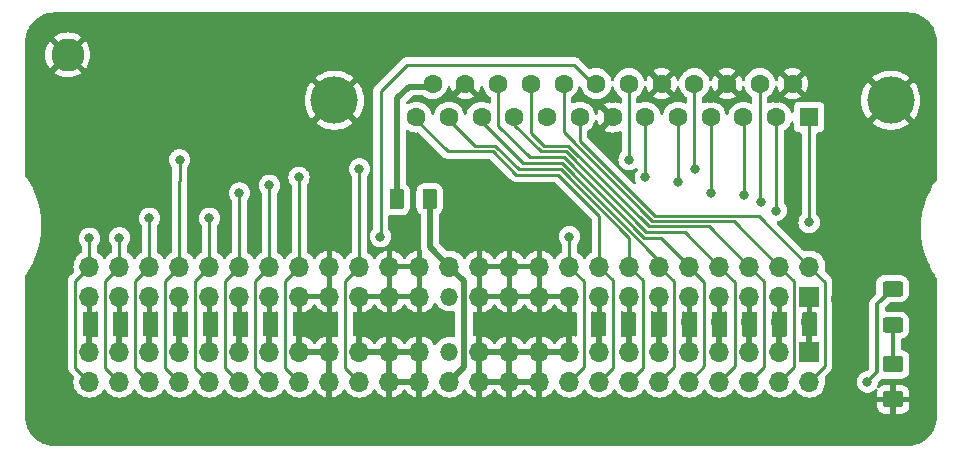
<source format=gtl>
G04 #@! TF.GenerationSoftware,KiCad,Pcbnew,(7.0.0-0)*
G04 #@! TF.CreationDate,2023-03-19T23:12:45+09:00*
G04 #@! TF.ProjectId,SCSIRIDER2TANDEM1,53435349-5249-4444-9552-3254414e4445,rev?*
G04 #@! TF.SameCoordinates,Original*
G04 #@! TF.FileFunction,Copper,L1,Top*
G04 #@! TF.FilePolarity,Positive*
%FSLAX46Y46*%
G04 Gerber Fmt 4.6, Leading zero omitted, Abs format (unit mm)*
G04 Created by KiCad (PCBNEW (7.0.0-0)) date 2023-03-19 23:12:45*
%MOMM*%
%LPD*%
G01*
G04 APERTURE LIST*
G04 Aperture macros list*
%AMRoundRect*
0 Rectangle with rounded corners*
0 $1 Rounding radius*
0 $2 $3 $4 $5 $6 $7 $8 $9 X,Y pos of 4 corners*
0 Add a 4 corners polygon primitive as box body*
4,1,4,$2,$3,$4,$5,$6,$7,$8,$9,$2,$3,0*
0 Add four circle primitives for the rounded corners*
1,1,$1+$1,$2,$3*
1,1,$1+$1,$4,$5*
1,1,$1+$1,$6,$7*
1,1,$1+$1,$8,$9*
0 Add four rect primitives between the rounded corners*
20,1,$1+$1,$2,$3,$4,$5,0*
20,1,$1+$1,$4,$5,$6,$7,0*
20,1,$1+$1,$6,$7,$8,$9,0*
20,1,$1+$1,$8,$9,$2,$3,0*%
G04 Aperture macros list end*
G04 #@! TA.AperFunction,SMDPad,CuDef*
%ADD10RoundRect,0.250001X-0.624999X0.462499X-0.624999X-0.462499X0.624999X-0.462499X0.624999X0.462499X0*%
G04 #@! TD*
G04 #@! TA.AperFunction,SMDPad,CuDef*
%ADD11RoundRect,0.250000X-0.375000X-0.625000X0.375000X-0.625000X0.375000X0.625000X-0.375000X0.625000X0*%
G04 #@! TD*
G04 #@! TA.AperFunction,ComponentPad*
%ADD12O,1.700000X1.700000*%
G04 #@! TD*
G04 #@! TA.AperFunction,ComponentPad*
%ADD13O,1.500000X1.500000*%
G04 #@! TD*
G04 #@! TA.AperFunction,ComponentPad*
%ADD14R,1.700000X1.700000*%
G04 #@! TD*
G04 #@! TA.AperFunction,ComponentPad*
%ADD15C,4.000000*%
G04 #@! TD*
G04 #@! TA.AperFunction,ComponentPad*
%ADD16R,1.600000X1.600000*%
G04 #@! TD*
G04 #@! TA.AperFunction,ComponentPad*
%ADD17C,1.600000*%
G04 #@! TD*
G04 #@! TA.AperFunction,ComponentPad*
%ADD18C,2.800000*%
G04 #@! TD*
G04 #@! TA.AperFunction,SMDPad,CuDef*
%ADD19RoundRect,0.250000X-0.625000X0.400000X-0.625000X-0.400000X0.625000X-0.400000X0.625000X0.400000X0*%
G04 #@! TD*
G04 #@! TA.AperFunction,ViaPad*
%ADD20C,0.800000*%
G04 #@! TD*
G04 #@! TA.AperFunction,ViaPad*
%ADD21C,0.600000*%
G04 #@! TD*
G04 #@! TA.AperFunction,Conductor*
%ADD22C,0.350000*%
G04 #@! TD*
G04 #@! TA.AperFunction,Conductor*
%ADD23C,0.000000*%
G04 #@! TD*
G04 #@! TA.AperFunction,Conductor*
%ADD24C,0.250000*%
G04 #@! TD*
G04 #@! TA.AperFunction,Conductor*
%ADD25C,0.500000*%
G04 #@! TD*
G04 APERTURE END LIST*
D10*
X177260003Y-131930003D03*
X177260003Y-134905003D03*
D11*
X135220003Y-117950003D03*
X138020003Y-117950003D03*
D12*
X109200002Y-133390002D03*
X109200002Y-130850002D03*
X111740002Y-133390002D03*
X111740002Y-130850002D03*
X114280002Y-133390002D03*
X114280002Y-130850002D03*
X116820002Y-133390002D03*
X116820002Y-130850002D03*
X119360002Y-133390002D03*
X119360002Y-130850002D03*
X121900002Y-133390002D03*
X121900002Y-130850002D03*
X124440002Y-133390002D03*
X124440002Y-130850002D03*
X126980002Y-133390002D03*
X126980002Y-130850002D03*
X129520002Y-133390002D03*
X129520002Y-130850002D03*
X132060002Y-133390002D03*
X132060002Y-130850002D03*
X134600002Y-133390002D03*
X134600002Y-130850002D03*
X137140002Y-133390002D03*
X137140002Y-130850002D03*
X139680002Y-133390002D03*
D13*
X139680002Y-130850002D03*
D12*
X142220002Y-133390002D03*
X142220002Y-130850002D03*
X144760002Y-133390002D03*
X144760002Y-130850002D03*
X147300002Y-133390002D03*
X147300002Y-130850002D03*
X149840002Y-133390002D03*
X149840002Y-130850002D03*
X152380002Y-133390002D03*
X152380002Y-130850002D03*
X154920002Y-133390002D03*
X154920002Y-130850002D03*
X157460002Y-133390002D03*
X157460002Y-130850002D03*
X160000002Y-133390002D03*
X160000002Y-130850002D03*
X162540002Y-133390002D03*
X162540002Y-130850002D03*
X165080002Y-133390002D03*
X165080002Y-130850002D03*
X167620002Y-133390002D03*
X167620002Y-130850002D03*
X170160002Y-133390002D03*
D14*
X170160002Y-130850002D03*
D15*
X177050000Y-109580000D03*
X129950000Y-109580000D03*
D16*
X170119999Y-110999999D03*
D17*
X167350000Y-111000000D03*
X164580000Y-111000000D03*
X161810000Y-111000000D03*
X159040000Y-111000000D03*
X156270000Y-111000000D03*
X153500000Y-111000000D03*
X150730000Y-111000000D03*
X147960000Y-111000000D03*
X145190000Y-111000000D03*
X142420000Y-111000000D03*
X139650000Y-111000000D03*
X136880000Y-111000000D03*
X168735000Y-108160000D03*
X165965000Y-108160000D03*
X163195000Y-108160000D03*
X160425000Y-108160000D03*
X157655000Y-108160000D03*
X154885000Y-108160000D03*
X152115000Y-108160000D03*
X149345000Y-108160000D03*
X146575000Y-108160000D03*
X143805000Y-108160000D03*
X141035000Y-108160000D03*
X138265000Y-108160000D03*
D18*
X107370003Y-105730003D03*
D19*
X177200003Y-125510003D03*
X177200003Y-128610003D03*
D14*
X170170002Y-126190002D03*
D12*
X170170002Y-123650002D03*
X167630002Y-126190002D03*
X167630002Y-123650002D03*
X165090002Y-126190002D03*
X165090002Y-123650002D03*
X162550002Y-126190002D03*
X162550002Y-123650002D03*
X160010002Y-126190002D03*
X160010002Y-123650002D03*
X157470002Y-126190002D03*
X157470002Y-123650002D03*
X154930002Y-126190002D03*
X154930002Y-123650002D03*
X152390002Y-126190002D03*
X152390002Y-123650002D03*
X149850002Y-126190002D03*
X149850002Y-123650002D03*
X147310002Y-126190002D03*
X147310002Y-123650002D03*
X144770002Y-126190002D03*
X144770002Y-123650002D03*
X142230002Y-126190002D03*
X142230002Y-123650002D03*
D13*
X139690002Y-126190002D03*
D12*
X139690002Y-123650002D03*
X137150002Y-126190002D03*
X137150002Y-123650002D03*
X134610002Y-126190002D03*
X134610002Y-123650002D03*
X132070002Y-126190002D03*
X132070002Y-123650002D03*
X129530002Y-126190002D03*
X129530002Y-123650002D03*
X126990002Y-126190002D03*
X126990002Y-123650002D03*
X124450002Y-126190002D03*
X124450002Y-123650002D03*
X121910002Y-126190002D03*
X121910002Y-123650002D03*
X119370002Y-126190002D03*
X119370002Y-123650002D03*
X116830002Y-126190002D03*
X116830002Y-123650002D03*
X114290002Y-126190002D03*
X114290002Y-123650002D03*
X111750002Y-126190002D03*
X111750002Y-123650002D03*
X109210002Y-126190002D03*
X109210002Y-123650002D03*
D20*
X111740003Y-121210003D03*
X170140003Y-119910003D03*
X167340003Y-118910003D03*
X119370003Y-119560003D03*
X161830003Y-117435503D03*
X121910003Y-117435503D03*
X164640003Y-117610003D03*
X109210003Y-121260003D03*
X159040003Y-116460003D03*
X124450003Y-116785503D03*
X126948941Y-116110503D03*
X156265003Y-116110503D03*
D21*
X114455003Y-128310003D03*
X115725003Y-121960003D03*
X142395003Y-128310003D03*
X120170003Y-116880003D03*
X161790003Y-109530003D03*
X151920003Y-128310003D03*
X118265003Y-121960003D03*
X122710003Y-137200003D03*
X148745003Y-121960003D03*
X127155003Y-128310003D03*
X113185003Y-121960003D03*
X105580003Y-133850003D03*
X107790003Y-110070003D03*
X159540003Y-128310003D03*
X108810003Y-137020003D03*
X134140003Y-105450003D03*
X167380003Y-109540003D03*
X172240003Y-115610003D03*
X140998003Y-135422003D03*
X125885003Y-121960003D03*
X141125003Y-121960003D03*
X138490003Y-129160003D03*
X146078003Y-135422003D03*
X128425003Y-121960003D03*
X145570003Y-128310003D03*
X141760003Y-105450003D03*
X163200003Y-110160003D03*
X153530003Y-109510003D03*
X150720003Y-109480003D03*
X116995003Y-128310003D03*
X169700003Y-128310003D03*
X122075003Y-128310003D03*
X161318003Y-137962003D03*
X143665003Y-121960003D03*
X130965003Y-121960003D03*
X168700003Y-112850003D03*
X141040003Y-110150003D03*
X136850003Y-109500003D03*
X157000003Y-105450003D03*
X125250003Y-115610003D03*
X132870003Y-113070003D03*
X151158003Y-137962003D03*
X156238003Y-135422003D03*
X115090003Y-116880003D03*
X164620003Y-105450003D03*
X129060003Y-128310003D03*
X161318003Y-135422003D03*
X134775003Y-121960003D03*
X136680003Y-121960003D03*
X172240003Y-105450003D03*
X132870003Y-128310003D03*
X151285003Y-121960003D03*
X172875003Y-129580003D03*
X119535003Y-128310003D03*
X157000003Y-128310003D03*
X169700003Y-121960003D03*
X120805003Y-121960003D03*
X154460003Y-128310003D03*
X109375003Y-128310003D03*
X172240003Y-126405003D03*
X162080003Y-128310003D03*
X157650003Y-110130003D03*
X107470003Y-121960003D03*
X136680003Y-137200003D03*
X112100003Y-106320003D03*
X164620003Y-128310003D03*
X123345003Y-121960003D03*
X166398003Y-135422003D03*
X136680003Y-113070003D03*
X151920003Y-112435003D03*
X111915003Y-128310003D03*
X153825003Y-113705003D03*
X179810003Y-134900003D03*
X149380003Y-128310003D03*
X177280003Y-137290003D03*
X179606003Y-124754003D03*
X151158003Y-135422003D03*
X149380003Y-105450003D03*
X126520003Y-105450003D03*
X146205003Y-121960003D03*
X167160003Y-128310003D03*
X124615003Y-128310003D03*
D20*
X149840003Y-121120003D03*
X133840003Y-121110003D03*
X154890003Y-114610003D03*
X116840003Y-114610003D03*
X132070003Y-115386003D03*
X160440003Y-115410003D03*
X114290003Y-119560003D03*
X166040003Y-118210003D03*
X175062003Y-133418003D03*
D22*
X177260003Y-128670003D02*
X177260003Y-131930003D01*
D23*
X177200003Y-128610003D02*
X177260003Y-128670003D01*
D24*
X110565003Y-124835003D02*
X110565003Y-132215003D01*
X110565003Y-132215003D02*
X111740003Y-133390003D01*
X170140003Y-119910003D02*
X170125003Y-119910003D01*
X111740003Y-121210003D02*
X111740003Y-123640003D01*
X170125003Y-111250003D02*
X170125003Y-119895003D01*
X111740003Y-123640003D02*
X111750003Y-123650003D01*
X170125003Y-119895003D02*
X170140003Y-119910003D01*
X111750003Y-123650003D02*
X110565003Y-124835003D01*
X118185003Y-124835003D02*
X118185003Y-132215003D01*
X167355003Y-118895003D02*
X167340003Y-118910003D01*
X119370003Y-119560003D02*
X119370003Y-123650003D01*
X119370003Y-123650003D02*
X118185003Y-124835003D01*
X118185003Y-132215003D02*
X119360003Y-133390003D01*
X167340003Y-118910003D02*
X167355003Y-118910003D01*
X167355003Y-111250003D02*
X167355003Y-118895003D01*
X161815003Y-117420503D02*
X161830003Y-117435503D01*
X121910003Y-117435503D02*
X121910003Y-123650003D01*
X161815003Y-111250003D02*
X161815003Y-117420503D01*
X120725003Y-124835003D02*
X120725003Y-132215003D01*
X120725003Y-132215003D02*
X121900003Y-133390003D01*
X121910003Y-123650003D02*
X120725003Y-124835003D01*
X108025003Y-124835003D02*
X108025003Y-132215003D01*
X108025003Y-132215003D02*
X109200003Y-133390003D01*
X164585003Y-117555003D02*
X164640003Y-117610003D01*
X109210003Y-123650003D02*
X108025003Y-124835003D01*
X109210003Y-121260003D02*
X109210003Y-123650003D01*
X164585003Y-111250003D02*
X164585003Y-117555003D01*
X123265003Y-132215003D02*
X124440003Y-133390003D01*
X159040003Y-111255003D02*
X159045003Y-111250003D01*
X124450003Y-116785503D02*
X124450003Y-123650003D01*
X124450003Y-123650003D02*
X123265003Y-124835003D01*
X123265003Y-124835003D02*
X123265003Y-132215003D01*
X159040003Y-116460003D02*
X159040003Y-111255003D01*
X156275003Y-116100503D02*
X156275003Y-111250003D01*
X125805003Y-124835003D02*
X125805003Y-132215003D01*
X156265003Y-116110503D02*
X156265003Y-112920003D01*
X126990003Y-123650003D02*
X125805003Y-124835003D01*
X126990003Y-123650003D02*
X126990003Y-116151565D01*
X126990003Y-116151565D02*
X126948941Y-116110503D01*
X156265003Y-112920003D02*
X156275003Y-112910003D01*
X125805003Y-132215003D02*
X126980003Y-133390003D01*
X156265003Y-116110503D02*
X156275003Y-116100503D01*
X170170003Y-123650003D02*
X171470003Y-124950003D01*
X150735003Y-113015003D02*
X150735003Y-111250003D01*
X150735003Y-113015003D02*
X157060003Y-119340003D01*
X157060003Y-119340003D02*
X165860003Y-119340003D01*
X171470003Y-132080003D02*
X170160003Y-133390003D01*
X165860003Y-119340003D02*
X170170003Y-123650003D01*
X171470003Y-124950003D02*
X171470003Y-132080003D01*
X147480003Y-113910003D02*
X149560003Y-113910003D01*
X145195003Y-111250003D02*
X145195003Y-111625003D01*
X156360003Y-120710003D02*
X159610003Y-120710003D01*
X162550003Y-123650003D02*
X163830003Y-124930003D01*
X163830003Y-132100003D02*
X162540003Y-133390003D01*
X159610003Y-120710003D02*
X162550003Y-123650003D01*
X149560003Y-113910003D02*
X156360003Y-120710003D01*
X145195003Y-111625003D02*
X147480003Y-113910003D01*
X163830003Y-124930003D02*
X163830003Y-132100003D01*
X157470003Y-123152390D02*
X157470003Y-123650003D01*
X158720003Y-132130003D02*
X157460003Y-133390003D01*
X149227616Y-114910003D02*
X157470003Y-123152390D01*
X157470003Y-123650003D02*
X158720003Y-124900003D01*
X145940003Y-114910003D02*
X149227616Y-114910003D01*
X142425003Y-111250003D02*
X142425003Y-111395003D01*
X158720003Y-124900003D02*
X158720003Y-132130003D01*
X142425003Y-111395003D02*
X145940003Y-114910003D01*
X154930003Y-121248786D02*
X154930003Y-123650003D01*
X141870003Y-113440003D02*
X143570003Y-113440003D01*
X143570003Y-113440003D02*
X145540003Y-115410003D01*
X139680003Y-111250003D02*
X141870003Y-113440003D01*
X139655003Y-111250003D02*
X139680003Y-111250003D01*
X156105003Y-132205003D02*
X154920003Y-133390003D01*
X156105003Y-124825003D02*
X156105003Y-132205003D01*
X145540003Y-115410003D02*
X149091220Y-115410003D01*
X154930003Y-123650003D02*
X156105003Y-124825003D01*
X149091220Y-115410003D02*
X154930003Y-121248786D01*
X152390003Y-123650003D02*
X153565003Y-124825003D01*
X136885003Y-111250003D02*
X139525003Y-113890003D01*
X152390003Y-119400003D02*
X152390003Y-123650003D01*
X153565003Y-124825003D02*
X153565003Y-132205003D01*
X139525003Y-113890003D02*
X143383607Y-113890003D01*
X145353607Y-115860003D02*
X148850003Y-115860003D01*
X153565003Y-132205003D02*
X152380003Y-133390003D01*
X143383607Y-113890003D02*
X145353607Y-115860003D01*
X148850003Y-115860003D02*
X152390003Y-119400003D01*
D25*
X138270003Y-108410003D02*
X136230003Y-108410003D01*
D22*
X135230003Y-117940003D02*
X135220003Y-117950003D01*
D25*
X135230003Y-109410003D02*
X135230003Y-117940003D01*
X136230003Y-108410003D02*
X135230003Y-109410003D01*
D24*
X146490003Y-114410003D02*
X149364012Y-114410003D01*
X157620003Y-121220003D02*
X160010003Y-123610003D01*
X143810003Y-111730003D02*
X146490003Y-114410003D01*
X149364012Y-114410003D02*
X156174012Y-121220003D01*
X161280003Y-124920003D02*
X161280003Y-132110003D01*
X143810003Y-108855994D02*
X143810003Y-111730003D01*
X156174012Y-121220003D02*
X157620003Y-121220003D01*
X160010003Y-123650003D02*
X161280003Y-124920003D01*
X160010003Y-123610003D02*
X160010003Y-123650003D01*
X161280003Y-132110003D02*
X160000003Y-133390003D01*
X165090003Y-123650003D02*
X161700003Y-120260003D01*
X166340003Y-132130003D02*
X165080003Y-133390003D01*
X146580003Y-112320003D02*
X146580003Y-108410003D01*
X147720003Y-113460003D02*
X146580003Y-112320003D01*
X149746399Y-113460003D02*
X147720003Y-113460003D01*
X165090003Y-123650003D02*
X166340003Y-124900003D01*
X161700003Y-120260003D02*
X156546399Y-120260003D01*
X166340003Y-124900003D02*
X166340003Y-132130003D01*
X156546399Y-120260003D02*
X149746399Y-113460003D01*
X168870003Y-124890003D02*
X168870003Y-132140003D01*
X149350003Y-112290003D02*
X149350003Y-108410003D01*
X163790003Y-119810003D02*
X156870003Y-119810003D01*
X167630003Y-123650003D02*
X163790003Y-119810003D01*
X168870003Y-132140003D02*
X167620003Y-133390003D01*
X167630003Y-123650003D02*
X168870003Y-124890003D01*
X156870003Y-119810003D02*
X149350003Y-112290003D01*
X133860003Y-121090003D02*
X133860003Y-108790003D01*
X149850003Y-121230003D02*
X149840003Y-121240003D01*
X149850003Y-123650003D02*
X151070003Y-124870003D01*
X133860003Y-108790003D02*
X136100003Y-106550003D01*
X136100003Y-106550003D02*
X150260003Y-106550003D01*
X149840003Y-121240003D02*
X149840003Y-121120003D01*
X149960003Y-121120003D02*
X149890003Y-121190003D01*
X151070003Y-132160003D02*
X149840003Y-133390003D01*
X150260003Y-106550003D02*
X152120003Y-108410003D01*
X133840003Y-121110003D02*
X133860003Y-121090003D01*
X151070003Y-124870003D02*
X151070003Y-132160003D01*
X149850003Y-123650003D02*
X149850003Y-121230003D01*
X149840003Y-121120003D02*
X149960003Y-121120003D01*
X115645003Y-124835003D02*
X115645003Y-132215003D01*
X116840003Y-114610003D02*
X116840003Y-116410003D01*
X116830003Y-123650003D02*
X115645003Y-124835003D01*
X116840003Y-116410003D02*
X116830003Y-116420003D01*
X154890003Y-108410003D02*
X154890003Y-114610003D01*
X115645003Y-132215003D02*
X116820003Y-133390003D01*
X116830003Y-116420003D02*
X116830003Y-123650003D01*
X130885003Y-132215003D02*
X132060003Y-133390003D01*
X132070003Y-123650003D02*
X130885003Y-124835003D01*
X130885003Y-124835003D02*
X130885003Y-132215003D01*
X160440003Y-115410003D02*
X160430003Y-115400003D01*
X132070003Y-115386003D02*
X132070003Y-123650003D01*
X160430003Y-108410003D02*
X160430003Y-115400003D01*
X113105003Y-124835003D02*
X113105003Y-132215003D01*
X114290003Y-119560003D02*
X114290003Y-123650003D01*
X114290003Y-123650003D02*
X113105003Y-124835003D01*
X113105003Y-132215003D02*
X114280003Y-133390003D01*
X165970003Y-108410003D02*
X165970003Y-118140003D01*
X165970003Y-118140003D02*
X166040003Y-118210003D01*
D25*
X138020003Y-121980003D02*
X138020003Y-117950003D01*
X139690003Y-123650003D02*
X138020003Y-121980003D01*
X139680003Y-133390003D02*
X140890003Y-132180003D01*
D22*
X177160003Y-125550003D02*
X177200003Y-125510003D01*
D25*
X140890003Y-124850003D02*
X139690003Y-123650003D01*
D22*
X175890003Y-126820003D02*
X177200003Y-125510003D01*
X175890003Y-132590003D02*
X175890003Y-126820003D01*
D25*
X140890003Y-132180003D02*
X140890003Y-124850003D01*
D22*
X175062003Y-133418003D02*
X175890003Y-132590003D01*
G04 #@! TA.AperFunction,Conductor*
G36*
X170358003Y-125956616D02*
G01*
X170403390Y-126002003D01*
X170420003Y-126064003D01*
X170420003Y-127523677D01*
X170423453Y-127536552D01*
X170436329Y-127540003D01*
X170720503Y-127540003D01*
X170782503Y-127556616D01*
X170827890Y-127602003D01*
X170844503Y-127664003D01*
X170844503Y-129376003D01*
X170827890Y-129438003D01*
X170782503Y-129483390D01*
X170720503Y-129500003D01*
X170426329Y-129500003D01*
X170413453Y-129503453D01*
X170410003Y-129516329D01*
X170410003Y-130976003D01*
X170393390Y-131038003D01*
X170348003Y-131083390D01*
X170286003Y-131100003D01*
X169619503Y-131100003D01*
X169557503Y-131083390D01*
X169512116Y-131038003D01*
X169495503Y-130976003D01*
X169495503Y-130724003D01*
X169512116Y-130662003D01*
X169557503Y-130616616D01*
X169619503Y-130600003D01*
X169893677Y-130600003D01*
X169906552Y-130596552D01*
X169910003Y-130583677D01*
X169910003Y-129516329D01*
X169906552Y-129503453D01*
X169893677Y-129500003D01*
X169619503Y-129500003D01*
X169557503Y-129483390D01*
X169512116Y-129438003D01*
X169495503Y-129376003D01*
X169495503Y-127664003D01*
X169512116Y-127602003D01*
X169557503Y-127556616D01*
X169619503Y-127540003D01*
X169903677Y-127540003D01*
X169916552Y-127536552D01*
X169920003Y-127523677D01*
X169920003Y-126456329D01*
X169916552Y-126443453D01*
X169903677Y-126440003D01*
X169619503Y-126440003D01*
X169557503Y-126423390D01*
X169512116Y-126378003D01*
X169495503Y-126316003D01*
X169495503Y-126064003D01*
X169512116Y-126002003D01*
X169557503Y-125956616D01*
X169619503Y-125940003D01*
X170296003Y-125940003D01*
X170358003Y-125956616D01*
G37*
G04 #@! TD.AperFunction*
G04 #@! TA.AperFunction,Conductor*
G36*
X168182503Y-125956616D02*
G01*
X168227890Y-126002003D01*
X168244503Y-126064003D01*
X168244503Y-126316003D01*
X168227890Y-126378003D01*
X168182503Y-126423390D01*
X168120503Y-126440003D01*
X167896329Y-126440003D01*
X167883453Y-126443453D01*
X167880003Y-126456329D01*
X167880003Y-127506372D01*
X167882554Y-127517314D01*
X167893784Y-127516946D01*
X168088410Y-127464797D01*
X168144694Y-127462955D01*
X168195989Y-127486196D01*
X168231715Y-127529728D01*
X168244503Y-127584572D01*
X168244503Y-129458586D01*
X168230492Y-129515843D01*
X168191626Y-129560161D01*
X168136687Y-129581525D01*
X168083721Y-129575723D01*
X168083494Y-129576572D01*
X167883783Y-129523059D01*
X167872554Y-129522691D01*
X167870003Y-129533634D01*
X167870003Y-130583677D01*
X167873453Y-130596552D01*
X167886329Y-130600003D01*
X168120503Y-130600003D01*
X168182503Y-130616616D01*
X168227890Y-130662003D01*
X168244503Y-130724003D01*
X168244503Y-130976003D01*
X168227890Y-131038003D01*
X168182503Y-131083390D01*
X168120503Y-131100003D01*
X167089503Y-131100003D01*
X167027503Y-131083390D01*
X166982116Y-131038003D01*
X166965503Y-130976003D01*
X166965503Y-130724003D01*
X166982116Y-130662003D01*
X167027503Y-130616616D01*
X167089503Y-130600003D01*
X167353677Y-130600003D01*
X167366552Y-130596552D01*
X167370003Y-130583677D01*
X167370003Y-129533634D01*
X167367451Y-129522691D01*
X167356222Y-129523059D01*
X167161739Y-129575171D01*
X167151605Y-129578859D01*
X167141908Y-129583382D01*
X167081393Y-129594735D01*
X167022878Y-129575581D01*
X166980789Y-129530643D01*
X166965503Y-129471000D01*
X166965503Y-127564343D01*
X166980789Y-127504700D01*
X167022878Y-127459762D01*
X167081393Y-127440609D01*
X167141908Y-127451961D01*
X167161605Y-127461146D01*
X167171739Y-127464834D01*
X167366222Y-127516946D01*
X167377451Y-127517314D01*
X167380003Y-127506372D01*
X167380003Y-126456329D01*
X167376552Y-126443453D01*
X167363677Y-126440003D01*
X167089503Y-126440003D01*
X167027503Y-126423390D01*
X166982116Y-126378003D01*
X166965503Y-126316003D01*
X166965503Y-126064003D01*
X166982116Y-126002003D01*
X167027503Y-125956616D01*
X167089503Y-125940003D01*
X168120503Y-125940003D01*
X168182503Y-125956616D01*
G37*
G04 #@! TD.AperFunction*
G04 #@! TA.AperFunction,Conductor*
G36*
X165652503Y-125956616D02*
G01*
X165697890Y-126002003D01*
X165714503Y-126064003D01*
X165714503Y-126316003D01*
X165697890Y-126378003D01*
X165652503Y-126423390D01*
X165590503Y-126440003D01*
X165356329Y-126440003D01*
X165343453Y-126443453D01*
X165340003Y-126456329D01*
X165340003Y-127506372D01*
X165342554Y-127517314D01*
X165353783Y-127516946D01*
X165553494Y-127463434D01*
X165553721Y-127464282D01*
X165606687Y-127458481D01*
X165661626Y-127479845D01*
X165700492Y-127524163D01*
X165714503Y-127581420D01*
X165714503Y-129462226D01*
X165700492Y-129519483D01*
X165661625Y-129563802D01*
X165606686Y-129585165D01*
X165548090Y-129578747D01*
X165538266Y-129575171D01*
X165343783Y-129523059D01*
X165332554Y-129522691D01*
X165330003Y-129533634D01*
X165330003Y-130583677D01*
X165333453Y-130596552D01*
X165346329Y-130600003D01*
X165590503Y-130600003D01*
X165652503Y-130616616D01*
X165697890Y-130662003D01*
X165714503Y-130724003D01*
X165714503Y-130976003D01*
X165697890Y-131038003D01*
X165652503Y-131083390D01*
X165590503Y-131100003D01*
X164579503Y-131100003D01*
X164517503Y-131083390D01*
X164472116Y-131038003D01*
X164455503Y-130976003D01*
X164455503Y-130724003D01*
X164472116Y-130662003D01*
X164517503Y-130616616D01*
X164579503Y-130600003D01*
X164813677Y-130600003D01*
X164826552Y-130596552D01*
X164830003Y-130583677D01*
X164830003Y-129533634D01*
X164827451Y-129522691D01*
X164816222Y-129523059D01*
X164616512Y-129576572D01*
X164616284Y-129575723D01*
X164563319Y-129581525D01*
X164508380Y-129560161D01*
X164469514Y-129515843D01*
X164455503Y-129458586D01*
X164455503Y-127577780D01*
X164469514Y-127520523D01*
X164508381Y-127476204D01*
X164563320Y-127454841D01*
X164621916Y-127461259D01*
X164631739Y-127464834D01*
X164826222Y-127516946D01*
X164837451Y-127517314D01*
X164840003Y-127506372D01*
X164840003Y-126456329D01*
X164836552Y-126443453D01*
X164823677Y-126440003D01*
X164579503Y-126440003D01*
X164517503Y-126423390D01*
X164472116Y-126378003D01*
X164455503Y-126316003D01*
X164455503Y-126064003D01*
X164472116Y-126002003D01*
X164517503Y-125956616D01*
X164579503Y-125940003D01*
X165590503Y-125940003D01*
X165652503Y-125956616D01*
G37*
G04 #@! TD.AperFunction*
G04 #@! TA.AperFunction,Conductor*
G36*
X163142503Y-125956616D02*
G01*
X163187890Y-126002003D01*
X163204503Y-126064003D01*
X163204503Y-126316003D01*
X163187890Y-126378003D01*
X163142503Y-126423390D01*
X163080503Y-126440003D01*
X162816329Y-126440003D01*
X162803453Y-126443453D01*
X162800003Y-126456329D01*
X162800003Y-127506372D01*
X162802554Y-127517314D01*
X162813783Y-127516946D01*
X163008266Y-127464834D01*
X163018400Y-127461146D01*
X163028098Y-127456624D01*
X163088613Y-127445271D01*
X163147128Y-127464425D01*
X163189217Y-127509363D01*
X163204503Y-127569006D01*
X163204503Y-129475663D01*
X163189217Y-129535306D01*
X163147128Y-129580244D01*
X163088613Y-129599397D01*
X163028098Y-129588045D01*
X163008400Y-129578859D01*
X162998266Y-129575171D01*
X162803783Y-129523059D01*
X162792554Y-129522691D01*
X162790003Y-129533634D01*
X162790003Y-130583677D01*
X162793453Y-130596552D01*
X162806329Y-130600003D01*
X163080503Y-130600003D01*
X163142503Y-130616616D01*
X163187890Y-130662003D01*
X163204503Y-130724003D01*
X163204503Y-130976003D01*
X163187890Y-131038003D01*
X163142503Y-131083390D01*
X163080503Y-131100003D01*
X162029503Y-131100003D01*
X161967503Y-131083390D01*
X161922116Y-131038003D01*
X161905503Y-130976003D01*
X161905503Y-130724003D01*
X161922116Y-130662003D01*
X161967503Y-130616616D01*
X162029503Y-130600003D01*
X162273677Y-130600003D01*
X162286552Y-130596552D01*
X162290003Y-130583677D01*
X162290003Y-129533634D01*
X162287451Y-129522691D01*
X162276222Y-129523059D01*
X162081739Y-129575171D01*
X162071916Y-129578747D01*
X162013320Y-129585165D01*
X161958381Y-129563802D01*
X161919514Y-129519483D01*
X161905503Y-129462226D01*
X161905503Y-127573669D01*
X161920789Y-127514026D01*
X161962879Y-127469088D01*
X162021395Y-127449934D01*
X162076185Y-127460213D01*
X162076520Y-127459295D01*
X162091739Y-127464834D01*
X162286222Y-127516946D01*
X162297451Y-127517314D01*
X162300003Y-127506372D01*
X162300003Y-126456329D01*
X162296552Y-126443453D01*
X162283677Y-126440003D01*
X162029503Y-126440003D01*
X161967503Y-126423390D01*
X161922116Y-126378003D01*
X161905503Y-126316003D01*
X161905503Y-126064003D01*
X161922116Y-126002003D01*
X161967503Y-125956616D01*
X162029503Y-125940003D01*
X163080503Y-125940003D01*
X163142503Y-125956616D01*
G37*
G04 #@! TD.AperFunction*
G04 #@! TA.AperFunction,Conductor*
G36*
X160592503Y-125956616D02*
G01*
X160637890Y-126002003D01*
X160654503Y-126064003D01*
X160654503Y-126316003D01*
X160637890Y-126378003D01*
X160592503Y-126423390D01*
X160530503Y-126440003D01*
X160276329Y-126440003D01*
X160263453Y-126443453D01*
X160260003Y-126456329D01*
X160260003Y-127506372D01*
X160262554Y-127517314D01*
X160273783Y-127516946D01*
X160468266Y-127464834D01*
X160483486Y-127459295D01*
X160483820Y-127460213D01*
X160538611Y-127449934D01*
X160597127Y-127469088D01*
X160639217Y-127514026D01*
X160654503Y-127573669D01*
X160654503Y-129471000D01*
X160639217Y-129530643D01*
X160597128Y-129575581D01*
X160538613Y-129594735D01*
X160478098Y-129583382D01*
X160468400Y-129578859D01*
X160458266Y-129575171D01*
X160263783Y-129523059D01*
X160252554Y-129522691D01*
X160250003Y-129533634D01*
X160250003Y-130583677D01*
X160253453Y-130596552D01*
X160266329Y-130600003D01*
X160530503Y-130600003D01*
X160592503Y-130616616D01*
X160637890Y-130662003D01*
X160654503Y-130724003D01*
X160654503Y-130976003D01*
X160637890Y-131038003D01*
X160592503Y-131083390D01*
X160530503Y-131100003D01*
X159469503Y-131100003D01*
X159407503Y-131083390D01*
X159362116Y-131038003D01*
X159345503Y-130976003D01*
X159345503Y-130724003D01*
X159362116Y-130662003D01*
X159407503Y-130616616D01*
X159469503Y-130600003D01*
X159733677Y-130600003D01*
X159746552Y-130596552D01*
X159750003Y-130583677D01*
X159750003Y-129533634D01*
X159747451Y-129522691D01*
X159736222Y-129523059D01*
X159541739Y-129575171D01*
X159531605Y-129578859D01*
X159521908Y-129583382D01*
X159461393Y-129594735D01*
X159402878Y-129575581D01*
X159360789Y-129530643D01*
X159345503Y-129471000D01*
X159345503Y-127564343D01*
X159360789Y-127504700D01*
X159402878Y-127459762D01*
X159461393Y-127440609D01*
X159521908Y-127451961D01*
X159541605Y-127461146D01*
X159551739Y-127464834D01*
X159746222Y-127516946D01*
X159757451Y-127517314D01*
X159760003Y-127506372D01*
X159760003Y-126456329D01*
X159756552Y-126443453D01*
X159743677Y-126440003D01*
X159469503Y-126440003D01*
X159407503Y-126423390D01*
X159362116Y-126378003D01*
X159345503Y-126316003D01*
X159345503Y-126064003D01*
X159362116Y-126002003D01*
X159407503Y-125956616D01*
X159469503Y-125940003D01*
X160530503Y-125940003D01*
X160592503Y-125956616D01*
G37*
G04 #@! TD.AperFunction*
G04 #@! TA.AperFunction,Conductor*
G36*
X158032503Y-125956616D02*
G01*
X158077890Y-126002003D01*
X158094503Y-126064003D01*
X158094503Y-126316003D01*
X158077890Y-126378003D01*
X158032503Y-126423390D01*
X157970503Y-126440003D01*
X157736329Y-126440003D01*
X157723453Y-126443453D01*
X157720003Y-126456329D01*
X157720003Y-127506372D01*
X157722554Y-127517314D01*
X157733783Y-127516946D01*
X157933494Y-127463434D01*
X157933721Y-127464282D01*
X157986687Y-127458481D01*
X158041626Y-127479845D01*
X158080492Y-127524163D01*
X158094503Y-127581420D01*
X158094503Y-129462226D01*
X158080492Y-129519483D01*
X158041625Y-129563802D01*
X157986686Y-129585165D01*
X157928090Y-129578747D01*
X157918266Y-129575171D01*
X157723783Y-129523059D01*
X157712554Y-129522691D01*
X157710003Y-129533634D01*
X157710003Y-130583677D01*
X157713453Y-130596552D01*
X157726329Y-130600003D01*
X157970503Y-130600003D01*
X158032503Y-130616616D01*
X158077890Y-130662003D01*
X158094503Y-130724003D01*
X158094503Y-130976003D01*
X158077890Y-131038003D01*
X158032503Y-131083390D01*
X157970503Y-131100003D01*
X156854503Y-131100003D01*
X156792503Y-131083390D01*
X156747116Y-131038003D01*
X156730503Y-130976003D01*
X156730503Y-130724003D01*
X156747116Y-130662003D01*
X156792503Y-130616616D01*
X156854503Y-130600003D01*
X157193677Y-130600003D01*
X157206552Y-130596552D01*
X157210003Y-130583677D01*
X157210003Y-129533634D01*
X157207451Y-129522691D01*
X157196222Y-129523059D01*
X157001739Y-129575171D01*
X156991605Y-129578859D01*
X156906908Y-129618355D01*
X156846393Y-129629708D01*
X156787878Y-129610554D01*
X156745789Y-129565616D01*
X156730503Y-129505973D01*
X156730503Y-127529370D01*
X156745789Y-127469727D01*
X156787878Y-127424789D01*
X156846393Y-127405635D01*
X156906908Y-127416988D01*
X157001605Y-127461146D01*
X157011739Y-127464834D01*
X157206222Y-127516946D01*
X157217451Y-127517314D01*
X157220003Y-127506372D01*
X157220003Y-126456329D01*
X157216552Y-126443453D01*
X157203677Y-126440003D01*
X156854503Y-126440003D01*
X156792503Y-126423390D01*
X156747116Y-126378003D01*
X156730503Y-126316003D01*
X156730503Y-126064003D01*
X156747116Y-126002003D01*
X156792503Y-125956616D01*
X156854503Y-125940003D01*
X157970503Y-125940003D01*
X158032503Y-125956616D01*
G37*
G04 #@! TD.AperFunction*
G04 #@! TA.AperFunction,Conductor*
G36*
X155417503Y-125956616D02*
G01*
X155462890Y-126002003D01*
X155479503Y-126064003D01*
X155479503Y-126316003D01*
X155462890Y-126378003D01*
X155417503Y-126423390D01*
X155355503Y-126440003D01*
X155196329Y-126440003D01*
X155183453Y-126443453D01*
X155180003Y-126456329D01*
X155180003Y-127506372D01*
X155182554Y-127517314D01*
X155193783Y-127516946D01*
X155323409Y-127482213D01*
X155379694Y-127480371D01*
X155430989Y-127503612D01*
X155466715Y-127547144D01*
X155479503Y-127601988D01*
X155479503Y-129440697D01*
X155466715Y-129495541D01*
X155430989Y-129539073D01*
X155379694Y-129562314D01*
X155323409Y-129560472D01*
X155183783Y-129523059D01*
X155172554Y-129522691D01*
X155170003Y-129533634D01*
X155170003Y-130583677D01*
X155173453Y-130596552D01*
X155186329Y-130600003D01*
X155355503Y-130600003D01*
X155417503Y-130616616D01*
X155462890Y-130662003D01*
X155479503Y-130724003D01*
X155479503Y-130976003D01*
X155462890Y-131038003D01*
X155417503Y-131083390D01*
X155355503Y-131100003D01*
X154314503Y-131100003D01*
X154252503Y-131083390D01*
X154207116Y-131038003D01*
X154190503Y-130976003D01*
X154190503Y-130724003D01*
X154207116Y-130662003D01*
X154252503Y-130616616D01*
X154314503Y-130600003D01*
X154653677Y-130600003D01*
X154666552Y-130596552D01*
X154670003Y-130583677D01*
X154670003Y-129533634D01*
X154667451Y-129522691D01*
X154656222Y-129523059D01*
X154461739Y-129575171D01*
X154451605Y-129578859D01*
X154366908Y-129618355D01*
X154306393Y-129629708D01*
X154247878Y-129610554D01*
X154205789Y-129565616D01*
X154190503Y-129505973D01*
X154190503Y-127529370D01*
X154205789Y-127469727D01*
X154247878Y-127424789D01*
X154306393Y-127405635D01*
X154366908Y-127416988D01*
X154461605Y-127461146D01*
X154471739Y-127464834D01*
X154666222Y-127516946D01*
X154677451Y-127517314D01*
X154680003Y-127506372D01*
X154680003Y-126456329D01*
X154676552Y-126443453D01*
X154663677Y-126440003D01*
X154314503Y-126440003D01*
X154252503Y-126423390D01*
X154207116Y-126378003D01*
X154190503Y-126316003D01*
X154190503Y-126064003D01*
X154207116Y-126002003D01*
X154252503Y-125956616D01*
X154314503Y-125940003D01*
X155355503Y-125940003D01*
X155417503Y-125956616D01*
G37*
G04 #@! TD.AperFunction*
G04 #@! TA.AperFunction,Conductor*
G36*
X152877503Y-125956616D02*
G01*
X152922890Y-126002003D01*
X152939503Y-126064003D01*
X152939503Y-126316003D01*
X152922890Y-126378003D01*
X152877503Y-126423390D01*
X152815503Y-126440003D01*
X152656329Y-126440003D01*
X152643453Y-126443453D01*
X152640003Y-126456329D01*
X152640003Y-127506372D01*
X152642554Y-127517314D01*
X152653783Y-127516946D01*
X152783409Y-127482213D01*
X152839694Y-127480371D01*
X152890989Y-127503612D01*
X152926715Y-127547144D01*
X152939503Y-127601988D01*
X152939503Y-129440697D01*
X152926715Y-129495541D01*
X152890989Y-129539073D01*
X152839694Y-129562314D01*
X152783409Y-129560472D01*
X152643783Y-129523059D01*
X152632554Y-129522691D01*
X152630003Y-129533634D01*
X152630003Y-130583677D01*
X152633453Y-130596552D01*
X152646329Y-130600003D01*
X152815503Y-130600003D01*
X152877503Y-130616616D01*
X152922890Y-130662003D01*
X152939503Y-130724003D01*
X152939503Y-130976003D01*
X152922890Y-131038003D01*
X152877503Y-131083390D01*
X152815503Y-131100003D01*
X151819503Y-131100003D01*
X151757503Y-131083390D01*
X151712116Y-131038003D01*
X151695503Y-130976003D01*
X151695503Y-130724003D01*
X151712116Y-130662003D01*
X151757503Y-130616616D01*
X151819503Y-130600003D01*
X152113677Y-130600003D01*
X152126552Y-130596552D01*
X152130003Y-130583677D01*
X152130003Y-129533634D01*
X152127451Y-129522691D01*
X152116222Y-129523059D01*
X151921739Y-129575171D01*
X151911600Y-129578861D01*
X151871907Y-129597371D01*
X151811393Y-129608723D01*
X151752878Y-129589569D01*
X151710789Y-129544632D01*
X151695503Y-129484989D01*
X151695503Y-127550354D01*
X151710789Y-127490712D01*
X151752878Y-127445774D01*
X151811393Y-127426620D01*
X151871907Y-127437972D01*
X151921600Y-127461144D01*
X151931739Y-127464834D01*
X152126222Y-127516946D01*
X152137451Y-127517314D01*
X152140003Y-127506372D01*
X152140003Y-126456329D01*
X152136552Y-126443453D01*
X152123677Y-126440003D01*
X151819503Y-126440003D01*
X151757503Y-126423390D01*
X151712116Y-126378003D01*
X151695503Y-126316003D01*
X151695503Y-126064003D01*
X151712116Y-126002003D01*
X151757503Y-125956616D01*
X151819503Y-125940003D01*
X152815503Y-125940003D01*
X152877503Y-125956616D01*
G37*
G04 #@! TD.AperFunction*
G04 #@! TA.AperFunction,Conductor*
G36*
X150817681Y-108407275D02*
G01*
X150849774Y-108462862D01*
X150851437Y-108469067D01*
X150886858Y-108601263D01*
X150886861Y-108601271D01*
X150888261Y-108606496D01*
X150984432Y-108812734D01*
X151114953Y-108999139D01*
X151275861Y-109160047D01*
X151462266Y-109290568D01*
X151668504Y-109386739D01*
X151888308Y-109445635D01*
X152115000Y-109465468D01*
X152341692Y-109445635D01*
X152561496Y-109386739D01*
X152767734Y-109290568D01*
X152954139Y-109160047D01*
X153115047Y-108999139D01*
X153245568Y-108812734D01*
X153341739Y-108606496D01*
X153380225Y-108462862D01*
X153412319Y-108407275D01*
X153467906Y-108375181D01*
X153532094Y-108375181D01*
X153587681Y-108407275D01*
X153619774Y-108462862D01*
X153621437Y-108469067D01*
X153656858Y-108601263D01*
X153656861Y-108601271D01*
X153658261Y-108606496D01*
X153754432Y-108812734D01*
X153884953Y-108999139D01*
X154045861Y-109160047D01*
X154078539Y-109182928D01*
X154211626Y-109276116D01*
X154250492Y-109320434D01*
X154264503Y-109377691D01*
X154264503Y-109727461D01*
X154249217Y-109787104D01*
X154207128Y-109832042D01*
X154148613Y-109851196D01*
X154088098Y-109839843D01*
X153951231Y-109776020D01*
X153941097Y-109772332D01*
X153731837Y-109716260D01*
X153721206Y-109714386D01*
X153505395Y-109695506D01*
X153494605Y-109695506D01*
X153278793Y-109714386D01*
X153268162Y-109716260D01*
X153058902Y-109772332D01*
X153048768Y-109776020D01*
X152852425Y-109867577D01*
X152843081Y-109872971D01*
X152785651Y-109913183D01*
X152778217Y-109921296D01*
X152784128Y-109930574D01*
X153500000Y-110646447D01*
X153765872Y-110912319D01*
X153797966Y-110967906D01*
X153797966Y-111032094D01*
X153765872Y-111087681D01*
X152784128Y-112069424D01*
X152778217Y-112078703D01*
X152785650Y-112086814D01*
X152843077Y-112127025D01*
X152852427Y-112132423D01*
X153048768Y-112223979D01*
X153058902Y-112227667D01*
X153268162Y-112283739D01*
X153278793Y-112285613D01*
X153494605Y-112304494D01*
X153505395Y-112304494D01*
X153721206Y-112285613D01*
X153731837Y-112283739D01*
X153941097Y-112227667D01*
X153951231Y-112223979D01*
X154088098Y-112160157D01*
X154148613Y-112148804D01*
X154207128Y-112167958D01*
X154249217Y-112212896D01*
X154264503Y-112272539D01*
X154264503Y-113911316D01*
X154256267Y-113955754D01*
X154232653Y-113994288D01*
X154161816Y-114072959D01*
X154161811Y-114072965D01*
X154157470Y-114077787D01*
X154154225Y-114083407D01*
X154154221Y-114083413D01*
X154066072Y-114236092D01*
X154066069Y-114236097D01*
X154062824Y-114241719D01*
X154060818Y-114247891D01*
X154060816Y-114247897D01*
X154006336Y-114415567D01*
X154006334Y-114415576D01*
X154004329Y-114421747D01*
X154003651Y-114428197D01*
X154003649Y-114428207D01*
X153990658Y-114551822D01*
X153984543Y-114610003D01*
X153985222Y-114616463D01*
X154003649Y-114791798D01*
X154003650Y-114791806D01*
X154004329Y-114798259D01*
X154006334Y-114804431D01*
X154006336Y-114804438D01*
X154060816Y-114972108D01*
X154062824Y-114978287D01*
X154157470Y-115142219D01*
X154161814Y-115147044D01*
X154161816Y-115147046D01*
X154256321Y-115252004D01*
X154284132Y-115282891D01*
X154437273Y-115394154D01*
X154610200Y-115471147D01*
X154795357Y-115510503D01*
X154978146Y-115510503D01*
X154984649Y-115510503D01*
X155169806Y-115471147D01*
X155342733Y-115394154D01*
X155416360Y-115340660D01*
X155471985Y-115318187D01*
X155531653Y-115324458D01*
X155581393Y-115358007D01*
X155609560Y-115410981D01*
X155609560Y-115470978D01*
X155581393Y-115523952D01*
X155536817Y-115573458D01*
X155536812Y-115573464D01*
X155532470Y-115578287D01*
X155529225Y-115583907D01*
X155529221Y-115583913D01*
X155441072Y-115736592D01*
X155441069Y-115736597D01*
X155437824Y-115742219D01*
X155435818Y-115748391D01*
X155435816Y-115748397D01*
X155381336Y-115916067D01*
X155381334Y-115916076D01*
X155379329Y-115922247D01*
X155378651Y-115928697D01*
X155378649Y-115928707D01*
X155366926Y-116040252D01*
X155359543Y-116110503D01*
X155360222Y-116116963D01*
X155378649Y-116292298D01*
X155378650Y-116292306D01*
X155379329Y-116298759D01*
X155381334Y-116304931D01*
X155381336Y-116304938D01*
X155433884Y-116466661D01*
X155437824Y-116478787D01*
X155451071Y-116501733D01*
X155467566Y-116558321D01*
X155456066Y-116616135D01*
X155419171Y-116662106D01*
X155365217Y-116685847D01*
X155306397Y-116681992D01*
X155256003Y-116651412D01*
X151396822Y-112792231D01*
X151369942Y-112752003D01*
X151360503Y-112704550D01*
X151360503Y-112210685D01*
X151374514Y-112153428D01*
X151413380Y-112109110D01*
X151455652Y-112079511D01*
X151569139Y-112000047D01*
X151730047Y-111839139D01*
X151860568Y-111652734D01*
X151956739Y-111446496D01*
X151995484Y-111301895D01*
X152027576Y-111246310D01*
X152083164Y-111214216D01*
X152147351Y-111214216D01*
X152202939Y-111246309D01*
X152235033Y-111301897D01*
X152272332Y-111441097D01*
X152276020Y-111451231D01*
X152367576Y-111647572D01*
X152372974Y-111656922D01*
X152413184Y-111714348D01*
X152421295Y-111721781D01*
X152430574Y-111715870D01*
X153134903Y-111011542D01*
X153141567Y-110999999D01*
X153134903Y-110988457D01*
X152430574Y-110284128D01*
X152421296Y-110278217D01*
X152413183Y-110285651D01*
X152372971Y-110343081D01*
X152367577Y-110352425D01*
X152276020Y-110548768D01*
X152272332Y-110558902D01*
X152235033Y-110698102D01*
X152202939Y-110753690D01*
X152147351Y-110785783D01*
X152083164Y-110785783D01*
X152027576Y-110753689D01*
X151995483Y-110698101D01*
X151973575Y-110616339D01*
X151956739Y-110553504D01*
X151860568Y-110347266D01*
X151730047Y-110160861D01*
X151569139Y-109999953D01*
X151470055Y-109930574D01*
X151387173Y-109872540D01*
X151387171Y-109872539D01*
X151382734Y-109869432D01*
X151196176Y-109782438D01*
X151181405Y-109775550D01*
X151181403Y-109775549D01*
X151176496Y-109773261D01*
X151171271Y-109771861D01*
X151171263Y-109771858D01*
X150961916Y-109715764D01*
X150961907Y-109715762D01*
X150956692Y-109714365D01*
X150951304Y-109713893D01*
X150951301Y-109713893D01*
X150735395Y-109695004D01*
X150730000Y-109694532D01*
X150724605Y-109695004D01*
X150508698Y-109713893D01*
X150508693Y-109713893D01*
X150503308Y-109714365D01*
X150498094Y-109715762D01*
X150498083Y-109715764D01*
X150288736Y-109771858D01*
X150288724Y-109771862D01*
X150283504Y-109773261D01*
X150278599Y-109775547D01*
X150278594Y-109775550D01*
X150217552Y-109804015D01*
X150151906Y-109834626D01*
X150091393Y-109845979D01*
X150032878Y-109826825D01*
X149990789Y-109781887D01*
X149975503Y-109722244D01*
X149975503Y-109370685D01*
X149989514Y-109313428D01*
X150028380Y-109269110D01*
X150066293Y-109242562D01*
X150184139Y-109160047D01*
X150345047Y-108999139D01*
X150475568Y-108812734D01*
X150571739Y-108606496D01*
X150610225Y-108462862D01*
X150642319Y-108407275D01*
X150697906Y-108375181D01*
X150762094Y-108375181D01*
X150817681Y-108407275D01*
G37*
G04 #@! TD.AperFunction*
G04 #@! TA.AperFunction,Conductor*
G36*
X141122680Y-107894127D02*
G01*
X142104421Y-108875867D01*
X142113703Y-108881780D01*
X142121814Y-108874348D01*
X142162026Y-108816920D01*
X142167422Y-108807575D01*
X142258979Y-108611231D01*
X142262668Y-108601095D01*
X142299966Y-108461898D01*
X142332060Y-108406310D01*
X142387647Y-108374216D01*
X142451834Y-108374216D01*
X142507422Y-108406310D01*
X142539516Y-108461897D01*
X142576859Y-108601266D01*
X142576861Y-108601272D01*
X142578261Y-108606496D01*
X142674432Y-108812734D01*
X142804953Y-108999139D01*
X142965861Y-109160047D01*
X142998539Y-109182928D01*
X143131626Y-109276116D01*
X143170492Y-109320434D01*
X143184503Y-109377691D01*
X143184503Y-109726910D01*
X143169217Y-109786553D01*
X143127128Y-109831491D01*
X143068613Y-109850645D01*
X143008099Y-109839292D01*
X142886176Y-109782438D01*
X142871405Y-109775550D01*
X142871403Y-109775549D01*
X142866496Y-109773261D01*
X142861271Y-109771861D01*
X142861263Y-109771858D01*
X142651916Y-109715764D01*
X142651907Y-109715762D01*
X142646692Y-109714365D01*
X142641304Y-109713893D01*
X142641301Y-109713893D01*
X142425395Y-109695004D01*
X142420000Y-109694532D01*
X142414605Y-109695004D01*
X142198698Y-109713893D01*
X142198693Y-109713893D01*
X142193308Y-109714365D01*
X142188094Y-109715762D01*
X142188083Y-109715764D01*
X141978736Y-109771858D01*
X141978724Y-109771862D01*
X141973504Y-109773261D01*
X141968599Y-109775547D01*
X141968594Y-109775550D01*
X141772176Y-109867142D01*
X141772172Y-109867144D01*
X141767266Y-109869432D01*
X141762833Y-109872535D01*
X141762826Y-109872540D01*
X141585296Y-109996847D01*
X141585291Y-109996850D01*
X141580861Y-109999953D01*
X141577037Y-110003776D01*
X141577031Y-110003782D01*
X141423782Y-110157031D01*
X141423776Y-110157037D01*
X141419953Y-110160861D01*
X141416850Y-110165291D01*
X141416847Y-110165296D01*
X141292540Y-110342826D01*
X141292535Y-110342833D01*
X141289432Y-110347266D01*
X141287144Y-110352172D01*
X141287142Y-110352176D01*
X141195550Y-110548594D01*
X141195547Y-110548599D01*
X141193261Y-110553504D01*
X141191862Y-110558723D01*
X141191859Y-110558733D01*
X141154775Y-110697137D01*
X141122681Y-110752724D01*
X141067094Y-110784818D01*
X141002906Y-110784818D01*
X140947319Y-110752724D01*
X140915225Y-110697137D01*
X140893575Y-110616339D01*
X140876739Y-110553504D01*
X140780568Y-110347266D01*
X140650047Y-110160861D01*
X140489139Y-109999953D01*
X140390055Y-109930574D01*
X140307173Y-109872540D01*
X140307171Y-109872539D01*
X140302734Y-109869432D01*
X140116176Y-109782438D01*
X140101405Y-109775550D01*
X140101403Y-109775549D01*
X140096496Y-109773261D01*
X140091271Y-109771861D01*
X140091263Y-109771858D01*
X139881916Y-109715764D01*
X139881907Y-109715762D01*
X139876692Y-109714365D01*
X139871304Y-109713893D01*
X139871301Y-109713893D01*
X139655395Y-109695004D01*
X139650000Y-109694532D01*
X139644605Y-109695004D01*
X139428698Y-109713893D01*
X139428693Y-109713893D01*
X139423308Y-109714365D01*
X139418094Y-109715762D01*
X139418083Y-109715764D01*
X139208736Y-109771858D01*
X139208724Y-109771862D01*
X139203504Y-109773261D01*
X139198599Y-109775547D01*
X139198594Y-109775550D01*
X139002176Y-109867142D01*
X139002172Y-109867144D01*
X138997266Y-109869432D01*
X138992833Y-109872535D01*
X138992826Y-109872540D01*
X138815296Y-109996847D01*
X138815291Y-109996850D01*
X138810861Y-109999953D01*
X138807037Y-110003776D01*
X138807031Y-110003782D01*
X138653782Y-110157031D01*
X138653776Y-110157037D01*
X138649953Y-110160861D01*
X138646850Y-110165291D01*
X138646847Y-110165296D01*
X138522540Y-110342826D01*
X138522535Y-110342833D01*
X138519432Y-110347266D01*
X138517144Y-110352172D01*
X138517142Y-110352176D01*
X138425550Y-110548594D01*
X138425547Y-110548599D01*
X138423261Y-110553504D01*
X138421862Y-110558723D01*
X138421859Y-110558733D01*
X138384775Y-110697137D01*
X138352681Y-110752724D01*
X138297094Y-110784818D01*
X138232906Y-110784818D01*
X138177319Y-110752724D01*
X138145225Y-110697137D01*
X138123575Y-110616339D01*
X138106739Y-110553504D01*
X138010568Y-110347266D01*
X137880047Y-110160861D01*
X137719139Y-109999953D01*
X137620055Y-109930574D01*
X137537173Y-109872540D01*
X137537171Y-109872539D01*
X137532734Y-109869432D01*
X137346176Y-109782438D01*
X137331405Y-109775550D01*
X137331403Y-109775549D01*
X137326496Y-109773261D01*
X137321271Y-109771861D01*
X137321263Y-109771858D01*
X137111916Y-109715764D01*
X137111907Y-109715762D01*
X137106692Y-109714365D01*
X137101304Y-109713893D01*
X137101301Y-109713893D01*
X136885395Y-109695004D01*
X136880000Y-109694532D01*
X136874605Y-109695004D01*
X136658698Y-109713893D01*
X136658693Y-109713893D01*
X136653308Y-109714365D01*
X136648094Y-109715762D01*
X136648083Y-109715764D01*
X136438736Y-109771858D01*
X136438724Y-109771862D01*
X136433504Y-109773261D01*
X136428599Y-109775547D01*
X136428594Y-109775550D01*
X136232176Y-109867142D01*
X136232172Y-109867144D01*
X136227266Y-109869432D01*
X136222836Y-109872533D01*
X136222834Y-109872535D01*
X136207587Y-109883210D01*
X136175624Y-109905591D01*
X136112612Y-109927750D01*
X136047246Y-109914004D01*
X135998494Y-109868343D01*
X135980503Y-109804015D01*
X135980503Y-109772233D01*
X135989942Y-109724780D01*
X136016822Y-109684552D01*
X136504551Y-109196822D01*
X136544779Y-109169942D01*
X136592232Y-109160503D01*
X137387416Y-109160503D01*
X137424703Y-109166242D01*
X137458537Y-109182927D01*
X137612266Y-109290568D01*
X137818504Y-109386739D01*
X138038308Y-109445635D01*
X138265000Y-109465468D01*
X138491692Y-109445635D01*
X138711496Y-109386739D01*
X138917734Y-109290568D01*
X138991806Y-109238703D01*
X140313217Y-109238703D01*
X140320650Y-109246814D01*
X140378077Y-109287025D01*
X140387427Y-109292423D01*
X140583768Y-109383979D01*
X140593902Y-109387667D01*
X140803162Y-109443739D01*
X140813793Y-109445613D01*
X141029605Y-109464494D01*
X141040395Y-109464494D01*
X141256206Y-109445613D01*
X141266837Y-109443739D01*
X141476097Y-109387667D01*
X141486231Y-109383979D01*
X141682575Y-109292422D01*
X141691920Y-109287026D01*
X141749348Y-109246814D01*
X141756780Y-109238703D01*
X141750867Y-109229421D01*
X141046542Y-108525095D01*
X141035000Y-108518431D01*
X141023457Y-108525095D01*
X140319128Y-109229424D01*
X140313217Y-109238703D01*
X138991806Y-109238703D01*
X139104139Y-109160047D01*
X139265047Y-108999139D01*
X139395568Y-108812734D01*
X139491739Y-108606496D01*
X139530484Y-108461895D01*
X139562576Y-108406310D01*
X139618164Y-108374216D01*
X139682351Y-108374216D01*
X139737939Y-108406309D01*
X139770033Y-108461897D01*
X139807332Y-108601097D01*
X139811020Y-108611231D01*
X139902576Y-108807572D01*
X139907974Y-108816922D01*
X139948184Y-108874348D01*
X139956295Y-108881781D01*
X139965574Y-108875870D01*
X140947318Y-107894127D01*
X141002905Y-107862033D01*
X141067093Y-107862033D01*
X141122680Y-107894127D01*
G37*
G04 #@! TD.AperFunction*
G04 #@! TA.AperFunction,Conductor*
G36*
X125117503Y-125956616D02*
G01*
X125162890Y-126002003D01*
X125179503Y-126064003D01*
X125179503Y-126316003D01*
X125162890Y-126378003D01*
X125117503Y-126423390D01*
X125055503Y-126440003D01*
X124716329Y-126440003D01*
X124703453Y-126443453D01*
X124700003Y-126456329D01*
X124700003Y-127506372D01*
X124702554Y-127517314D01*
X124713783Y-127516946D01*
X124908266Y-127464834D01*
X124918400Y-127461146D01*
X125003098Y-127421651D01*
X125063613Y-127410298D01*
X125122128Y-127429452D01*
X125164217Y-127474390D01*
X125179503Y-127534033D01*
X125179503Y-129510636D01*
X125164217Y-129570279D01*
X125122128Y-129615217D01*
X125063613Y-129634371D01*
X125003098Y-129623018D01*
X124908400Y-129578859D01*
X124898266Y-129575171D01*
X124703783Y-129523059D01*
X124692554Y-129522691D01*
X124690003Y-129533634D01*
X124690003Y-130583677D01*
X124693453Y-130596552D01*
X124706329Y-130600003D01*
X125055503Y-130600003D01*
X125117503Y-130616616D01*
X125162890Y-130662003D01*
X125179503Y-130724003D01*
X125179503Y-130976003D01*
X125162890Y-131038003D01*
X125117503Y-131083390D01*
X125055503Y-131100003D01*
X124014503Y-131100003D01*
X123952503Y-131083390D01*
X123907116Y-131038003D01*
X123890503Y-130976003D01*
X123890503Y-130724003D01*
X123907116Y-130662003D01*
X123952503Y-130616616D01*
X124014503Y-130600003D01*
X124173677Y-130600003D01*
X124186552Y-130596552D01*
X124190003Y-130583677D01*
X124190003Y-129533634D01*
X124187451Y-129522691D01*
X124176222Y-129523059D01*
X124046597Y-129557793D01*
X123990312Y-129559635D01*
X123939017Y-129536394D01*
X123903291Y-129492862D01*
X123890503Y-129438018D01*
X123890503Y-127599309D01*
X123903291Y-127544465D01*
X123939017Y-127500933D01*
X123990312Y-127477692D01*
X124046597Y-127479534D01*
X124186222Y-127516946D01*
X124197451Y-127517314D01*
X124200003Y-127506372D01*
X124200003Y-126456329D01*
X124196552Y-126443453D01*
X124183677Y-126440003D01*
X124014503Y-126440003D01*
X123952503Y-126423390D01*
X123907116Y-126378003D01*
X123890503Y-126316003D01*
X123890503Y-126064003D01*
X123907116Y-126002003D01*
X123952503Y-125956616D01*
X124014503Y-125940003D01*
X125055503Y-125940003D01*
X125117503Y-125956616D01*
G37*
G04 #@! TD.AperFunction*
G04 #@! TA.AperFunction,Conductor*
G36*
X122577503Y-125956616D02*
G01*
X122622890Y-126002003D01*
X122639503Y-126064003D01*
X122639503Y-126316003D01*
X122622890Y-126378003D01*
X122577503Y-126423390D01*
X122515503Y-126440003D01*
X122176329Y-126440003D01*
X122163453Y-126443453D01*
X122160003Y-126456329D01*
X122160003Y-127506372D01*
X122162554Y-127517314D01*
X122173783Y-127516946D01*
X122368266Y-127464834D01*
X122378400Y-127461146D01*
X122463098Y-127421651D01*
X122523613Y-127410298D01*
X122582128Y-127429452D01*
X122624217Y-127474390D01*
X122639503Y-127534033D01*
X122639503Y-129510636D01*
X122624217Y-129570279D01*
X122582128Y-129615217D01*
X122523613Y-129634371D01*
X122463098Y-129623018D01*
X122368400Y-129578859D01*
X122358266Y-129575171D01*
X122163783Y-129523059D01*
X122152554Y-129522691D01*
X122150003Y-129533634D01*
X122150003Y-130583677D01*
X122153453Y-130596552D01*
X122166329Y-130600003D01*
X122515503Y-130600003D01*
X122577503Y-130616616D01*
X122622890Y-130662003D01*
X122639503Y-130724003D01*
X122639503Y-130976003D01*
X122622890Y-131038003D01*
X122577503Y-131083390D01*
X122515503Y-131100003D01*
X121474503Y-131100003D01*
X121412503Y-131083390D01*
X121367116Y-131038003D01*
X121350503Y-130976003D01*
X121350503Y-130724003D01*
X121367116Y-130662003D01*
X121412503Y-130616616D01*
X121474503Y-130600003D01*
X121633677Y-130600003D01*
X121646552Y-130596552D01*
X121650003Y-130583677D01*
X121650003Y-129533634D01*
X121647451Y-129522691D01*
X121636222Y-129523059D01*
X121506597Y-129557793D01*
X121450312Y-129559635D01*
X121399017Y-129536394D01*
X121363291Y-129492862D01*
X121350503Y-129438018D01*
X121350503Y-127599309D01*
X121363291Y-127544465D01*
X121399017Y-127500933D01*
X121450312Y-127477692D01*
X121506597Y-127479534D01*
X121646222Y-127516946D01*
X121657451Y-127517314D01*
X121660003Y-127506372D01*
X121660003Y-126456329D01*
X121656552Y-126443453D01*
X121643677Y-126440003D01*
X121474503Y-126440003D01*
X121412503Y-126423390D01*
X121367116Y-126378003D01*
X121350503Y-126316003D01*
X121350503Y-126064003D01*
X121367116Y-126002003D01*
X121412503Y-125956616D01*
X121474503Y-125940003D01*
X122515503Y-125940003D01*
X122577503Y-125956616D01*
G37*
G04 #@! TD.AperFunction*
G04 #@! TA.AperFunction,Conductor*
G36*
X120037503Y-125956616D02*
G01*
X120082890Y-126002003D01*
X120099503Y-126064003D01*
X120099503Y-126316003D01*
X120082890Y-126378003D01*
X120037503Y-126423390D01*
X119975503Y-126440003D01*
X119636329Y-126440003D01*
X119623453Y-126443453D01*
X119620003Y-126456329D01*
X119620003Y-127506372D01*
X119622554Y-127517314D01*
X119633783Y-127516946D01*
X119828266Y-127464834D01*
X119838400Y-127461146D01*
X119923098Y-127421651D01*
X119983613Y-127410298D01*
X120042128Y-127429452D01*
X120084217Y-127474390D01*
X120099503Y-127534033D01*
X120099503Y-129510636D01*
X120084217Y-129570279D01*
X120042128Y-129615217D01*
X119983613Y-129634371D01*
X119923098Y-129623018D01*
X119828400Y-129578859D01*
X119818266Y-129575171D01*
X119623783Y-129523059D01*
X119612554Y-129522691D01*
X119610003Y-129533634D01*
X119610003Y-130583677D01*
X119613453Y-130596552D01*
X119626329Y-130600003D01*
X119975503Y-130600003D01*
X120037503Y-130616616D01*
X120082890Y-130662003D01*
X120099503Y-130724003D01*
X120099503Y-130976003D01*
X120082890Y-131038003D01*
X120037503Y-131083390D01*
X119975503Y-131100003D01*
X118934503Y-131100003D01*
X118872503Y-131083390D01*
X118827116Y-131038003D01*
X118810503Y-130976003D01*
X118810503Y-130724003D01*
X118827116Y-130662003D01*
X118872503Y-130616616D01*
X118934503Y-130600003D01*
X119093677Y-130600003D01*
X119106552Y-130596552D01*
X119110003Y-130583677D01*
X119110003Y-129533634D01*
X119107451Y-129522691D01*
X119096222Y-129523059D01*
X118966597Y-129557793D01*
X118910312Y-129559635D01*
X118859017Y-129536394D01*
X118823291Y-129492862D01*
X118810503Y-129438018D01*
X118810503Y-127599309D01*
X118823291Y-127544465D01*
X118859017Y-127500933D01*
X118910312Y-127477692D01*
X118966597Y-127479534D01*
X119106222Y-127516946D01*
X119117451Y-127517314D01*
X119120003Y-127506372D01*
X119120003Y-126456329D01*
X119116552Y-126443453D01*
X119103677Y-126440003D01*
X118934503Y-126440003D01*
X118872503Y-126423390D01*
X118827116Y-126378003D01*
X118810503Y-126316003D01*
X118810503Y-126064003D01*
X118827116Y-126002003D01*
X118872503Y-125956616D01*
X118934503Y-125940003D01*
X119975503Y-125940003D01*
X120037503Y-125956616D01*
G37*
G04 #@! TD.AperFunction*
G04 #@! TA.AperFunction,Conductor*
G36*
X117497503Y-125956616D02*
G01*
X117542890Y-126002003D01*
X117559503Y-126064003D01*
X117559503Y-126316003D01*
X117542890Y-126378003D01*
X117497503Y-126423390D01*
X117435503Y-126440003D01*
X117096329Y-126440003D01*
X117083453Y-126443453D01*
X117080003Y-126456329D01*
X117080003Y-127506372D01*
X117082554Y-127517314D01*
X117093783Y-127516946D01*
X117288266Y-127464834D01*
X117298400Y-127461146D01*
X117383098Y-127421651D01*
X117443613Y-127410298D01*
X117502128Y-127429452D01*
X117544217Y-127474390D01*
X117559503Y-127534033D01*
X117559503Y-129510636D01*
X117544217Y-129570279D01*
X117502128Y-129615217D01*
X117443613Y-129634371D01*
X117383098Y-129623018D01*
X117288400Y-129578859D01*
X117278266Y-129575171D01*
X117083783Y-129523059D01*
X117072554Y-129522691D01*
X117070003Y-129533634D01*
X117070003Y-130583677D01*
X117073453Y-130596552D01*
X117086329Y-130600003D01*
X117435503Y-130600003D01*
X117497503Y-130616616D01*
X117542890Y-130662003D01*
X117559503Y-130724003D01*
X117559503Y-130976003D01*
X117542890Y-131038003D01*
X117497503Y-131083390D01*
X117435503Y-131100003D01*
X116394503Y-131100003D01*
X116332503Y-131083390D01*
X116287116Y-131038003D01*
X116270503Y-130976003D01*
X116270503Y-130724003D01*
X116287116Y-130662003D01*
X116332503Y-130616616D01*
X116394503Y-130600003D01*
X116553677Y-130600003D01*
X116566552Y-130596552D01*
X116570003Y-130583677D01*
X116570003Y-129533634D01*
X116567451Y-129522691D01*
X116556222Y-129523059D01*
X116426597Y-129557793D01*
X116370312Y-129559635D01*
X116319017Y-129536394D01*
X116283291Y-129492862D01*
X116270503Y-129438018D01*
X116270503Y-127599309D01*
X116283291Y-127544465D01*
X116319017Y-127500933D01*
X116370312Y-127477692D01*
X116426597Y-127479534D01*
X116566222Y-127516946D01*
X116577451Y-127517314D01*
X116580003Y-127506372D01*
X116580003Y-126456329D01*
X116576552Y-126443453D01*
X116563677Y-126440003D01*
X116394503Y-126440003D01*
X116332503Y-126423390D01*
X116287116Y-126378003D01*
X116270503Y-126316003D01*
X116270503Y-126064003D01*
X116287116Y-126002003D01*
X116332503Y-125956616D01*
X116394503Y-125940003D01*
X117435503Y-125940003D01*
X117497503Y-125956616D01*
G37*
G04 #@! TD.AperFunction*
G04 #@! TA.AperFunction,Conductor*
G36*
X114957503Y-125956616D02*
G01*
X115002890Y-126002003D01*
X115019503Y-126064003D01*
X115019503Y-126316003D01*
X115002890Y-126378003D01*
X114957503Y-126423390D01*
X114895503Y-126440003D01*
X114556329Y-126440003D01*
X114543453Y-126443453D01*
X114540003Y-126456329D01*
X114540003Y-127506372D01*
X114542554Y-127517314D01*
X114553783Y-127516946D01*
X114748266Y-127464834D01*
X114758400Y-127461146D01*
X114843098Y-127421651D01*
X114903613Y-127410298D01*
X114962128Y-127429452D01*
X115004217Y-127474390D01*
X115019503Y-127534033D01*
X115019503Y-129510636D01*
X115004217Y-129570279D01*
X114962128Y-129615217D01*
X114903613Y-129634371D01*
X114843098Y-129623018D01*
X114748400Y-129578859D01*
X114738266Y-129575171D01*
X114543783Y-129523059D01*
X114532554Y-129522691D01*
X114530003Y-129533634D01*
X114530003Y-130583677D01*
X114533453Y-130596552D01*
X114546329Y-130600003D01*
X114895503Y-130600003D01*
X114957503Y-130616616D01*
X115002890Y-130662003D01*
X115019503Y-130724003D01*
X115019503Y-130976003D01*
X115002890Y-131038003D01*
X114957503Y-131083390D01*
X114895503Y-131100003D01*
X113854503Y-131100003D01*
X113792503Y-131083390D01*
X113747116Y-131038003D01*
X113730503Y-130976003D01*
X113730503Y-130724003D01*
X113747116Y-130662003D01*
X113792503Y-130616616D01*
X113854503Y-130600003D01*
X114013677Y-130600003D01*
X114026552Y-130596552D01*
X114030003Y-130583677D01*
X114030003Y-129533634D01*
X114027451Y-129522691D01*
X114016222Y-129523059D01*
X113886597Y-129557793D01*
X113830312Y-129559635D01*
X113779017Y-129536394D01*
X113743291Y-129492862D01*
X113730503Y-129438018D01*
X113730503Y-127599309D01*
X113743291Y-127544465D01*
X113779017Y-127500933D01*
X113830312Y-127477692D01*
X113886597Y-127479534D01*
X114026222Y-127516946D01*
X114037451Y-127517314D01*
X114040003Y-127506372D01*
X114040003Y-126456329D01*
X114036552Y-126443453D01*
X114023677Y-126440003D01*
X113854503Y-126440003D01*
X113792503Y-126423390D01*
X113747116Y-126378003D01*
X113730503Y-126316003D01*
X113730503Y-126064003D01*
X113747116Y-126002003D01*
X113792503Y-125956616D01*
X113854503Y-125940003D01*
X114895503Y-125940003D01*
X114957503Y-125956616D01*
G37*
G04 #@! TD.AperFunction*
G04 #@! TA.AperFunction,Conductor*
G36*
X112417503Y-125956616D02*
G01*
X112462890Y-126002003D01*
X112479503Y-126064003D01*
X112479503Y-126316003D01*
X112462890Y-126378003D01*
X112417503Y-126423390D01*
X112355503Y-126440003D01*
X112016329Y-126440003D01*
X112003453Y-126443453D01*
X112000003Y-126456329D01*
X112000003Y-127506372D01*
X112002554Y-127517314D01*
X112013783Y-127516946D01*
X112208266Y-127464834D01*
X112218400Y-127461146D01*
X112303098Y-127421651D01*
X112363613Y-127410298D01*
X112422128Y-127429452D01*
X112464217Y-127474390D01*
X112479503Y-127534033D01*
X112479503Y-129510636D01*
X112464217Y-129570279D01*
X112422128Y-129615217D01*
X112363613Y-129634371D01*
X112303098Y-129623018D01*
X112208400Y-129578859D01*
X112198266Y-129575171D01*
X112003783Y-129523059D01*
X111992554Y-129522691D01*
X111990003Y-129533634D01*
X111990003Y-130583677D01*
X111993453Y-130596552D01*
X112006329Y-130600003D01*
X112355503Y-130600003D01*
X112417503Y-130616616D01*
X112462890Y-130662003D01*
X112479503Y-130724003D01*
X112479503Y-130976003D01*
X112462890Y-131038003D01*
X112417503Y-131083390D01*
X112355503Y-131100003D01*
X111314503Y-131100003D01*
X111252503Y-131083390D01*
X111207116Y-131038003D01*
X111190503Y-130976003D01*
X111190503Y-130724003D01*
X111207116Y-130662003D01*
X111252503Y-130616616D01*
X111314503Y-130600003D01*
X111473677Y-130600003D01*
X111486552Y-130596552D01*
X111490003Y-130583677D01*
X111490003Y-129533634D01*
X111487451Y-129522691D01*
X111476222Y-129523059D01*
X111346597Y-129557793D01*
X111290312Y-129559635D01*
X111239017Y-129536394D01*
X111203291Y-129492862D01*
X111190503Y-129438018D01*
X111190503Y-127599309D01*
X111203291Y-127544465D01*
X111239017Y-127500933D01*
X111290312Y-127477692D01*
X111346597Y-127479534D01*
X111486222Y-127516946D01*
X111497451Y-127517314D01*
X111500003Y-127506372D01*
X111500003Y-126456329D01*
X111496552Y-126443453D01*
X111483677Y-126440003D01*
X111314503Y-126440003D01*
X111252503Y-126423390D01*
X111207116Y-126378003D01*
X111190503Y-126316003D01*
X111190503Y-126064003D01*
X111207116Y-126002003D01*
X111252503Y-125956616D01*
X111314503Y-125940003D01*
X112355503Y-125940003D01*
X112417503Y-125956616D01*
G37*
G04 #@! TD.AperFunction*
G04 #@! TA.AperFunction,Conductor*
G36*
X109877503Y-125956616D02*
G01*
X109922890Y-126002003D01*
X109939503Y-126064003D01*
X109939503Y-126316003D01*
X109922890Y-126378003D01*
X109877503Y-126423390D01*
X109815503Y-126440003D01*
X109476329Y-126440003D01*
X109463453Y-126443453D01*
X109460003Y-126456329D01*
X109460003Y-127506372D01*
X109462554Y-127517314D01*
X109473783Y-127516946D01*
X109668266Y-127464834D01*
X109678400Y-127461146D01*
X109763098Y-127421651D01*
X109823613Y-127410298D01*
X109882128Y-127429452D01*
X109924217Y-127474390D01*
X109939503Y-127534033D01*
X109939503Y-129510636D01*
X109924217Y-129570279D01*
X109882128Y-129615217D01*
X109823613Y-129634371D01*
X109763098Y-129623018D01*
X109668400Y-129578859D01*
X109658266Y-129575171D01*
X109463783Y-129523059D01*
X109452554Y-129522691D01*
X109450003Y-129533634D01*
X109450003Y-130583677D01*
X109453453Y-130596552D01*
X109466329Y-130600003D01*
X109815503Y-130600003D01*
X109877503Y-130616616D01*
X109922890Y-130662003D01*
X109939503Y-130724003D01*
X109939503Y-130976003D01*
X109922890Y-131038003D01*
X109877503Y-131083390D01*
X109815503Y-131100003D01*
X109074003Y-131100003D01*
X109012003Y-131083390D01*
X108966616Y-131038003D01*
X108950003Y-130976003D01*
X108950003Y-129533634D01*
X108947451Y-129522691D01*
X108936222Y-129523059D01*
X108806597Y-129557793D01*
X108750312Y-129559635D01*
X108699017Y-129536394D01*
X108663291Y-129492862D01*
X108650503Y-129438018D01*
X108650503Y-127599309D01*
X108663291Y-127544465D01*
X108699017Y-127500933D01*
X108750312Y-127477692D01*
X108806597Y-127479534D01*
X108946222Y-127516946D01*
X108957451Y-127517314D01*
X108960003Y-127506372D01*
X108960003Y-126064003D01*
X108976616Y-126002003D01*
X109022003Y-125956616D01*
X109084003Y-125940003D01*
X109815503Y-125940003D01*
X109877503Y-125956616D01*
G37*
G04 #@! TD.AperFunction*
G04 #@! TA.AperFunction,Conductor*
G36*
X178453739Y-102136780D02*
G01*
X178747412Y-102154544D01*
X178762274Y-102156348D01*
X179047978Y-102208707D01*
X179062504Y-102212288D01*
X179339814Y-102298702D01*
X179353801Y-102304007D01*
X179618675Y-102423219D01*
X179631921Y-102430171D01*
X179833912Y-102552282D01*
X179880488Y-102580439D01*
X179892811Y-102588945D01*
X180007130Y-102678510D01*
X180112816Y-102761311D01*
X180121450Y-102768075D01*
X180132658Y-102778005D01*
X180338030Y-102983382D01*
X180347960Y-102994590D01*
X180527088Y-103223236D01*
X180535593Y-103235557D01*
X180685860Y-103484138D01*
X180692811Y-103497385D01*
X180812008Y-103762242D01*
X180817318Y-103776243D01*
X180903724Y-104053548D01*
X180907307Y-104068086D01*
X180959657Y-104353777D01*
X180961462Y-104368643D01*
X180979277Y-104663259D01*
X180979503Y-104670743D01*
X180979503Y-116216044D01*
X180973365Y-116254574D01*
X180955558Y-116289290D01*
X180835936Y-116452694D01*
X180835927Y-116452706D01*
X180834657Y-116454442D01*
X180833519Y-116456247D01*
X180833507Y-116456267D01*
X180570843Y-116873450D01*
X180570831Y-116873470D01*
X180569688Y-116875286D01*
X180568667Y-116877191D01*
X180568659Y-116877206D01*
X180335918Y-117311752D01*
X180335905Y-117311776D01*
X180334887Y-117313679D01*
X180333997Y-117315663D01*
X180333992Y-117315674D01*
X180202016Y-117610003D01*
X180131413Y-117767459D01*
X180130667Y-117769493D01*
X180130663Y-117769504D01*
X179964700Y-118222297D01*
X179960266Y-118234393D01*
X179959665Y-118236470D01*
X179959661Y-118236486D01*
X179828155Y-118691872D01*
X179822290Y-118712181D01*
X179821839Y-118714285D01*
X179821836Y-118714299D01*
X179718980Y-119194657D01*
X179718164Y-119198470D01*
X179717859Y-119200620D01*
X179717858Y-119200628D01*
X179648705Y-119688721D01*
X179648703Y-119688738D01*
X179648402Y-119690864D01*
X179648251Y-119692992D01*
X179648249Y-119693017D01*
X179614139Y-120175718D01*
X179613346Y-120186939D01*
X179613345Y-120189096D01*
X179613345Y-120189103D01*
X179613171Y-120682084D01*
X179613171Y-120682105D01*
X179613171Y-120684250D01*
X179613320Y-120686383D01*
X179613321Y-120686405D01*
X179644105Y-121126463D01*
X179647875Y-121180350D01*
X179648175Y-121182479D01*
X179648177Y-121182497D01*
X179714389Y-121652219D01*
X179717289Y-121672793D01*
X179717740Y-121674909D01*
X179717743Y-121674923D01*
X179813244Y-122122481D01*
X179821070Y-122159155D01*
X179821672Y-122161246D01*
X179821673Y-122161249D01*
X179952568Y-122615722D01*
X179958708Y-122637041D01*
X179959450Y-122639070D01*
X179959454Y-122639082D01*
X180092880Y-123003900D01*
X180129525Y-123104096D01*
X180130406Y-123106066D01*
X180130414Y-123106084D01*
X180331788Y-123556034D01*
X180331796Y-123556050D01*
X180332678Y-123558021D01*
X180384744Y-123655398D01*
X180561444Y-123985875D01*
X180567168Y-123996579D01*
X180568315Y-123998404D01*
X180568317Y-123998407D01*
X180817798Y-124395272D01*
X180831840Y-124417610D01*
X180833120Y-124419361D01*
X180833124Y-124419367D01*
X180952648Y-124582882D01*
X180970422Y-124617584D01*
X180976541Y-124656090D01*
X180973452Y-136310229D01*
X180973226Y-136317685D01*
X180955456Y-136611359D01*
X180953650Y-136626224D01*
X180901289Y-136911921D01*
X180897706Y-136926459D01*
X180811293Y-137203758D01*
X180805983Y-137217758D01*
X180686776Y-137482617D01*
X180679818Y-137495875D01*
X180529556Y-137744436D01*
X180521050Y-137756759D01*
X180341918Y-137985403D01*
X180331988Y-137996611D01*
X180126612Y-138201987D01*
X180115405Y-138211916D01*
X179886764Y-138391047D01*
X179874441Y-138399553D01*
X179625879Y-138549816D01*
X179612620Y-138556775D01*
X179347761Y-138675982D01*
X179333761Y-138681292D01*
X179056461Y-138767706D01*
X179041923Y-138771289D01*
X178756227Y-138823650D01*
X178741362Y-138825456D01*
X178447694Y-138843224D01*
X178440198Y-138843450D01*
X106279827Y-138839349D01*
X106272346Y-138839123D01*
X105980375Y-138821459D01*
X105965510Y-138819654D01*
X105681491Y-138767603D01*
X105666952Y-138764019D01*
X105391280Y-138678113D01*
X105377280Y-138672803D01*
X105113975Y-138554296D01*
X105100716Y-138547337D01*
X104853614Y-138397955D01*
X104841291Y-138389449D01*
X104613998Y-138211373D01*
X104602789Y-138201443D01*
X104398607Y-137997254D01*
X104388692Y-137986062D01*
X104210612Y-137758754D01*
X104202108Y-137746432D01*
X104052727Y-137499318D01*
X104045772Y-137486067D01*
X103927268Y-137222750D01*
X103921962Y-137208758D01*
X103836063Y-136933080D01*
X103832480Y-136918542D01*
X103801501Y-136749479D01*
X103780436Y-136634522D01*
X103778632Y-136619662D01*
X103768807Y-136457184D01*
X103760904Y-136326488D01*
X103760679Y-136319165D01*
X103759801Y-135414334D01*
X175885003Y-135414334D01*
X175885322Y-135420611D01*
X175894808Y-135513460D01*
X175897627Y-135526627D01*
X175948373Y-135679769D01*
X175954435Y-135692768D01*
X176038893Y-135829696D01*
X176047797Y-135840957D01*
X176161548Y-135954708D01*
X176172809Y-135963612D01*
X176309737Y-136048070D01*
X176322736Y-136054132D01*
X176475878Y-136104878D01*
X176489045Y-136107697D01*
X176581894Y-136117183D01*
X176588172Y-136117503D01*
X176993677Y-136117503D01*
X177006552Y-136114052D01*
X177010003Y-136101177D01*
X177510003Y-136101177D01*
X177513453Y-136114052D01*
X177526329Y-136117503D01*
X177931834Y-136117503D01*
X177938111Y-136117183D01*
X178030960Y-136107697D01*
X178044127Y-136104878D01*
X178197269Y-136054132D01*
X178210268Y-136048070D01*
X178347196Y-135963612D01*
X178358457Y-135954708D01*
X178472208Y-135840957D01*
X178481112Y-135829696D01*
X178565570Y-135692768D01*
X178571632Y-135679769D01*
X178622378Y-135526627D01*
X178625197Y-135513460D01*
X178634683Y-135420611D01*
X178635003Y-135414334D01*
X178635003Y-135171329D01*
X178631552Y-135158453D01*
X178618677Y-135155003D01*
X177526329Y-135155003D01*
X177513453Y-135158453D01*
X177510003Y-135171329D01*
X177510003Y-136101177D01*
X177010003Y-136101177D01*
X177010003Y-135171329D01*
X177006552Y-135158453D01*
X176993677Y-135155003D01*
X175901329Y-135155003D01*
X175888453Y-135158453D01*
X175885003Y-135171329D01*
X175885003Y-135414334D01*
X103759801Y-135414334D01*
X103749511Y-124815199D01*
X107394843Y-124815199D01*
X107395577Y-124822964D01*
X107395577Y-124822967D01*
X107398953Y-124858679D01*
X107399503Y-124870348D01*
X107399503Y-132137228D01*
X107398981Y-132148283D01*
X107397330Y-132155670D01*
X107397574Y-132163455D01*
X107397574Y-132163463D01*
X107399442Y-132222866D01*
X107399503Y-132226761D01*
X107399503Y-132254353D01*
X107399991Y-132258222D01*
X107399992Y-132258228D01*
X107400007Y-132258346D01*
X107400921Y-132269969D01*
X107402048Y-132305833D01*
X107402049Y-132305840D01*
X107402294Y-132313630D01*
X107404470Y-132321122D01*
X107404471Y-132321124D01*
X107407882Y-132332865D01*
X107411828Y-132351918D01*
X107414339Y-132371795D01*
X107417209Y-132379045D01*
X107417211Y-132379051D01*
X107430417Y-132412407D01*
X107434200Y-132423454D01*
X107446385Y-132465393D01*
X107450356Y-132472108D01*
X107450357Y-132472110D01*
X107456584Y-132482640D01*
X107465139Y-132500102D01*
X107469645Y-132511483D01*
X107469646Y-132511486D01*
X107472517Y-132518735D01*
X107494443Y-132548915D01*
X107498184Y-132554063D01*
X107504596Y-132563825D01*
X107522859Y-132594705D01*
X107522862Y-132594710D01*
X107526833Y-132601423D01*
X107532348Y-132606938D01*
X107540993Y-132615583D01*
X107553629Y-132630377D01*
X107560822Y-132640278D01*
X107560826Y-132640282D01*
X107565409Y-132646590D01*
X107571418Y-132651561D01*
X107571419Y-132651562D01*
X107599061Y-132674429D01*
X107607702Y-132682292D01*
X107859765Y-132934355D01*
X107891859Y-132989942D01*
X107891859Y-133054129D01*
X107866340Y-133149368D01*
X107866339Y-133149372D01*
X107864940Y-133154595D01*
X107864468Y-133159980D01*
X107864468Y-133159985D01*
X107844816Y-133384608D01*
X107844344Y-133390003D01*
X107844816Y-133395398D01*
X107851950Y-133476944D01*
X107864940Y-133625411D01*
X107866339Y-133630633D01*
X107866340Y-133630637D01*
X107924697Y-133848433D01*
X107924700Y-133848441D01*
X107926100Y-133853666D01*
X107928388Y-133858573D01*
X107928389Y-133858575D01*
X108023681Y-134062930D01*
X108023684Y-134062936D01*
X108025968Y-134067833D01*
X108029067Y-134072260D01*
X108029069Y-134072262D01*
X108158402Y-134256969D01*
X108158405Y-134256973D01*
X108161508Y-134261404D01*
X108328602Y-134428498D01*
X108522173Y-134564038D01*
X108736340Y-134663906D01*
X108964595Y-134725066D01*
X109200003Y-134745662D01*
X109435411Y-134725066D01*
X109663666Y-134663906D01*
X109877833Y-134564038D01*
X110071404Y-134428498D01*
X110238498Y-134261404D01*
X110368427Y-134075845D01*
X110412746Y-134036979D01*
X110470003Y-134022968D01*
X110527260Y-134036979D01*
X110571578Y-134075845D01*
X110698398Y-134256964D01*
X110698404Y-134256971D01*
X110701508Y-134261404D01*
X110868602Y-134428498D01*
X111062173Y-134564038D01*
X111276340Y-134663906D01*
X111504595Y-134725066D01*
X111740003Y-134745662D01*
X111975411Y-134725066D01*
X112203666Y-134663906D01*
X112417833Y-134564038D01*
X112611404Y-134428498D01*
X112778498Y-134261404D01*
X112908427Y-134075845D01*
X112952746Y-134036979D01*
X113010003Y-134022968D01*
X113067260Y-134036979D01*
X113111578Y-134075845D01*
X113238398Y-134256964D01*
X113238404Y-134256971D01*
X113241508Y-134261404D01*
X113408602Y-134428498D01*
X113602173Y-134564038D01*
X113816340Y-134663906D01*
X114044595Y-134725066D01*
X114280003Y-134745662D01*
X114515411Y-134725066D01*
X114743666Y-134663906D01*
X114957833Y-134564038D01*
X115151404Y-134428498D01*
X115318498Y-134261404D01*
X115448427Y-134075845D01*
X115492746Y-134036979D01*
X115550003Y-134022968D01*
X115607260Y-134036979D01*
X115651578Y-134075845D01*
X115778398Y-134256964D01*
X115778404Y-134256971D01*
X115781508Y-134261404D01*
X115948602Y-134428498D01*
X116142173Y-134564038D01*
X116356340Y-134663906D01*
X116584595Y-134725066D01*
X116820003Y-134745662D01*
X117055411Y-134725066D01*
X117283666Y-134663906D01*
X117497833Y-134564038D01*
X117691404Y-134428498D01*
X117858498Y-134261404D01*
X117988427Y-134075845D01*
X118032746Y-134036979D01*
X118090003Y-134022968D01*
X118147260Y-134036979D01*
X118191578Y-134075845D01*
X118318398Y-134256964D01*
X118318404Y-134256971D01*
X118321508Y-134261404D01*
X118488602Y-134428498D01*
X118682173Y-134564038D01*
X118896340Y-134663906D01*
X119124595Y-134725066D01*
X119360003Y-134745662D01*
X119595411Y-134725066D01*
X119823666Y-134663906D01*
X120037833Y-134564038D01*
X120231404Y-134428498D01*
X120398498Y-134261404D01*
X120528427Y-134075845D01*
X120572746Y-134036979D01*
X120630003Y-134022968D01*
X120687260Y-134036979D01*
X120731578Y-134075845D01*
X120858398Y-134256964D01*
X120858404Y-134256971D01*
X120861508Y-134261404D01*
X121028602Y-134428498D01*
X121222173Y-134564038D01*
X121436340Y-134663906D01*
X121664595Y-134725066D01*
X121900003Y-134745662D01*
X122135411Y-134725066D01*
X122363666Y-134663906D01*
X122577833Y-134564038D01*
X122771404Y-134428498D01*
X122938498Y-134261404D01*
X123068427Y-134075845D01*
X123112746Y-134036979D01*
X123170003Y-134022968D01*
X123227260Y-134036979D01*
X123271578Y-134075845D01*
X123398398Y-134256964D01*
X123398404Y-134256971D01*
X123401508Y-134261404D01*
X123568602Y-134428498D01*
X123762173Y-134564038D01*
X123976340Y-134663906D01*
X124204595Y-134725066D01*
X124440003Y-134745662D01*
X124675411Y-134725066D01*
X124903666Y-134663906D01*
X125117833Y-134564038D01*
X125311404Y-134428498D01*
X125478498Y-134261404D01*
X125608427Y-134075845D01*
X125652746Y-134036979D01*
X125710003Y-134022968D01*
X125767260Y-134036979D01*
X125811578Y-134075845D01*
X125938398Y-134256964D01*
X125938404Y-134256971D01*
X125941508Y-134261404D01*
X126108602Y-134428498D01*
X126302173Y-134564038D01*
X126516340Y-134663906D01*
X126744595Y-134725066D01*
X126980003Y-134745662D01*
X127215411Y-134725066D01*
X127443666Y-134663906D01*
X127657833Y-134564038D01*
X127851404Y-134428498D01*
X128018498Y-134261404D01*
X128148733Y-134075408D01*
X128193051Y-134036543D01*
X128250308Y-134022532D01*
X128307565Y-134036543D01*
X128351883Y-134075408D01*
X128478787Y-134256646D01*
X128485724Y-134264912D01*
X128645093Y-134424281D01*
X128653359Y-134431218D01*
X128837994Y-134560501D01*
X128847326Y-134565889D01*
X129051605Y-134661146D01*
X129061739Y-134664834D01*
X129256222Y-134716946D01*
X129267451Y-134717314D01*
X129270003Y-134706372D01*
X129770003Y-134706372D01*
X129772554Y-134717314D01*
X129783783Y-134716946D01*
X129978266Y-134664834D01*
X129988400Y-134661146D01*
X130192679Y-134565889D01*
X130202011Y-134560501D01*
X130386646Y-134431218D01*
X130394912Y-134424281D01*
X130554281Y-134264912D01*
X130561222Y-134256641D01*
X130688122Y-134075409D01*
X130732440Y-134036543D01*
X130789697Y-134022532D01*
X130846954Y-134036543D01*
X130891272Y-134075408D01*
X131018402Y-134256969D01*
X131018405Y-134256973D01*
X131021508Y-134261404D01*
X131188602Y-134428498D01*
X131382173Y-134564038D01*
X131596340Y-134663906D01*
X131824595Y-134725066D01*
X132060003Y-134745662D01*
X132295411Y-134725066D01*
X132523666Y-134663906D01*
X132737833Y-134564038D01*
X132931404Y-134428498D01*
X133098498Y-134261404D01*
X133228733Y-134075408D01*
X133273051Y-134036543D01*
X133330308Y-134022532D01*
X133387565Y-134036543D01*
X133431883Y-134075408D01*
X133558787Y-134256646D01*
X133565724Y-134264912D01*
X133725093Y-134424281D01*
X133733359Y-134431218D01*
X133917994Y-134560501D01*
X133927326Y-134565889D01*
X134131605Y-134661146D01*
X134141739Y-134664834D01*
X134336222Y-134716946D01*
X134347451Y-134717314D01*
X134350003Y-134706372D01*
X134850003Y-134706372D01*
X134852554Y-134717314D01*
X134863783Y-134716946D01*
X135058266Y-134664834D01*
X135068400Y-134661146D01*
X135272679Y-134565889D01*
X135282011Y-134560501D01*
X135466646Y-134431218D01*
X135474912Y-134424281D01*
X135634281Y-134264912D01*
X135641218Y-134256646D01*
X135768428Y-134074972D01*
X135812746Y-134036107D01*
X135870003Y-134022096D01*
X135927260Y-134036107D01*
X135971578Y-134074972D01*
X136098787Y-134256646D01*
X136105724Y-134264912D01*
X136265093Y-134424281D01*
X136273359Y-134431218D01*
X136457994Y-134560501D01*
X136467326Y-134565889D01*
X136671605Y-134661146D01*
X136681739Y-134664834D01*
X136876222Y-134716946D01*
X136887451Y-134717314D01*
X136890003Y-134706372D01*
X136890003Y-133656329D01*
X136886552Y-133643453D01*
X136873677Y-133640003D01*
X134866329Y-133640003D01*
X134853453Y-133643453D01*
X134850003Y-133656329D01*
X134850003Y-134706372D01*
X134350003Y-134706372D01*
X134350003Y-133123677D01*
X134850003Y-133123677D01*
X134853453Y-133136552D01*
X134866329Y-133140003D01*
X136873677Y-133140003D01*
X136886552Y-133136552D01*
X136890003Y-133123677D01*
X136890003Y-131116329D01*
X136886552Y-131103453D01*
X136873677Y-131100003D01*
X134866329Y-131100003D01*
X134853453Y-131103453D01*
X134850003Y-131116329D01*
X134850003Y-133123677D01*
X134350003Y-133123677D01*
X134350003Y-131116329D01*
X134346552Y-131103453D01*
X134333677Y-131100003D01*
X131634503Y-131100003D01*
X131572503Y-131083390D01*
X131527116Y-131038003D01*
X131510503Y-130976003D01*
X131510503Y-130724003D01*
X131527116Y-130662003D01*
X131572503Y-130616616D01*
X131634503Y-130600003D01*
X131793677Y-130600003D01*
X131806552Y-130596552D01*
X131810003Y-130583677D01*
X132310003Y-130583677D01*
X132313453Y-130596552D01*
X132326329Y-130600003D01*
X134333677Y-130600003D01*
X134346552Y-130596552D01*
X134350003Y-130583677D01*
X134850003Y-130583677D01*
X134853453Y-130596552D01*
X134866329Y-130600003D01*
X136873677Y-130600003D01*
X136886552Y-130596552D01*
X136890003Y-130583677D01*
X136890003Y-129533634D01*
X136887451Y-129522691D01*
X136876222Y-129523059D01*
X136681739Y-129575171D01*
X136671605Y-129578859D01*
X136467335Y-129674113D01*
X136457985Y-129679511D01*
X136273360Y-129808787D01*
X136265095Y-129815722D01*
X136105722Y-129975095D01*
X136098791Y-129983355D01*
X135971578Y-130165035D01*
X135927260Y-130203900D01*
X135870003Y-130217911D01*
X135812746Y-130203900D01*
X135768428Y-130165035D01*
X135641214Y-129983355D01*
X135634283Y-129975095D01*
X135474912Y-129815724D01*
X135466646Y-129808787D01*
X135282011Y-129679504D01*
X135272679Y-129674116D01*
X135068400Y-129578859D01*
X135058266Y-129575171D01*
X134863783Y-129523059D01*
X134852554Y-129522691D01*
X134850003Y-129533634D01*
X134850003Y-130583677D01*
X134350003Y-130583677D01*
X134350003Y-129533634D01*
X134347451Y-129522691D01*
X134336222Y-129523059D01*
X134141739Y-129575171D01*
X134131605Y-129578859D01*
X133927335Y-129674113D01*
X133917985Y-129679511D01*
X133733360Y-129808787D01*
X133725095Y-129815722D01*
X133565722Y-129975095D01*
X133558791Y-129983355D01*
X133431577Y-130165035D01*
X133387258Y-130203901D01*
X133330002Y-130217911D01*
X133272745Y-130203900D01*
X133228427Y-130165034D01*
X133101218Y-129983360D01*
X133094283Y-129975095D01*
X132934912Y-129815724D01*
X132926646Y-129808787D01*
X132742011Y-129679504D01*
X132732679Y-129674116D01*
X132528400Y-129578859D01*
X132518266Y-129575171D01*
X132323783Y-129523059D01*
X132312554Y-129522691D01*
X132310003Y-129533634D01*
X132310003Y-130583677D01*
X131810003Y-130583677D01*
X131810003Y-129533634D01*
X131807451Y-129522691D01*
X131796222Y-129523059D01*
X131666597Y-129557793D01*
X131610312Y-129559635D01*
X131559017Y-129536394D01*
X131523291Y-129492862D01*
X131510503Y-129438018D01*
X131510503Y-127599309D01*
X131523291Y-127544465D01*
X131559017Y-127500933D01*
X131610312Y-127477692D01*
X131666597Y-127479534D01*
X131806222Y-127516946D01*
X131817451Y-127517314D01*
X131820003Y-127506372D01*
X132320003Y-127506372D01*
X132322554Y-127517314D01*
X132333783Y-127516946D01*
X132528266Y-127464834D01*
X132538400Y-127461146D01*
X132742679Y-127365889D01*
X132752011Y-127360501D01*
X132936646Y-127231218D01*
X132944912Y-127224281D01*
X133104281Y-127064912D01*
X133111218Y-127056646D01*
X133238428Y-126874972D01*
X133282746Y-126836107D01*
X133340003Y-126822096D01*
X133397260Y-126836107D01*
X133441578Y-126874972D01*
X133568787Y-127056646D01*
X133575724Y-127064912D01*
X133735093Y-127224281D01*
X133743359Y-127231218D01*
X133927994Y-127360501D01*
X133937326Y-127365889D01*
X134141605Y-127461146D01*
X134151739Y-127464834D01*
X134346222Y-127516946D01*
X134357451Y-127517314D01*
X134360003Y-127506372D01*
X134860003Y-127506372D01*
X134862554Y-127517314D01*
X134873783Y-127516946D01*
X135068266Y-127464834D01*
X135078400Y-127461146D01*
X135282679Y-127365889D01*
X135292011Y-127360501D01*
X135476646Y-127231218D01*
X135484912Y-127224281D01*
X135644281Y-127064912D01*
X135651218Y-127056646D01*
X135778428Y-126874972D01*
X135822746Y-126836107D01*
X135880003Y-126822096D01*
X135937260Y-126836107D01*
X135981578Y-126874972D01*
X136108787Y-127056646D01*
X136115724Y-127064912D01*
X136275093Y-127224281D01*
X136283359Y-127231218D01*
X136467994Y-127360501D01*
X136477326Y-127365889D01*
X136681605Y-127461146D01*
X136691739Y-127464834D01*
X136886222Y-127516946D01*
X136897451Y-127517314D01*
X136900003Y-127506372D01*
X136900003Y-126456329D01*
X136896552Y-126443453D01*
X136883677Y-126440003D01*
X134876329Y-126440003D01*
X134863453Y-126443453D01*
X134860003Y-126456329D01*
X134860003Y-127506372D01*
X134360003Y-127506372D01*
X134360003Y-126456329D01*
X134356552Y-126443453D01*
X134343677Y-126440003D01*
X132336329Y-126440003D01*
X132323453Y-126443453D01*
X132320003Y-126456329D01*
X132320003Y-127506372D01*
X131820003Y-127506372D01*
X131820003Y-126456329D01*
X131816552Y-126443453D01*
X131803677Y-126440003D01*
X131634503Y-126440003D01*
X131572503Y-126423390D01*
X131527116Y-126378003D01*
X131510503Y-126316003D01*
X131510503Y-126064003D01*
X131527116Y-126002003D01*
X131572503Y-125956616D01*
X131634503Y-125940003D01*
X134343677Y-125940003D01*
X134356552Y-125936552D01*
X134360003Y-125923677D01*
X134860003Y-125923677D01*
X134863453Y-125936552D01*
X134876329Y-125940003D01*
X136883677Y-125940003D01*
X136896552Y-125936552D01*
X136900003Y-125923677D01*
X136900003Y-123916329D01*
X136896552Y-123903453D01*
X136883677Y-123900003D01*
X134876329Y-123900003D01*
X134863453Y-123903453D01*
X134860003Y-123916329D01*
X134860003Y-125923677D01*
X134360003Y-125923677D01*
X134360003Y-123383677D01*
X134860003Y-123383677D01*
X134863453Y-123396552D01*
X134876329Y-123400003D01*
X136883677Y-123400003D01*
X136896552Y-123396552D01*
X136900003Y-123383677D01*
X136900003Y-122333634D01*
X136897451Y-122322691D01*
X136886222Y-122323059D01*
X136691739Y-122375171D01*
X136681605Y-122378859D01*
X136477335Y-122474113D01*
X136467985Y-122479511D01*
X136283360Y-122608787D01*
X136275095Y-122615722D01*
X136115722Y-122775095D01*
X136108791Y-122783355D01*
X135981578Y-122965035D01*
X135937260Y-123003900D01*
X135880003Y-123017911D01*
X135822746Y-123003900D01*
X135778428Y-122965035D01*
X135651214Y-122783355D01*
X135644283Y-122775095D01*
X135484912Y-122615724D01*
X135476646Y-122608787D01*
X135292011Y-122479504D01*
X135282679Y-122474116D01*
X135078400Y-122378859D01*
X135068266Y-122375171D01*
X134873783Y-122323059D01*
X134862554Y-122322691D01*
X134860003Y-122333634D01*
X134860003Y-123383677D01*
X134360003Y-123383677D01*
X134360003Y-122333634D01*
X134357451Y-122322691D01*
X134346222Y-122323059D01*
X134151739Y-122375171D01*
X134141605Y-122378859D01*
X133937335Y-122474113D01*
X133927985Y-122479511D01*
X133743360Y-122608787D01*
X133735095Y-122615722D01*
X133575722Y-122775095D01*
X133568791Y-122783355D01*
X133441883Y-122964599D01*
X133397565Y-123003464D01*
X133340308Y-123017475D01*
X133283051Y-123003464D01*
X133238733Y-122964598D01*
X133176518Y-122875745D01*
X133108498Y-122778602D01*
X132941404Y-122611508D01*
X132936973Y-122608405D01*
X132936969Y-122608402D01*
X132748379Y-122476350D01*
X132709514Y-122432032D01*
X132695503Y-122374775D01*
X132695503Y-121201754D01*
X132711050Y-121141638D01*
X132741070Y-121110003D01*
X132896925Y-121110003D01*
X132921078Y-121130631D01*
X132942824Y-121188793D01*
X132953649Y-121291798D01*
X132953650Y-121291806D01*
X132954329Y-121298259D01*
X132956334Y-121304431D01*
X132956336Y-121304438D01*
X133010816Y-121472108D01*
X133012824Y-121478287D01*
X133016071Y-121483911D01*
X133016072Y-121483913D01*
X133102674Y-121633913D01*
X133107470Y-121642219D01*
X133111814Y-121647044D01*
X133111816Y-121647046D01*
X133201657Y-121746824D01*
X133234132Y-121782891D01*
X133387273Y-121894154D01*
X133560200Y-121971147D01*
X133745357Y-122010503D01*
X133928146Y-122010503D01*
X133934649Y-122010503D01*
X134119806Y-121971147D01*
X134292733Y-121894154D01*
X134445874Y-121782891D01*
X134572536Y-121642219D01*
X134667182Y-121478287D01*
X134725677Y-121298259D01*
X134745463Y-121110003D01*
X134726708Y-120931560D01*
X134726356Y-120928207D01*
X134726355Y-120928206D01*
X134725677Y-120921747D01*
X134667182Y-120741719D01*
X134572536Y-120577787D01*
X134517353Y-120516500D01*
X134493739Y-120477966D01*
X134485503Y-120433528D01*
X134485503Y-119418228D01*
X134499100Y-119361773D01*
X134536909Y-119317699D01*
X134590639Y-119295671D01*
X134648506Y-119300522D01*
X134685774Y-119312871D01*
X134685777Y-119312871D01*
X134692206Y-119315002D01*
X134794994Y-119325503D01*
X135645011Y-119325502D01*
X135747800Y-119315002D01*
X135914337Y-119259817D01*
X136063659Y-119167715D01*
X136187715Y-119043659D01*
X136279817Y-118894337D01*
X136335002Y-118727800D01*
X136345503Y-118625012D01*
X136345503Y-118621881D01*
X136894503Y-118621881D01*
X136894504Y-118625011D01*
X136894823Y-118628143D01*
X136894824Y-118628144D01*
X136904315Y-118721064D01*
X136904316Y-118721072D01*
X136905004Y-118727800D01*
X136907132Y-118734222D01*
X136907133Y-118734226D01*
X136956529Y-118883293D01*
X136960189Y-118894337D01*
X136963980Y-118900483D01*
X137048500Y-119037514D01*
X137048503Y-119037518D01*
X137052291Y-119043659D01*
X137176347Y-119167715D01*
X137182496Y-119171508D01*
X137182499Y-119171510D01*
X137210599Y-119188842D01*
X137253780Y-119233949D01*
X137269503Y-119294381D01*
X137269503Y-121916296D01*
X137268194Y-121934267D01*
X137264714Y-121958026D01*
X137265343Y-121965217D01*
X137265343Y-121965224D01*
X137269031Y-122007372D01*
X137269503Y-122018179D01*
X137269503Y-122023712D01*
X137269919Y-122027275D01*
X137269920Y-122027285D01*
X137273101Y-122054499D01*
X137273467Y-122058085D01*
X137279374Y-122125607D01*
X137279375Y-122125612D01*
X137280004Y-122132800D01*
X137282274Y-122139652D01*
X137282979Y-122143066D01*
X137283031Y-122143387D01*
X137283123Y-122143712D01*
X137283923Y-122147088D01*
X137284762Y-122154258D01*
X137310416Y-122224745D01*
X137311585Y-122228111D01*
X137332916Y-122292482D01*
X137332920Y-122292492D01*
X137335189Y-122299337D01*
X137338974Y-122305475D01*
X137340446Y-122308631D01*
X137340573Y-122308938D01*
X137340732Y-122309223D01*
X137342298Y-122312341D01*
X137344766Y-122319120D01*
X137379606Y-122372092D01*
X137394794Y-122404664D01*
X137400003Y-122440227D01*
X137400003Y-127506372D01*
X137402554Y-127517314D01*
X137413783Y-127516946D01*
X137608266Y-127464834D01*
X137618400Y-127461146D01*
X137822679Y-127365889D01*
X137832011Y-127360501D01*
X138016646Y-127231218D01*
X138024912Y-127224281D01*
X138184281Y-127064912D01*
X138191218Y-127056646D01*
X138320501Y-126872011D01*
X138325886Y-126862684D01*
X138362512Y-126784138D01*
X138408269Y-126731962D01*
X138474894Y-126712542D01*
X138541519Y-126731961D01*
X138587276Y-126784135D01*
X138602901Y-126817642D01*
X138606000Y-126822069D01*
X138606002Y-126822071D01*
X138725299Y-126992445D01*
X138725302Y-126992449D01*
X138728405Y-126996880D01*
X138883126Y-127151601D01*
X139062364Y-127277105D01*
X139260673Y-127369578D01*
X139396598Y-127405999D01*
X139466793Y-127424808D01*
X139466794Y-127424808D01*
X139472026Y-127426210D01*
X139690003Y-127445280D01*
X139907980Y-127426210D01*
X139942397Y-127416988D01*
X139983410Y-127405999D01*
X140039694Y-127404157D01*
X140090990Y-127427398D01*
X140126715Y-127470930D01*
X140139503Y-127525774D01*
X140139503Y-129516912D01*
X140126715Y-129571756D01*
X140090989Y-129615288D01*
X140039694Y-129638529D01*
X139983410Y-129636687D01*
X139962887Y-129631187D01*
X139903212Y-129615197D01*
X139903202Y-129615195D01*
X139897980Y-129613796D01*
X139892588Y-129613324D01*
X139892581Y-129613323D01*
X139685398Y-129595198D01*
X139680003Y-129594726D01*
X139674608Y-129595198D01*
X139467424Y-129613323D01*
X139467415Y-129613324D01*
X139462026Y-129613796D01*
X139456805Y-129615194D01*
X139456793Y-129615197D01*
X139255900Y-129669027D01*
X139255895Y-129669028D01*
X139250673Y-129670428D01*
X139245777Y-129672710D01*
X139245766Y-129672715D01*
X139057275Y-129760611D01*
X139057271Y-129760613D01*
X139052365Y-129762901D01*
X139047932Y-129766004D01*
X139047925Y-129766009D01*
X138877561Y-129885299D01*
X138877556Y-129885302D01*
X138873126Y-129888405D01*
X138869302Y-129892228D01*
X138869296Y-129892234D01*
X138722234Y-130039296D01*
X138722228Y-130039302D01*
X138718405Y-130043126D01*
X138715302Y-130047556D01*
X138715299Y-130047561D01*
X138596009Y-130217925D01*
X138596004Y-130217932D01*
X138592901Y-130222365D01*
X138590613Y-130227269D01*
X138590612Y-130227273D01*
X138577276Y-130255871D01*
X138531518Y-130308045D01*
X138464893Y-130327463D01*
X138398269Y-130308043D01*
X138352513Y-130255868D01*
X138315892Y-130177335D01*
X138310494Y-130167985D01*
X138181218Y-129983360D01*
X138174283Y-129975095D01*
X138014912Y-129815724D01*
X138006646Y-129808787D01*
X137822011Y-129679504D01*
X137812679Y-129674116D01*
X137608400Y-129578859D01*
X137598266Y-129575171D01*
X137403783Y-129523059D01*
X137392554Y-129522691D01*
X137390003Y-129533634D01*
X137390003Y-134706372D01*
X137392554Y-134717314D01*
X137403783Y-134716946D01*
X137598266Y-134664834D01*
X137608400Y-134661146D01*
X137812679Y-134565889D01*
X137822011Y-134560501D01*
X138006646Y-134431218D01*
X138014912Y-134424281D01*
X138174281Y-134264912D01*
X138181222Y-134256641D01*
X138308122Y-134075409D01*
X138352440Y-134036543D01*
X138409697Y-134022532D01*
X138466954Y-134036543D01*
X138511272Y-134075408D01*
X138638402Y-134256969D01*
X138638405Y-134256973D01*
X138641508Y-134261404D01*
X138808602Y-134428498D01*
X139002173Y-134564038D01*
X139216340Y-134663906D01*
X139444595Y-134725066D01*
X139680003Y-134745662D01*
X139915411Y-134725066D01*
X140143666Y-134663906D01*
X140357833Y-134564038D01*
X140551404Y-134428498D01*
X140718498Y-134261404D01*
X140848733Y-134075408D01*
X140893051Y-134036543D01*
X140950308Y-134022532D01*
X141007565Y-134036543D01*
X141051883Y-134075408D01*
X141178787Y-134256646D01*
X141185724Y-134264912D01*
X141345093Y-134424281D01*
X141353359Y-134431218D01*
X141537994Y-134560501D01*
X141547326Y-134565889D01*
X141751605Y-134661146D01*
X141761739Y-134664834D01*
X141956222Y-134716946D01*
X141967451Y-134717314D01*
X141970003Y-134706372D01*
X142470003Y-134706372D01*
X142472554Y-134717314D01*
X142483783Y-134716946D01*
X142678266Y-134664834D01*
X142688400Y-134661146D01*
X142892679Y-134565889D01*
X142902011Y-134560501D01*
X143086646Y-134431218D01*
X143094912Y-134424281D01*
X143254281Y-134264912D01*
X143261218Y-134256646D01*
X143388428Y-134074972D01*
X143432746Y-134036107D01*
X143490003Y-134022096D01*
X143547260Y-134036107D01*
X143591578Y-134074972D01*
X143718787Y-134256646D01*
X143725724Y-134264912D01*
X143885093Y-134424281D01*
X143893359Y-134431218D01*
X144077994Y-134560501D01*
X144087326Y-134565889D01*
X144291605Y-134661146D01*
X144301739Y-134664834D01*
X144496222Y-134716946D01*
X144507451Y-134717314D01*
X144510003Y-134706372D01*
X145010003Y-134706372D01*
X145012554Y-134717314D01*
X145023783Y-134716946D01*
X145218266Y-134664834D01*
X145228400Y-134661146D01*
X145432679Y-134565889D01*
X145442011Y-134560501D01*
X145626646Y-134431218D01*
X145634912Y-134424281D01*
X145794281Y-134264912D01*
X145801218Y-134256646D01*
X145928428Y-134074972D01*
X145972746Y-134036107D01*
X146030003Y-134022096D01*
X146087260Y-134036107D01*
X146131578Y-134074972D01*
X146258787Y-134256646D01*
X146265724Y-134264912D01*
X146425093Y-134424281D01*
X146433359Y-134431218D01*
X146617994Y-134560501D01*
X146627326Y-134565889D01*
X146831605Y-134661146D01*
X146841739Y-134664834D01*
X147036222Y-134716946D01*
X147047451Y-134717314D01*
X147050003Y-134706372D01*
X147050003Y-133656329D01*
X147046552Y-133643453D01*
X147033677Y-133640003D01*
X145026329Y-133640003D01*
X145013453Y-133643453D01*
X145010003Y-133656329D01*
X145010003Y-134706372D01*
X144510003Y-134706372D01*
X144510003Y-133656329D01*
X144506552Y-133643453D01*
X144493677Y-133640003D01*
X142486329Y-133640003D01*
X142473453Y-133643453D01*
X142470003Y-133656329D01*
X142470003Y-134706372D01*
X141970003Y-134706372D01*
X141970003Y-133123677D01*
X142470003Y-133123677D01*
X142473453Y-133136552D01*
X142486329Y-133140003D01*
X144493677Y-133140003D01*
X144506552Y-133136552D01*
X144510003Y-133123677D01*
X145010003Y-133123677D01*
X145013453Y-133136552D01*
X145026329Y-133140003D01*
X147033677Y-133140003D01*
X147046552Y-133136552D01*
X147050003Y-133123677D01*
X147050003Y-131116329D01*
X147046552Y-131103453D01*
X147033677Y-131100003D01*
X145026329Y-131100003D01*
X145013453Y-131103453D01*
X145010003Y-131116329D01*
X145010003Y-133123677D01*
X144510003Y-133123677D01*
X144510003Y-131116329D01*
X144506552Y-131103453D01*
X144493677Y-131100003D01*
X142486329Y-131100003D01*
X142473453Y-131103453D01*
X142470003Y-131116329D01*
X142470003Y-133123677D01*
X141970003Y-133123677D01*
X141970003Y-130583677D01*
X142470003Y-130583677D01*
X142473453Y-130596552D01*
X142486329Y-130600003D01*
X144493677Y-130600003D01*
X144506552Y-130596552D01*
X144510003Y-130583677D01*
X145010003Y-130583677D01*
X145013453Y-130596552D01*
X145026329Y-130600003D01*
X147033677Y-130600003D01*
X147046552Y-130596552D01*
X147050003Y-130583677D01*
X147550003Y-130583677D01*
X147553453Y-130596552D01*
X147566329Y-130600003D01*
X149573677Y-130600003D01*
X149586552Y-130596552D01*
X149590003Y-130583677D01*
X149590003Y-129533634D01*
X149587451Y-129522691D01*
X149576222Y-129523059D01*
X149381739Y-129575171D01*
X149371605Y-129578859D01*
X149167335Y-129674113D01*
X149157985Y-129679511D01*
X148973360Y-129808787D01*
X148965095Y-129815722D01*
X148805722Y-129975095D01*
X148798791Y-129983355D01*
X148671578Y-130165035D01*
X148627260Y-130203900D01*
X148570003Y-130217911D01*
X148512746Y-130203900D01*
X148468428Y-130165035D01*
X148341214Y-129983355D01*
X148334283Y-129975095D01*
X148174912Y-129815724D01*
X148166646Y-129808787D01*
X147982011Y-129679504D01*
X147972679Y-129674116D01*
X147768400Y-129578859D01*
X147758266Y-129575171D01*
X147563783Y-129523059D01*
X147552554Y-129522691D01*
X147550003Y-129533634D01*
X147550003Y-130583677D01*
X147050003Y-130583677D01*
X147050003Y-129533634D01*
X147047451Y-129522691D01*
X147036222Y-129523059D01*
X146841739Y-129575171D01*
X146831605Y-129578859D01*
X146627335Y-129674113D01*
X146617985Y-129679511D01*
X146433360Y-129808787D01*
X146425095Y-129815722D01*
X146265722Y-129975095D01*
X146258791Y-129983355D01*
X146131578Y-130165035D01*
X146087260Y-130203900D01*
X146030003Y-130217911D01*
X145972746Y-130203900D01*
X145928428Y-130165035D01*
X145801214Y-129983355D01*
X145794283Y-129975095D01*
X145634912Y-129815724D01*
X145626646Y-129808787D01*
X145442011Y-129679504D01*
X145432679Y-129674116D01*
X145228400Y-129578859D01*
X145218266Y-129575171D01*
X145023783Y-129523059D01*
X145012554Y-129522691D01*
X145010003Y-129533634D01*
X145010003Y-130583677D01*
X144510003Y-130583677D01*
X144510003Y-129533634D01*
X144507451Y-129522691D01*
X144496222Y-129523059D01*
X144301739Y-129575171D01*
X144291605Y-129578859D01*
X144087335Y-129674113D01*
X144077985Y-129679511D01*
X143893360Y-129808787D01*
X143885095Y-129815722D01*
X143725722Y-129975095D01*
X143718791Y-129983355D01*
X143591578Y-130165035D01*
X143547260Y-130203900D01*
X143490003Y-130217911D01*
X143432746Y-130203900D01*
X143388428Y-130165035D01*
X143261214Y-129983355D01*
X143254283Y-129975095D01*
X143094912Y-129815724D01*
X143086646Y-129808787D01*
X142902011Y-129679504D01*
X142892679Y-129674116D01*
X142688400Y-129578859D01*
X142678266Y-129575171D01*
X142483783Y-129523059D01*
X142472554Y-129522691D01*
X142470003Y-129533634D01*
X142470003Y-130583677D01*
X141970003Y-130583677D01*
X141970003Y-129533634D01*
X141967451Y-129522691D01*
X141956222Y-129523059D01*
X141796597Y-129565831D01*
X141740312Y-129567673D01*
X141689017Y-129544432D01*
X141653291Y-129500900D01*
X141640503Y-129446056D01*
X141640503Y-127591270D01*
X141653291Y-127536426D01*
X141689017Y-127492894D01*
X141740312Y-127469653D01*
X141796597Y-127471495D01*
X141966222Y-127516946D01*
X141977451Y-127517314D01*
X141980003Y-127506372D01*
X142480003Y-127506372D01*
X142482554Y-127517314D01*
X142493783Y-127516946D01*
X142688266Y-127464834D01*
X142698400Y-127461146D01*
X142902679Y-127365889D01*
X142912011Y-127360501D01*
X143096646Y-127231218D01*
X143104912Y-127224281D01*
X143264281Y-127064912D01*
X143271218Y-127056646D01*
X143398428Y-126874972D01*
X143442746Y-126836107D01*
X143500003Y-126822096D01*
X143557260Y-126836107D01*
X143601578Y-126874972D01*
X143728787Y-127056646D01*
X143735724Y-127064912D01*
X143895093Y-127224281D01*
X143903359Y-127231218D01*
X144087994Y-127360501D01*
X144097326Y-127365889D01*
X144301605Y-127461146D01*
X144311739Y-127464834D01*
X144506222Y-127516946D01*
X144517451Y-127517314D01*
X144520003Y-127506372D01*
X145020003Y-127506372D01*
X145022554Y-127517314D01*
X145033783Y-127516946D01*
X145228266Y-127464834D01*
X145238400Y-127461146D01*
X145442679Y-127365889D01*
X145452011Y-127360501D01*
X145636646Y-127231218D01*
X145644912Y-127224281D01*
X145804281Y-127064912D01*
X145811218Y-127056646D01*
X145938428Y-126874972D01*
X145982746Y-126836107D01*
X146040003Y-126822096D01*
X146097260Y-126836107D01*
X146141578Y-126874972D01*
X146268787Y-127056646D01*
X146275724Y-127064912D01*
X146435093Y-127224281D01*
X146443359Y-127231218D01*
X146627994Y-127360501D01*
X146637326Y-127365889D01*
X146841605Y-127461146D01*
X146851739Y-127464834D01*
X147046222Y-127516946D01*
X147057451Y-127517314D01*
X147060003Y-127506372D01*
X147560003Y-127506372D01*
X147562554Y-127517314D01*
X147573783Y-127516946D01*
X147768266Y-127464834D01*
X147778400Y-127461146D01*
X147982679Y-127365889D01*
X147992011Y-127360501D01*
X148176646Y-127231218D01*
X148184912Y-127224281D01*
X148344281Y-127064912D01*
X148351218Y-127056646D01*
X148478428Y-126874972D01*
X148522746Y-126836107D01*
X148580003Y-126822096D01*
X148637260Y-126836107D01*
X148681578Y-126874972D01*
X148808787Y-127056646D01*
X148815724Y-127064912D01*
X148975093Y-127224281D01*
X148983359Y-127231218D01*
X149167994Y-127360501D01*
X149177326Y-127365889D01*
X149381605Y-127461146D01*
X149391739Y-127464834D01*
X149586222Y-127516946D01*
X149597451Y-127517314D01*
X149600003Y-127506372D01*
X149600003Y-126456329D01*
X149596552Y-126443453D01*
X149583677Y-126440003D01*
X147576329Y-126440003D01*
X147563453Y-126443453D01*
X147560003Y-126456329D01*
X147560003Y-127506372D01*
X147060003Y-127506372D01*
X147060003Y-126456329D01*
X147056552Y-126443453D01*
X147043677Y-126440003D01*
X145036329Y-126440003D01*
X145023453Y-126443453D01*
X145020003Y-126456329D01*
X145020003Y-127506372D01*
X144520003Y-127506372D01*
X144520003Y-126456329D01*
X144516552Y-126443453D01*
X144503677Y-126440003D01*
X142496329Y-126440003D01*
X142483453Y-126443453D01*
X142480003Y-126456329D01*
X142480003Y-127506372D01*
X141980003Y-127506372D01*
X141980003Y-125923677D01*
X142480003Y-125923677D01*
X142483453Y-125936552D01*
X142496329Y-125940003D01*
X144503677Y-125940003D01*
X144516552Y-125936552D01*
X144520003Y-125923677D01*
X145020003Y-125923677D01*
X145023453Y-125936552D01*
X145036329Y-125940003D01*
X147043677Y-125940003D01*
X147056552Y-125936552D01*
X147060003Y-125923677D01*
X147060003Y-123916329D01*
X147056552Y-123903453D01*
X147043677Y-123900003D01*
X145036329Y-123900003D01*
X145023453Y-123903453D01*
X145020003Y-123916329D01*
X145020003Y-125923677D01*
X144520003Y-125923677D01*
X144520003Y-123916329D01*
X144516552Y-123903453D01*
X144503677Y-123900003D01*
X142496329Y-123900003D01*
X142483453Y-123903453D01*
X142480003Y-123916329D01*
X142480003Y-125923677D01*
X141980003Y-125923677D01*
X141980003Y-123383677D01*
X142480003Y-123383677D01*
X142483453Y-123396552D01*
X142496329Y-123400003D01*
X144503677Y-123400003D01*
X144516552Y-123396552D01*
X144520003Y-123383677D01*
X145020003Y-123383677D01*
X145023453Y-123396552D01*
X145036329Y-123400003D01*
X147043677Y-123400003D01*
X147056552Y-123396552D01*
X147060003Y-123383677D01*
X147060003Y-122333634D01*
X147057451Y-122322691D01*
X147046222Y-122323059D01*
X146851739Y-122375171D01*
X146841605Y-122378859D01*
X146637335Y-122474113D01*
X146627985Y-122479511D01*
X146443360Y-122608787D01*
X146435095Y-122615722D01*
X146275722Y-122775095D01*
X146268791Y-122783355D01*
X146141578Y-122965035D01*
X146097260Y-123003900D01*
X146040003Y-123017911D01*
X145982746Y-123003900D01*
X145938428Y-122965035D01*
X145811214Y-122783355D01*
X145804283Y-122775095D01*
X145644912Y-122615724D01*
X145636646Y-122608787D01*
X145452011Y-122479504D01*
X145442679Y-122474116D01*
X145238400Y-122378859D01*
X145228266Y-122375171D01*
X145033783Y-122323059D01*
X145022554Y-122322691D01*
X145020003Y-122333634D01*
X145020003Y-123383677D01*
X144520003Y-123383677D01*
X144520003Y-122333634D01*
X144517451Y-122322691D01*
X144506222Y-122323059D01*
X144311739Y-122375171D01*
X144301605Y-122378859D01*
X144097335Y-122474113D01*
X144087985Y-122479511D01*
X143903360Y-122608787D01*
X143895095Y-122615722D01*
X143735722Y-122775095D01*
X143728791Y-122783355D01*
X143601578Y-122965035D01*
X143557260Y-123003900D01*
X143500003Y-123017911D01*
X143442746Y-123003900D01*
X143398428Y-122965035D01*
X143271214Y-122783355D01*
X143264283Y-122775095D01*
X143104912Y-122615724D01*
X143096646Y-122608787D01*
X142912011Y-122479504D01*
X142902679Y-122474116D01*
X142698400Y-122378859D01*
X142688266Y-122375171D01*
X142493783Y-122323059D01*
X142482554Y-122322691D01*
X142480003Y-122333634D01*
X142480003Y-123383677D01*
X141980003Y-123383677D01*
X141980003Y-122333634D01*
X141977451Y-122322691D01*
X141966222Y-122323059D01*
X141771739Y-122375171D01*
X141761605Y-122378859D01*
X141557335Y-122474113D01*
X141547985Y-122479511D01*
X141363360Y-122608787D01*
X141355095Y-122615722D01*
X141195722Y-122775095D01*
X141188791Y-122783355D01*
X141061883Y-122964599D01*
X141017565Y-123003464D01*
X140960308Y-123017475D01*
X140903051Y-123003464D01*
X140858733Y-122964598D01*
X140796518Y-122875745D01*
X140728498Y-122778602D01*
X140561404Y-122611508D01*
X140556973Y-122608405D01*
X140556969Y-122608402D01*
X140372262Y-122479069D01*
X140372260Y-122479067D01*
X140367833Y-122475968D01*
X140362936Y-122473684D01*
X140362930Y-122473681D01*
X140158575Y-122378389D01*
X140158573Y-122378388D01*
X140153666Y-122376100D01*
X140148441Y-122374700D01*
X140148433Y-122374697D01*
X139930637Y-122316340D01*
X139930633Y-122316339D01*
X139925411Y-122314940D01*
X139920023Y-122314468D01*
X139920020Y-122314468D01*
X139695398Y-122294816D01*
X139690003Y-122294344D01*
X139684608Y-122294816D01*
X139684607Y-122294816D01*
X139476988Y-122312980D01*
X139423770Y-122305974D01*
X139378500Y-122277133D01*
X138806822Y-121705454D01*
X138779942Y-121665226D01*
X138770503Y-121617773D01*
X138770503Y-119294381D01*
X138786226Y-119233949D01*
X138829407Y-119188842D01*
X138857506Y-119171510D01*
X138857504Y-119171510D01*
X138863659Y-119167715D01*
X138987715Y-119043659D01*
X139079817Y-118894337D01*
X139135002Y-118727800D01*
X139145503Y-118625012D01*
X139145502Y-117274995D01*
X139135002Y-117172206D01*
X139079817Y-117005669D01*
X138987715Y-116856347D01*
X138863659Y-116732291D01*
X138857518Y-116728503D01*
X138857514Y-116728500D01*
X138732435Y-116651352D01*
X138714337Y-116640189D01*
X138547800Y-116585004D01*
X138541067Y-116584316D01*
X138541062Y-116584315D01*
X138448143Y-116574822D01*
X138448126Y-116574821D01*
X138445012Y-116574503D01*
X138441863Y-116574503D01*
X137598144Y-116574503D01*
X137598124Y-116574503D01*
X137594995Y-116574504D01*
X137591863Y-116574823D01*
X137591861Y-116574824D01*
X137498941Y-116584315D01*
X137498931Y-116584316D01*
X137492206Y-116585004D01*
X137485784Y-116587131D01*
X137485779Y-116587133D01*
X137332524Y-116637917D01*
X137332520Y-116637918D01*
X137325669Y-116640189D01*
X137319525Y-116643978D01*
X137319522Y-116643980D01*
X137182491Y-116728500D01*
X137182483Y-116728506D01*
X137176347Y-116732291D01*
X137171245Y-116737392D01*
X137171241Y-116737396D01*
X137057396Y-116851241D01*
X137057392Y-116851245D01*
X137052291Y-116856347D01*
X137048506Y-116862483D01*
X137048500Y-116862491D01*
X136963980Y-116999522D01*
X136960189Y-117005669D01*
X136957918Y-117012520D01*
X136957917Y-117012524D01*
X136913155Y-117147608D01*
X136905004Y-117172206D01*
X136904316Y-117178936D01*
X136904315Y-117178943D01*
X136894822Y-117271862D01*
X136894821Y-117271880D01*
X136894503Y-117274994D01*
X136894503Y-117278141D01*
X136894503Y-117278142D01*
X136894503Y-118621862D01*
X136894503Y-118621881D01*
X136345503Y-118621881D01*
X136345502Y-117274995D01*
X136335002Y-117172206D01*
X136279817Y-117005669D01*
X136187715Y-116856347D01*
X136063659Y-116732291D01*
X136057510Y-116728498D01*
X136057506Y-116728495D01*
X136039407Y-116717332D01*
X135996226Y-116672225D01*
X135980503Y-116611793D01*
X135980503Y-112195985D01*
X135998494Y-112131657D01*
X136047246Y-112085996D01*
X136112612Y-112072250D01*
X136175624Y-112094408D01*
X136227266Y-112130568D01*
X136433504Y-112226739D01*
X136438734Y-112228140D01*
X136438736Y-112228141D01*
X136591460Y-112269063D01*
X136653308Y-112285635D01*
X136880000Y-112305468D01*
X136984128Y-112296357D01*
X137037343Y-112303363D01*
X137082614Y-112332204D01*
X139027710Y-114277301D01*
X139035162Y-114285490D01*
X139039217Y-114291880D01*
X139088226Y-114337903D01*
X139091023Y-114340614D01*
X139110532Y-114360123D01*
X139113712Y-114362590D01*
X139122574Y-114370158D01*
X139136023Y-114382788D01*
X139148735Y-114394726D01*
X139148737Y-114394727D01*
X139154421Y-114400065D01*
X139161254Y-114403821D01*
X139161255Y-114403822D01*
X139171976Y-114409716D01*
X139188237Y-114420397D01*
X139204067Y-114432676D01*
X139244157Y-114450024D01*
X139254634Y-114455157D01*
X139292911Y-114476200D01*
X139309960Y-114480577D01*
X139312308Y-114481180D01*
X139330722Y-114487484D01*
X139349107Y-114495441D01*
X139392268Y-114502276D01*
X139403667Y-114504637D01*
X139445984Y-114515503D01*
X139466020Y-114515503D01*
X139485405Y-114517028D01*
X139505199Y-114520163D01*
X139543279Y-114516563D01*
X139548679Y-114516053D01*
X139560348Y-114515503D01*
X143073155Y-114515503D01*
X143120608Y-114524942D01*
X143160836Y-114551822D01*
X144856314Y-116247300D01*
X144863763Y-116255486D01*
X144867821Y-116261880D01*
X144873506Y-116267218D01*
X144873508Y-116267221D01*
X144916846Y-116307918D01*
X144919643Y-116310629D01*
X144939137Y-116330123D01*
X144942222Y-116332516D01*
X144942308Y-116332583D01*
X144951180Y-116340161D01*
X144960364Y-116348785D01*
X144983025Y-116370065D01*
X144989855Y-116373820D01*
X144989858Y-116373822D01*
X145000578Y-116379715D01*
X145016829Y-116390389D01*
X145032671Y-116402677D01*
X145039828Y-116405774D01*
X145039830Y-116405775D01*
X145072762Y-116420025D01*
X145083257Y-116425167D01*
X145121515Y-116446200D01*
X145140919Y-116451182D01*
X145159321Y-116457483D01*
X145165145Y-116460003D01*
X145177712Y-116465441D01*
X145215304Y-116471394D01*
X145220846Y-116472272D01*
X145232289Y-116474642D01*
X145267032Y-116483563D01*
X145267033Y-116483563D01*
X145274588Y-116485503D01*
X145294624Y-116485503D01*
X145314009Y-116487028D01*
X145333803Y-116490163D01*
X145371883Y-116486563D01*
X145377283Y-116486053D01*
X145388952Y-116485503D01*
X148539551Y-116485503D01*
X148587004Y-116494942D01*
X148627232Y-116521822D01*
X151728184Y-119622775D01*
X151755064Y-119663003D01*
X151764503Y-119710456D01*
X151764503Y-122374777D01*
X151750492Y-122432034D01*
X151711628Y-122476350D01*
X151707124Y-122479504D01*
X151523037Y-122608402D01*
X151523032Y-122608405D01*
X151518602Y-122611508D01*
X151514778Y-122615331D01*
X151514772Y-122615337D01*
X151355337Y-122774772D01*
X151355331Y-122774778D01*
X151351508Y-122778602D01*
X151348405Y-122783032D01*
X151348402Y-122783037D01*
X151221578Y-122964162D01*
X151177260Y-123003028D01*
X151120003Y-123017039D01*
X151062746Y-123003028D01*
X151018428Y-122964162D01*
X150956518Y-122875745D01*
X150888498Y-122778602D01*
X150721404Y-122611508D01*
X150716973Y-122608405D01*
X150716969Y-122608402D01*
X150528379Y-122476350D01*
X150489514Y-122432032D01*
X150475503Y-122374775D01*
X150475503Y-121807584D01*
X150483739Y-121763146D01*
X150507353Y-121724612D01*
X150572536Y-121652219D01*
X150667182Y-121488287D01*
X150725677Y-121308259D01*
X150745463Y-121120003D01*
X150725677Y-120931747D01*
X150667182Y-120751719D01*
X150572536Y-120587787D01*
X150473652Y-120477966D01*
X150450223Y-120451945D01*
X150450222Y-120451944D01*
X150445874Y-120447115D01*
X150440616Y-120443295D01*
X150440614Y-120443293D01*
X150297991Y-120339672D01*
X150297990Y-120339671D01*
X150292733Y-120335852D01*
X150236590Y-120310855D01*
X150125748Y-120261504D01*
X150125743Y-120261502D01*
X150119806Y-120258859D01*
X150113447Y-120257507D01*
X150113443Y-120257506D01*
X149941011Y-120220855D01*
X149941008Y-120220854D01*
X149934649Y-120219503D01*
X149745357Y-120219503D01*
X149738998Y-120220854D01*
X149738994Y-120220855D01*
X149566562Y-120257506D01*
X149566555Y-120257508D01*
X149560200Y-120258859D01*
X149554265Y-120261501D01*
X149554257Y-120261504D01*
X149393210Y-120333208D01*
X149393205Y-120333210D01*
X149387273Y-120335852D01*
X149382019Y-120339668D01*
X149382014Y-120339672D01*
X149239391Y-120443293D01*
X149239384Y-120443298D01*
X149234132Y-120447115D01*
X149229787Y-120451940D01*
X149229782Y-120451945D01*
X149111816Y-120582959D01*
X149111811Y-120582965D01*
X149107470Y-120587787D01*
X149104225Y-120593407D01*
X149104221Y-120593413D01*
X149016072Y-120746092D01*
X149016069Y-120746097D01*
X149012824Y-120751719D01*
X149010818Y-120757891D01*
X149010816Y-120757897D01*
X148956336Y-120925567D01*
X148956334Y-120925576D01*
X148954329Y-120931747D01*
X148953651Y-120938197D01*
X148953649Y-120938207D01*
X148943875Y-121031213D01*
X148934543Y-121120003D01*
X148935222Y-121126463D01*
X148953649Y-121301798D01*
X148953650Y-121301806D01*
X148954329Y-121308259D01*
X148956334Y-121314431D01*
X148956336Y-121314438D01*
X149010816Y-121482108D01*
X149012824Y-121488287D01*
X149016071Y-121493911D01*
X149016072Y-121493913D01*
X149101696Y-121642219D01*
X149107470Y-121652219D01*
X149111814Y-121657044D01*
X149111816Y-121657046D01*
X149192653Y-121746824D01*
X149216267Y-121785358D01*
X149224503Y-121829796D01*
X149224503Y-122374777D01*
X149210492Y-122432034D01*
X149171628Y-122476350D01*
X149167124Y-122479504D01*
X148983037Y-122608402D01*
X148983032Y-122608405D01*
X148978602Y-122611508D01*
X148974778Y-122615331D01*
X148974772Y-122615337D01*
X148815337Y-122774772D01*
X148815331Y-122774778D01*
X148811508Y-122778602D01*
X148808406Y-122783031D01*
X148808406Y-122783032D01*
X148681272Y-122964599D01*
X148636954Y-123003464D01*
X148579697Y-123017475D01*
X148522440Y-123003464D01*
X148478122Y-122964598D01*
X148351218Y-122783360D01*
X148344283Y-122775095D01*
X148184912Y-122615724D01*
X148176646Y-122608787D01*
X147992011Y-122479504D01*
X147982679Y-122474116D01*
X147778400Y-122378859D01*
X147768266Y-122375171D01*
X147573783Y-122323059D01*
X147562554Y-122322691D01*
X147560003Y-122333634D01*
X147560003Y-125923677D01*
X147563453Y-125936552D01*
X147576329Y-125940003D01*
X150320503Y-125940003D01*
X150382503Y-125956616D01*
X150427890Y-126002003D01*
X150444503Y-126064003D01*
X150444503Y-126316003D01*
X150427890Y-126378003D01*
X150382503Y-126423390D01*
X150320503Y-126440003D01*
X150116329Y-126440003D01*
X150103453Y-126443453D01*
X150100003Y-126456329D01*
X150100003Y-127506372D01*
X150102554Y-127517314D01*
X150113784Y-127516946D01*
X150288410Y-127470156D01*
X150344694Y-127468314D01*
X150395989Y-127491555D01*
X150431715Y-127535087D01*
X150444503Y-127589931D01*
X150444503Y-129452755D01*
X150431715Y-129507599D01*
X150395989Y-129551131D01*
X150344694Y-129574372D01*
X150288409Y-129572530D01*
X150103783Y-129523059D01*
X150092554Y-129522691D01*
X150090003Y-129533634D01*
X150090003Y-130583677D01*
X150093453Y-130596552D01*
X150106329Y-130600003D01*
X150320503Y-130600003D01*
X150382503Y-130616616D01*
X150427890Y-130662003D01*
X150444503Y-130724003D01*
X150444503Y-130976003D01*
X150427890Y-131038003D01*
X150382503Y-131083390D01*
X150320503Y-131100003D01*
X147566329Y-131100003D01*
X147553453Y-131103453D01*
X147550003Y-131116329D01*
X147550003Y-134706372D01*
X147552554Y-134717314D01*
X147563783Y-134716946D01*
X147758266Y-134664834D01*
X147768400Y-134661146D01*
X147972679Y-134565889D01*
X147982011Y-134560501D01*
X148166646Y-134431218D01*
X148174912Y-134424281D01*
X148334281Y-134264912D01*
X148341222Y-134256641D01*
X148468122Y-134075409D01*
X148512440Y-134036543D01*
X148569697Y-134022532D01*
X148626954Y-134036543D01*
X148671272Y-134075408D01*
X148798402Y-134256969D01*
X148798405Y-134256973D01*
X148801508Y-134261404D01*
X148968602Y-134428498D01*
X149162173Y-134564038D01*
X149376340Y-134663906D01*
X149604595Y-134725066D01*
X149840003Y-134745662D01*
X150075411Y-134725066D01*
X150303666Y-134663906D01*
X150517833Y-134564038D01*
X150711404Y-134428498D01*
X150878498Y-134261404D01*
X151008427Y-134075845D01*
X151052746Y-134036979D01*
X151110003Y-134022968D01*
X151167260Y-134036979D01*
X151211578Y-134075845D01*
X151338398Y-134256964D01*
X151338404Y-134256971D01*
X151341508Y-134261404D01*
X151508602Y-134428498D01*
X151702173Y-134564038D01*
X151916340Y-134663906D01*
X152144595Y-134725066D01*
X152380003Y-134745662D01*
X152615411Y-134725066D01*
X152843666Y-134663906D01*
X153057833Y-134564038D01*
X153251404Y-134428498D01*
X153418498Y-134261404D01*
X153548427Y-134075845D01*
X153592746Y-134036979D01*
X153650003Y-134022968D01*
X153707260Y-134036979D01*
X153751578Y-134075845D01*
X153878398Y-134256964D01*
X153878404Y-134256971D01*
X153881508Y-134261404D01*
X154048602Y-134428498D01*
X154242173Y-134564038D01*
X154456340Y-134663906D01*
X154684595Y-134725066D01*
X154920003Y-134745662D01*
X155155411Y-134725066D01*
X155383666Y-134663906D01*
X155597833Y-134564038D01*
X155791404Y-134428498D01*
X155958498Y-134261404D01*
X156088427Y-134075845D01*
X156132746Y-134036979D01*
X156190003Y-134022968D01*
X156247260Y-134036979D01*
X156291578Y-134075845D01*
X156418398Y-134256964D01*
X156418404Y-134256971D01*
X156421508Y-134261404D01*
X156588602Y-134428498D01*
X156782173Y-134564038D01*
X156996340Y-134663906D01*
X157224595Y-134725066D01*
X157460003Y-134745662D01*
X157695411Y-134725066D01*
X157923666Y-134663906D01*
X158137833Y-134564038D01*
X158331404Y-134428498D01*
X158498498Y-134261404D01*
X158628427Y-134075845D01*
X158672746Y-134036979D01*
X158730003Y-134022968D01*
X158787260Y-134036979D01*
X158831578Y-134075845D01*
X158958398Y-134256964D01*
X158958404Y-134256971D01*
X158961508Y-134261404D01*
X159128602Y-134428498D01*
X159322173Y-134564038D01*
X159536340Y-134663906D01*
X159764595Y-134725066D01*
X160000003Y-134745662D01*
X160235411Y-134725066D01*
X160463666Y-134663906D01*
X160677833Y-134564038D01*
X160871404Y-134428498D01*
X161038498Y-134261404D01*
X161168427Y-134075845D01*
X161212746Y-134036979D01*
X161270003Y-134022968D01*
X161327260Y-134036979D01*
X161371578Y-134075845D01*
X161498398Y-134256964D01*
X161498404Y-134256971D01*
X161501508Y-134261404D01*
X161668602Y-134428498D01*
X161862173Y-134564038D01*
X162076340Y-134663906D01*
X162304595Y-134725066D01*
X162540003Y-134745662D01*
X162775411Y-134725066D01*
X163003666Y-134663906D01*
X163217833Y-134564038D01*
X163411404Y-134428498D01*
X163578498Y-134261404D01*
X163708427Y-134075845D01*
X163752746Y-134036979D01*
X163810003Y-134022968D01*
X163867260Y-134036979D01*
X163911578Y-134075845D01*
X164038398Y-134256964D01*
X164038404Y-134256971D01*
X164041508Y-134261404D01*
X164208602Y-134428498D01*
X164402173Y-134564038D01*
X164616340Y-134663906D01*
X164844595Y-134725066D01*
X165080003Y-134745662D01*
X165315411Y-134725066D01*
X165543666Y-134663906D01*
X165757833Y-134564038D01*
X165951404Y-134428498D01*
X166118498Y-134261404D01*
X166248427Y-134075845D01*
X166292746Y-134036979D01*
X166350003Y-134022968D01*
X166407260Y-134036979D01*
X166451578Y-134075845D01*
X166578398Y-134256964D01*
X166578404Y-134256971D01*
X166581508Y-134261404D01*
X166748602Y-134428498D01*
X166942173Y-134564038D01*
X167156340Y-134663906D01*
X167384595Y-134725066D01*
X167620003Y-134745662D01*
X167855411Y-134725066D01*
X168083666Y-134663906D01*
X168297833Y-134564038D01*
X168491404Y-134428498D01*
X168658498Y-134261404D01*
X168788427Y-134075845D01*
X168832746Y-134036979D01*
X168890003Y-134022968D01*
X168947260Y-134036979D01*
X168991578Y-134075845D01*
X169118398Y-134256964D01*
X169118404Y-134256971D01*
X169121508Y-134261404D01*
X169288602Y-134428498D01*
X169482173Y-134564038D01*
X169696340Y-134663906D01*
X169924595Y-134725066D01*
X170160003Y-134745662D01*
X170395411Y-134725066D01*
X170623666Y-134663906D01*
X170837833Y-134564038D01*
X171031404Y-134428498D01*
X171198498Y-134261404D01*
X171334038Y-134067833D01*
X171433906Y-133853666D01*
X171495066Y-133625411D01*
X171513212Y-133418003D01*
X174156543Y-133418003D01*
X174157222Y-133424463D01*
X174175649Y-133599798D01*
X174175650Y-133599806D01*
X174176329Y-133606259D01*
X174178334Y-133612431D01*
X174178336Y-133612438D01*
X174232815Y-133780104D01*
X174234824Y-133786287D01*
X174238071Y-133791911D01*
X174238072Y-133791913D01*
X174274664Y-133855293D01*
X174329470Y-133950219D01*
X174333814Y-133955044D01*
X174333816Y-133955046D01*
X174439358Y-134072262D01*
X174456132Y-134090891D01*
X174609273Y-134202154D01*
X174782200Y-134279147D01*
X174967357Y-134318503D01*
X175150146Y-134318503D01*
X175156649Y-134318503D01*
X175341806Y-134279147D01*
X175514733Y-134202154D01*
X175667874Y-134090891D01*
X175736332Y-134014859D01*
X175792777Y-133979086D01*
X175859595Y-133977803D01*
X175917376Y-134011386D01*
X175949333Y-134070081D01*
X175946185Y-134136838D01*
X175897628Y-134283375D01*
X175894808Y-134296545D01*
X175885322Y-134389394D01*
X175885003Y-134395672D01*
X175885003Y-134638677D01*
X175888453Y-134651552D01*
X175901329Y-134655003D01*
X176993677Y-134655003D01*
X177006552Y-134651552D01*
X177010003Y-134638677D01*
X177510003Y-134638677D01*
X177513453Y-134651552D01*
X177526329Y-134655003D01*
X178618677Y-134655003D01*
X178631552Y-134651552D01*
X178635003Y-134638677D01*
X178635003Y-134395672D01*
X178634683Y-134389394D01*
X178625197Y-134296545D01*
X178622378Y-134283378D01*
X178571632Y-134130236D01*
X178565570Y-134117237D01*
X178481112Y-133980309D01*
X178472208Y-133969048D01*
X178358457Y-133855297D01*
X178347196Y-133846393D01*
X178210268Y-133761935D01*
X178197269Y-133755873D01*
X178044127Y-133705127D01*
X178030960Y-133702308D01*
X177938111Y-133692822D01*
X177931834Y-133692503D01*
X177526329Y-133692503D01*
X177513453Y-133695953D01*
X177510003Y-133708829D01*
X177510003Y-134638677D01*
X177010003Y-134638677D01*
X177010003Y-133708829D01*
X177006552Y-133695953D01*
X176993677Y-133692503D01*
X176588172Y-133692503D01*
X176581894Y-133692822D01*
X176489045Y-133702308D01*
X176475878Y-133705127D01*
X176322736Y-133755873D01*
X176309737Y-133761935D01*
X176172809Y-133846393D01*
X176161553Y-133855293D01*
X176086956Y-133929890D01*
X176027589Y-133962932D01*
X175959722Y-133959731D01*
X175903730Y-133921247D01*
X175876422Y-133859034D01*
X175885990Y-133791814D01*
X175889182Y-133786287D01*
X175947677Y-133606259D01*
X175957019Y-133517364D01*
X175968419Y-133476944D01*
X175992656Y-133442649D01*
X176293374Y-133141931D01*
X176352457Y-133108956D01*
X176420057Y-133111908D01*
X176436583Y-133117384D01*
X176482206Y-133132502D01*
X176584995Y-133143003D01*
X177931862Y-133143003D01*
X177935011Y-133143003D01*
X178037800Y-133132502D01*
X178204337Y-133077317D01*
X178353658Y-132985214D01*
X178477714Y-132861158D01*
X178569817Y-132711837D01*
X178625002Y-132545300D01*
X178635503Y-132442511D01*
X178635503Y-131417495D01*
X178625002Y-131314706D01*
X178569817Y-131148169D01*
X178477714Y-130998848D01*
X178353658Y-130874792D01*
X178347508Y-130870998D01*
X178347506Y-130870997D01*
X178210485Y-130786481D01*
X178210483Y-130786480D01*
X178204337Y-130782689D01*
X178037800Y-130727504D01*
X178032786Y-130726991D01*
X177983065Y-130703733D01*
X177948026Y-130660397D01*
X177935503Y-130606094D01*
X177935503Y-129853559D01*
X177946126Y-129803344D01*
X177976174Y-129761732D01*
X178020499Y-129735853D01*
X178029775Y-129732778D01*
X178144337Y-129694817D01*
X178293659Y-129602715D01*
X178417715Y-129478659D01*
X178509817Y-129329337D01*
X178565002Y-129162800D01*
X178575503Y-129060012D01*
X178575502Y-128159995D01*
X178565002Y-128057206D01*
X178509817Y-127890669D01*
X178417715Y-127741347D01*
X178293659Y-127617291D01*
X178287518Y-127613503D01*
X178287514Y-127613500D01*
X178151696Y-127529728D01*
X178144337Y-127525189D01*
X178119461Y-127516946D01*
X177984228Y-127472134D01*
X177984227Y-127472133D01*
X177977800Y-127470004D01*
X177971067Y-127469316D01*
X177971062Y-127469315D01*
X177878143Y-127459822D01*
X177878126Y-127459821D01*
X177875012Y-127459503D01*
X177871863Y-127459503D01*
X177842580Y-127459503D01*
X176689502Y-127459503D01*
X176627503Y-127442891D01*
X176582116Y-127397504D01*
X176565503Y-127335504D01*
X176565503Y-127151166D01*
X176574942Y-127103713D01*
X176601822Y-127063485D01*
X176968485Y-126696821D01*
X177008713Y-126669941D01*
X177056166Y-126660502D01*
X177871862Y-126660502D01*
X177875011Y-126660502D01*
X177977800Y-126650002D01*
X178144337Y-126594817D01*
X178293659Y-126502715D01*
X178417715Y-126378659D01*
X178509817Y-126229337D01*
X178565002Y-126062800D01*
X178575503Y-125960012D01*
X178575502Y-125059995D01*
X178565002Y-124957206D01*
X178509817Y-124790669D01*
X178449513Y-124692900D01*
X178421505Y-124647491D01*
X178421503Y-124647488D01*
X178417715Y-124641347D01*
X178293659Y-124517291D01*
X178287518Y-124513503D01*
X178287514Y-124513500D01*
X178150483Y-124428980D01*
X178144337Y-124425189D01*
X178130283Y-124420532D01*
X177984228Y-124372134D01*
X177984227Y-124372133D01*
X177977800Y-124370004D01*
X177971067Y-124369316D01*
X177971062Y-124369315D01*
X177878143Y-124359822D01*
X177878126Y-124359821D01*
X177875012Y-124359503D01*
X177871863Y-124359503D01*
X176528143Y-124359503D01*
X176528123Y-124359503D01*
X176524995Y-124359504D01*
X176521863Y-124359823D01*
X176521861Y-124359824D01*
X176428941Y-124369315D01*
X176428931Y-124369316D01*
X176422206Y-124370004D01*
X176415784Y-124372131D01*
X176415779Y-124372133D01*
X176262524Y-124422917D01*
X176262520Y-124422918D01*
X176255669Y-124425189D01*
X176249525Y-124428978D01*
X176249522Y-124428980D01*
X176112491Y-124513500D01*
X176112483Y-124513506D01*
X176106347Y-124517291D01*
X176101245Y-124522392D01*
X176101241Y-124522396D01*
X175987396Y-124636241D01*
X175987392Y-124636245D01*
X175982291Y-124641347D01*
X175978506Y-124647483D01*
X175978500Y-124647491D01*
X175896529Y-124780390D01*
X175890189Y-124790669D01*
X175887918Y-124797520D01*
X175887917Y-124797524D01*
X175837134Y-124950777D01*
X175835004Y-124957206D01*
X175834316Y-124963936D01*
X175834315Y-124963943D01*
X175824822Y-125056862D01*
X175824821Y-125056880D01*
X175824503Y-125059994D01*
X175824503Y-125063143D01*
X175824503Y-125878839D01*
X175815064Y-125926292D01*
X175788184Y-125966520D01*
X175429427Y-126325276D01*
X175423975Y-126330408D01*
X175386289Y-126363795D01*
X175386281Y-126363803D01*
X175380671Y-126368774D01*
X175376410Y-126374946D01*
X175376409Y-126374948D01*
X175347803Y-126416390D01*
X175343366Y-126422419D01*
X175312301Y-126462071D01*
X175312296Y-126462079D01*
X175307677Y-126467975D01*
X175304603Y-126474803D01*
X175304600Y-126474809D01*
X175303826Y-126476530D01*
X175292813Y-126496057D01*
X175291744Y-126497604D01*
X175291739Y-126497612D01*
X175287485Y-126503777D01*
X175284828Y-126510782D01*
X175284823Y-126510792D01*
X175266967Y-126557872D01*
X175264105Y-126564784D01*
X175243429Y-126610727D01*
X175243426Y-126610733D01*
X175240353Y-126617564D01*
X175239002Y-126624934D01*
X175239000Y-126624941D01*
X175238663Y-126626783D01*
X175232642Y-126648380D01*
X175231974Y-126650139D01*
X175231969Y-126650159D01*
X175229315Y-126657158D01*
X175228412Y-126664589D01*
X175228409Y-126664604D01*
X175222336Y-126714616D01*
X175221211Y-126722014D01*
X175210784Y-126778918D01*
X175211237Y-126786404D01*
X175214277Y-126836668D01*
X175214503Y-126844154D01*
X175214503Y-132258840D01*
X175205064Y-132306293D01*
X175178186Y-132346518D01*
X175107943Y-132416762D01*
X175042168Y-132482537D01*
X175007874Y-132506774D01*
X174969840Y-132517503D01*
X174967357Y-132517503D01*
X174961002Y-132518853D01*
X174960999Y-132518854D01*
X174788562Y-132555506D01*
X174788555Y-132555508D01*
X174782200Y-132556859D01*
X174776265Y-132559501D01*
X174776257Y-132559504D01*
X174615210Y-132631208D01*
X174615205Y-132631210D01*
X174609273Y-132633852D01*
X174604019Y-132637668D01*
X174604014Y-132637672D01*
X174461391Y-132741293D01*
X174461384Y-132741298D01*
X174456132Y-132745115D01*
X174451787Y-132749940D01*
X174451782Y-132749945D01*
X174333816Y-132880959D01*
X174333811Y-132880965D01*
X174329470Y-132885787D01*
X174326225Y-132891407D01*
X174326221Y-132891413D01*
X174238072Y-133044092D01*
X174238069Y-133044097D01*
X174234824Y-133049719D01*
X174232818Y-133055891D01*
X174232816Y-133055897D01*
X174178336Y-133223567D01*
X174178334Y-133223576D01*
X174176329Y-133229747D01*
X174175651Y-133236197D01*
X174175649Y-133236207D01*
X174160053Y-133384608D01*
X174156543Y-133418003D01*
X171513212Y-133418003D01*
X171515662Y-133390003D01*
X171495066Y-133154595D01*
X171468146Y-133054129D01*
X171468146Y-132989942D01*
X171500238Y-132934356D01*
X171857309Y-132577285D01*
X171865485Y-132569846D01*
X171871880Y-132565789D01*
X171917936Y-132516743D01*
X171920553Y-132514041D01*
X171940123Y-132494473D01*
X171942568Y-132491319D01*
X171950158Y-132482431D01*
X171980065Y-132450585D01*
X171989712Y-132433035D01*
X172000396Y-132416769D01*
X172012677Y-132400939D01*
X172030021Y-132360854D01*
X172035163Y-132350359D01*
X172036239Y-132348402D01*
X172056200Y-132312095D01*
X172061182Y-132292692D01*
X172067483Y-132274286D01*
X172075441Y-132255898D01*
X172082272Y-132212759D01*
X172084642Y-132201318D01*
X172087800Y-132189022D01*
X172095503Y-132159022D01*
X172095503Y-132138986D01*
X172097028Y-132119600D01*
X172100163Y-132099807D01*
X172096053Y-132056327D01*
X172095503Y-132044658D01*
X172095503Y-125027778D01*
X172096024Y-125016722D01*
X172097676Y-125009336D01*
X172095564Y-124942116D01*
X172095503Y-124938222D01*
X172095503Y-124914545D01*
X172095503Y-124910653D01*
X172095001Y-124906686D01*
X172094084Y-124895029D01*
X172092713Y-124851376D01*
X172087121Y-124832131D01*
X172083177Y-124813086D01*
X172080667Y-124793211D01*
X172064582Y-124752586D01*
X172060809Y-124741565D01*
X172048621Y-124699613D01*
X172038420Y-124682363D01*
X172029866Y-124664904D01*
X172022489Y-124646271D01*
X171996811Y-124610928D01*
X171990404Y-124601174D01*
X171972145Y-124570299D01*
X171972144Y-124570297D01*
X171968173Y-124563583D01*
X171954007Y-124549417D01*
X171941373Y-124534625D01*
X171929597Y-124518416D01*
X171923586Y-124513443D01*
X171923584Y-124513441D01*
X171895944Y-124490576D01*
X171887303Y-124482713D01*
X171510240Y-124105650D01*
X171478146Y-124050062D01*
X171478146Y-123985875D01*
X171496781Y-123916329D01*
X171505066Y-123885411D01*
X171525662Y-123650003D01*
X171505066Y-123414595D01*
X171443906Y-123186340D01*
X171344038Y-122972174D01*
X171208498Y-122778602D01*
X171041404Y-122611508D01*
X171036973Y-122608405D01*
X171036969Y-122608402D01*
X170852262Y-122479069D01*
X170852260Y-122479067D01*
X170847833Y-122475968D01*
X170842936Y-122473684D01*
X170842930Y-122473681D01*
X170638575Y-122378389D01*
X170638573Y-122378388D01*
X170633666Y-122376100D01*
X170628441Y-122374700D01*
X170628433Y-122374697D01*
X170410637Y-122316340D01*
X170410633Y-122316339D01*
X170405411Y-122314940D01*
X170400023Y-122314468D01*
X170400020Y-122314468D01*
X170175398Y-122294816D01*
X170170003Y-122294344D01*
X170164608Y-122294816D01*
X169939988Y-122314468D01*
X169939986Y-122314468D01*
X169934595Y-122314940D01*
X169929376Y-122316338D01*
X169929361Y-122316341D01*
X169834127Y-122341858D01*
X169769941Y-122341857D01*
X169714355Y-122309764D01*
X167415069Y-120010478D01*
X167382565Y-119953320D01*
X167383856Y-119887579D01*
X167418579Y-119831741D01*
X167476968Y-119801507D01*
X167619806Y-119771147D01*
X167792733Y-119694154D01*
X167945874Y-119582891D01*
X168072536Y-119442219D01*
X168167182Y-119278287D01*
X168225677Y-119098259D01*
X168245463Y-118910003D01*
X168225677Y-118721747D01*
X168167182Y-118541719D01*
X168072536Y-118377787D01*
X168012353Y-118310947D01*
X167988739Y-118272413D01*
X167980503Y-118227975D01*
X167980503Y-112210685D01*
X167994514Y-112153428D01*
X168033380Y-112109110D01*
X168075652Y-112079511D01*
X168189139Y-112000047D01*
X168350047Y-111839139D01*
X168480568Y-111652734D01*
X168576739Y-111446496D01*
X168578142Y-111441257D01*
X168578976Y-111438968D01*
X168619154Y-111383662D01*
X168682534Y-111358052D01*
X168749856Y-111369920D01*
X168800657Y-111415661D01*
X168819500Y-111481372D01*
X168819500Y-111844560D01*
X168819500Y-111844578D01*
X168819501Y-111847872D01*
X168819853Y-111851150D01*
X168819854Y-111851161D01*
X168825079Y-111899768D01*
X168825080Y-111899773D01*
X168825909Y-111907483D01*
X168828619Y-111914749D01*
X168828620Y-111914753D01*
X168837921Y-111939689D01*
X168876204Y-112042331D01*
X168881518Y-112049430D01*
X168881519Y-112049431D01*
X168939934Y-112127464D01*
X168962454Y-112157546D01*
X169077669Y-112243796D01*
X169212517Y-112294091D01*
X169272127Y-112300500D01*
X169375503Y-112300500D01*
X169437503Y-112317113D01*
X169482890Y-112362500D01*
X169499503Y-112424500D01*
X169499503Y-119227975D01*
X169491267Y-119272413D01*
X169467652Y-119310947D01*
X169407470Y-119377787D01*
X169404225Y-119383407D01*
X169404221Y-119383413D01*
X169316072Y-119536092D01*
X169316069Y-119536097D01*
X169312824Y-119541719D01*
X169310818Y-119547891D01*
X169310816Y-119547897D01*
X169256336Y-119715567D01*
X169256334Y-119715576D01*
X169254329Y-119721747D01*
X169253651Y-119728197D01*
X169253649Y-119728207D01*
X169242768Y-119831741D01*
X169234543Y-119910003D01*
X169235222Y-119916463D01*
X169253649Y-120091798D01*
X169253650Y-120091806D01*
X169254329Y-120098259D01*
X169256334Y-120104431D01*
X169256336Y-120104438D01*
X169306511Y-120258859D01*
X169312824Y-120278287D01*
X169316071Y-120283911D01*
X169316072Y-120283913D01*
X169403649Y-120435602D01*
X169407470Y-120442219D01*
X169411814Y-120447044D01*
X169411816Y-120447046D01*
X169492915Y-120537115D01*
X169534132Y-120582891D01*
X169687273Y-120694154D01*
X169860200Y-120771147D01*
X170045357Y-120810503D01*
X170228146Y-120810503D01*
X170234649Y-120810503D01*
X170419806Y-120771147D01*
X170592733Y-120694154D01*
X170745874Y-120582891D01*
X170872536Y-120442219D01*
X170967182Y-120278287D01*
X171025677Y-120098259D01*
X171045463Y-119910003D01*
X171025677Y-119721747D01*
X170967182Y-119541719D01*
X170872536Y-119377787D01*
X170782352Y-119277628D01*
X170758739Y-119239095D01*
X170750503Y-119194657D01*
X170750503Y-112424499D01*
X170767116Y-112362499D01*
X170812503Y-112317112D01*
X170874503Y-112300499D01*
X170964561Y-112300499D01*
X170967872Y-112300499D01*
X171027483Y-112294091D01*
X171162331Y-112243796D01*
X171277546Y-112157546D01*
X171363796Y-112042331D01*
X171414091Y-111907483D01*
X171420500Y-111847873D01*
X171420500Y-111518296D01*
X175468574Y-111518296D01*
X175475848Y-111526482D01*
X175704620Y-111692694D01*
X175711210Y-111696876D01*
X175980032Y-111844662D01*
X175987071Y-111847975D01*
X176272307Y-111960907D01*
X176279702Y-111963310D01*
X176576837Y-112039602D01*
X176584495Y-112041063D01*
X176888846Y-112079511D01*
X176896608Y-112080000D01*
X177203392Y-112080000D01*
X177211153Y-112079511D01*
X177515504Y-112041063D01*
X177523162Y-112039602D01*
X177820297Y-111963310D01*
X177827692Y-111960907D01*
X178112928Y-111847975D01*
X178119967Y-111844662D01*
X178388798Y-111696872D01*
X178395368Y-111692702D01*
X178624153Y-111526480D01*
X178631424Y-111518297D01*
X178625520Y-111509073D01*
X177061542Y-109945095D01*
X177049999Y-109938431D01*
X177038457Y-109945095D01*
X175474478Y-111509073D01*
X175468574Y-111518296D01*
X171420500Y-111518296D01*
X171420499Y-110152128D01*
X171414091Y-110092517D01*
X171363796Y-109957669D01*
X171277546Y-109842454D01*
X171263637Y-109832042D01*
X171169431Y-109761519D01*
X171169430Y-109761518D01*
X171162331Y-109756204D01*
X171072757Y-109722795D01*
X171034752Y-109708620D01*
X171034750Y-109708619D01*
X171027483Y-109705909D01*
X171019770Y-109705079D01*
X171019767Y-109705079D01*
X170971180Y-109699855D01*
X170971169Y-109699854D01*
X170967873Y-109699500D01*
X170964550Y-109699500D01*
X169275439Y-109699500D01*
X169275420Y-109699500D01*
X169272128Y-109699501D01*
X169268850Y-109699853D01*
X169268838Y-109699854D01*
X169220231Y-109705079D01*
X169220225Y-109705080D01*
X169212517Y-109705909D01*
X169205252Y-109708618D01*
X169205246Y-109708620D01*
X169085980Y-109753104D01*
X169085978Y-109753104D01*
X169077669Y-109756204D01*
X169070572Y-109761516D01*
X169070568Y-109761519D01*
X168969550Y-109837141D01*
X168969546Y-109837144D01*
X168962454Y-109842454D01*
X168957144Y-109849546D01*
X168957141Y-109849550D01*
X168881519Y-109950568D01*
X168881516Y-109950572D01*
X168876204Y-109957669D01*
X168873104Y-109965978D01*
X168873104Y-109965980D01*
X168828620Y-110085247D01*
X168828619Y-110085250D01*
X168825909Y-110092517D01*
X168825079Y-110100227D01*
X168825079Y-110100232D01*
X168819855Y-110148819D01*
X168819854Y-110148831D01*
X168819500Y-110152127D01*
X168819500Y-110155448D01*
X168819500Y-110155449D01*
X168819500Y-110518625D01*
X168800658Y-110584335D01*
X168749858Y-110630075D01*
X168682539Y-110641946D01*
X168619158Y-110616339D01*
X168578978Y-110561036D01*
X168578140Y-110558733D01*
X168576739Y-110553504D01*
X168480568Y-110347266D01*
X168350047Y-110160861D01*
X168189139Y-109999953D01*
X168090055Y-109930574D01*
X168007173Y-109872540D01*
X168007171Y-109872539D01*
X168002734Y-109869432D01*
X167816176Y-109782438D01*
X167801405Y-109775550D01*
X167801403Y-109775549D01*
X167796496Y-109773261D01*
X167791271Y-109771861D01*
X167791263Y-109771858D01*
X167581916Y-109715764D01*
X167581907Y-109715762D01*
X167576692Y-109714365D01*
X167571304Y-109713893D01*
X167571301Y-109713893D01*
X167355395Y-109695004D01*
X167350000Y-109694532D01*
X167344605Y-109695004D01*
X167128698Y-109713893D01*
X167128693Y-109713893D01*
X167123308Y-109714365D01*
X167118094Y-109715762D01*
X167118083Y-109715764D01*
X166908736Y-109771858D01*
X166908724Y-109771862D01*
X166903504Y-109773261D01*
X166898599Y-109775547D01*
X166898594Y-109775550D01*
X166837552Y-109804015D01*
X166771906Y-109834626D01*
X166711393Y-109845979D01*
X166652878Y-109826825D01*
X166610789Y-109781887D01*
X166595503Y-109722244D01*
X166595503Y-109583894D01*
X174545302Y-109583894D01*
X174564564Y-109890059D01*
X174565538Y-109897779D01*
X174623023Y-110199124D01*
X174624959Y-110206663D01*
X174719759Y-110498426D01*
X174722622Y-110505657D01*
X174853243Y-110783240D01*
X174856987Y-110790051D01*
X175021368Y-111049075D01*
X175025942Y-111055371D01*
X175103249Y-111148819D01*
X175114547Y-111156584D01*
X175126532Y-111149913D01*
X176684904Y-109591542D01*
X176691568Y-109580000D01*
X177408431Y-109580000D01*
X177415095Y-109591542D01*
X178973467Y-111149914D01*
X178985449Y-111156584D01*
X178996751Y-111148816D01*
X179074054Y-111055374D01*
X179078630Y-111049076D01*
X179243012Y-110790051D01*
X179246756Y-110783240D01*
X179377377Y-110505657D01*
X179380240Y-110498426D01*
X179475040Y-110206663D01*
X179476976Y-110199124D01*
X179534461Y-109897779D01*
X179535435Y-109890059D01*
X179554698Y-109583894D01*
X179554698Y-109576106D01*
X179535435Y-109269940D01*
X179534461Y-109262220D01*
X179476976Y-108960875D01*
X179475040Y-108953336D01*
X179380240Y-108661573D01*
X179377377Y-108654342D01*
X179246756Y-108376759D01*
X179243012Y-108369948D01*
X179078631Y-108110924D01*
X179074057Y-108104628D01*
X178996749Y-108011179D01*
X178985450Y-108003414D01*
X178973467Y-108010084D01*
X177415095Y-109568457D01*
X177408431Y-109580000D01*
X176691568Y-109580000D01*
X176684904Y-109568457D01*
X175126532Y-108010085D01*
X175114548Y-108003415D01*
X175103247Y-108011182D01*
X175025940Y-108104631D01*
X175021373Y-108110917D01*
X174856987Y-108369948D01*
X174853243Y-108376759D01*
X174722622Y-108654342D01*
X174719759Y-108661573D01*
X174624959Y-108953336D01*
X174623023Y-108960875D01*
X174565538Y-109262220D01*
X174564564Y-109269940D01*
X174545302Y-109576106D01*
X174545302Y-109583894D01*
X166595503Y-109583894D01*
X166595503Y-109370685D01*
X166609514Y-109313428D01*
X166648380Y-109269110D01*
X166686293Y-109242562D01*
X166691804Y-109238703D01*
X168013217Y-109238703D01*
X168020650Y-109246814D01*
X168078077Y-109287025D01*
X168087427Y-109292423D01*
X168283768Y-109383979D01*
X168293902Y-109387667D01*
X168503162Y-109443739D01*
X168513793Y-109445613D01*
X168729605Y-109464494D01*
X168740395Y-109464494D01*
X168956206Y-109445613D01*
X168966837Y-109443739D01*
X169176097Y-109387667D01*
X169186231Y-109383979D01*
X169382575Y-109292422D01*
X169391920Y-109287026D01*
X169449348Y-109246814D01*
X169456780Y-109238703D01*
X169450867Y-109229421D01*
X168746542Y-108525095D01*
X168735000Y-108518431D01*
X168723457Y-108525095D01*
X168019128Y-109229424D01*
X168013217Y-109238703D01*
X166691804Y-109238703D01*
X166804139Y-109160047D01*
X166965047Y-108999139D01*
X167095568Y-108812734D01*
X167191739Y-108606496D01*
X167230484Y-108461895D01*
X167262576Y-108406310D01*
X167318164Y-108374216D01*
X167382351Y-108374216D01*
X167437939Y-108406309D01*
X167470033Y-108461897D01*
X167507332Y-108601097D01*
X167511020Y-108611231D01*
X167602576Y-108807572D01*
X167607974Y-108816922D01*
X167648184Y-108874348D01*
X167656295Y-108881781D01*
X167665574Y-108875870D01*
X168369903Y-108171542D01*
X168376567Y-108160000D01*
X169093431Y-108160000D01*
X169100095Y-108171542D01*
X169804421Y-108875867D01*
X169813703Y-108881780D01*
X169821814Y-108874348D01*
X169862026Y-108816920D01*
X169867422Y-108807575D01*
X169958979Y-108611231D01*
X169962667Y-108601097D01*
X170018739Y-108391837D01*
X170020613Y-108381206D01*
X170039494Y-108165395D01*
X170039494Y-108154605D01*
X170020613Y-107938793D01*
X170018739Y-107928162D01*
X169962667Y-107718902D01*
X169958979Y-107708768D01*
X169927705Y-107641702D01*
X175468574Y-107641702D01*
X175474480Y-107650927D01*
X177038457Y-109214904D01*
X177049999Y-109221568D01*
X177061542Y-109214904D01*
X178625518Y-107650927D01*
X178631424Y-107641702D01*
X178624150Y-107633516D01*
X178395379Y-107467305D01*
X178388789Y-107463123D01*
X178119967Y-107315337D01*
X178112928Y-107312024D01*
X177827692Y-107199092D01*
X177820297Y-107196689D01*
X177523162Y-107120397D01*
X177515504Y-107118936D01*
X177211153Y-107080488D01*
X177203392Y-107080000D01*
X176896608Y-107080000D01*
X176888846Y-107080488D01*
X176584495Y-107118936D01*
X176576837Y-107120397D01*
X176279702Y-107196689D01*
X176272307Y-107199092D01*
X175987071Y-107312024D01*
X175980032Y-107315337D01*
X175711210Y-107463123D01*
X175704620Y-107467305D01*
X175475848Y-107633516D01*
X175468574Y-107641702D01*
X169927705Y-107641702D01*
X169867423Y-107512427D01*
X169862025Y-107503077D01*
X169821814Y-107445650D01*
X169813703Y-107438217D01*
X169804424Y-107444128D01*
X169100095Y-108148457D01*
X169093431Y-108160000D01*
X168376567Y-108160000D01*
X168369903Y-108148457D01*
X167665574Y-107444128D01*
X167656296Y-107438217D01*
X167648183Y-107445651D01*
X167607971Y-107503081D01*
X167602577Y-107512425D01*
X167511020Y-107708768D01*
X167507332Y-107718902D01*
X167470033Y-107858102D01*
X167437939Y-107913690D01*
X167382351Y-107945783D01*
X167318164Y-107945783D01*
X167262576Y-107913689D01*
X167230483Y-107858101D01*
X167213549Y-107794903D01*
X167191739Y-107713504D01*
X167095568Y-107507266D01*
X166965047Y-107320861D01*
X166804139Y-107159953D01*
X166691804Y-107081296D01*
X168013217Y-107081296D01*
X168019128Y-107090574D01*
X168723457Y-107794903D01*
X168735000Y-107801567D01*
X168746542Y-107794903D01*
X169450870Y-107090574D01*
X169456781Y-107081295D01*
X169449348Y-107073184D01*
X169391922Y-107032974D01*
X169382572Y-107027576D01*
X169186231Y-106936020D01*
X169176097Y-106932332D01*
X168966837Y-106876260D01*
X168956206Y-106874386D01*
X168740395Y-106855506D01*
X168729605Y-106855506D01*
X168513793Y-106874386D01*
X168503162Y-106876260D01*
X168293902Y-106932332D01*
X168283768Y-106936020D01*
X168087425Y-107027577D01*
X168078081Y-107032971D01*
X168020651Y-107073183D01*
X168013217Y-107081296D01*
X166691804Y-107081296D01*
X166680219Y-107073184D01*
X166622173Y-107032540D01*
X166622171Y-107032539D01*
X166617734Y-107029432D01*
X166434852Y-106944152D01*
X166416405Y-106935550D01*
X166416403Y-106935549D01*
X166411496Y-106933261D01*
X166406271Y-106931861D01*
X166406263Y-106931858D01*
X166196916Y-106875764D01*
X166196907Y-106875762D01*
X166191692Y-106874365D01*
X166186304Y-106873893D01*
X166186301Y-106873893D01*
X165970395Y-106855004D01*
X165965000Y-106854532D01*
X165959605Y-106855004D01*
X165743698Y-106873893D01*
X165743693Y-106873893D01*
X165738308Y-106874365D01*
X165733094Y-106875762D01*
X165733083Y-106875764D01*
X165523736Y-106931858D01*
X165523724Y-106931862D01*
X165518504Y-106933261D01*
X165513599Y-106935547D01*
X165513594Y-106935550D01*
X165317176Y-107027142D01*
X165317172Y-107027144D01*
X165312266Y-107029432D01*
X165307833Y-107032535D01*
X165307826Y-107032540D01*
X165130296Y-107156847D01*
X165130291Y-107156850D01*
X165125861Y-107159953D01*
X165122037Y-107163776D01*
X165122031Y-107163782D01*
X164968782Y-107317031D01*
X164968776Y-107317037D01*
X164964953Y-107320861D01*
X164961850Y-107325291D01*
X164961847Y-107325296D01*
X164837540Y-107502826D01*
X164837535Y-107502833D01*
X164834432Y-107507266D01*
X164832144Y-107512172D01*
X164832142Y-107512176D01*
X164740550Y-107708594D01*
X164740547Y-107708599D01*
X164738261Y-107713504D01*
X164736861Y-107718727D01*
X164736859Y-107718734D01*
X164699516Y-107858102D01*
X164667422Y-107913689D01*
X164611834Y-107945783D01*
X164547647Y-107945783D01*
X164492060Y-107913689D01*
X164459966Y-107858101D01*
X164422668Y-107718904D01*
X164418979Y-107708768D01*
X164327423Y-107512427D01*
X164322025Y-107503077D01*
X164281814Y-107445650D01*
X164273703Y-107438217D01*
X164264424Y-107444128D01*
X163560095Y-108148457D01*
X163553431Y-108160000D01*
X163560095Y-108171542D01*
X164264421Y-108875867D01*
X164273703Y-108881780D01*
X164281814Y-108874348D01*
X164322026Y-108816920D01*
X164327422Y-108807575D01*
X164418979Y-108611231D01*
X164422668Y-108601095D01*
X164459966Y-108461898D01*
X164492060Y-108406310D01*
X164547647Y-108374216D01*
X164611834Y-108374216D01*
X164667422Y-108406310D01*
X164699516Y-108461897D01*
X164736859Y-108601266D01*
X164736861Y-108601272D01*
X164738261Y-108606496D01*
X164834432Y-108812734D01*
X164964953Y-108999139D01*
X165125861Y-109160047D01*
X165158539Y-109182928D01*
X165291626Y-109276116D01*
X165330492Y-109320434D01*
X165344503Y-109377691D01*
X165344503Y-109726910D01*
X165329217Y-109786553D01*
X165287128Y-109831491D01*
X165228613Y-109850645D01*
X165168099Y-109839292D01*
X165046176Y-109782438D01*
X165031405Y-109775550D01*
X165031403Y-109775549D01*
X165026496Y-109773261D01*
X165021271Y-109771861D01*
X165021263Y-109771858D01*
X164811916Y-109715764D01*
X164811907Y-109715762D01*
X164806692Y-109714365D01*
X164801304Y-109713893D01*
X164801301Y-109713893D01*
X164585395Y-109695004D01*
X164580000Y-109694532D01*
X164574605Y-109695004D01*
X164358698Y-109713893D01*
X164358693Y-109713893D01*
X164353308Y-109714365D01*
X164348094Y-109715762D01*
X164348083Y-109715764D01*
X164138736Y-109771858D01*
X164138724Y-109771862D01*
X164133504Y-109773261D01*
X164128599Y-109775547D01*
X164128594Y-109775550D01*
X163932176Y-109867142D01*
X163932172Y-109867144D01*
X163927266Y-109869432D01*
X163922833Y-109872535D01*
X163922826Y-109872540D01*
X163745296Y-109996847D01*
X163745291Y-109996850D01*
X163740861Y-109999953D01*
X163737037Y-110003776D01*
X163737031Y-110003782D01*
X163583782Y-110157031D01*
X163583776Y-110157037D01*
X163579953Y-110160861D01*
X163576850Y-110165291D01*
X163576847Y-110165296D01*
X163452540Y-110342826D01*
X163452535Y-110342833D01*
X163449432Y-110347266D01*
X163447144Y-110352172D01*
X163447142Y-110352176D01*
X163355550Y-110548594D01*
X163355547Y-110548599D01*
X163353261Y-110553504D01*
X163351862Y-110558723D01*
X163351859Y-110558733D01*
X163314775Y-110697137D01*
X163282681Y-110752724D01*
X163227094Y-110784818D01*
X163162906Y-110784818D01*
X163107319Y-110752724D01*
X163075225Y-110697137D01*
X163053575Y-110616339D01*
X163036739Y-110553504D01*
X162940568Y-110347266D01*
X162810047Y-110160861D01*
X162649139Y-109999953D01*
X162550055Y-109930574D01*
X162467173Y-109872540D01*
X162467171Y-109872539D01*
X162462734Y-109869432D01*
X162276176Y-109782438D01*
X162261405Y-109775550D01*
X162261403Y-109775549D01*
X162256496Y-109773261D01*
X162251271Y-109771861D01*
X162251263Y-109771858D01*
X162041916Y-109715764D01*
X162041907Y-109715762D01*
X162036692Y-109714365D01*
X162031304Y-109713893D01*
X162031301Y-109713893D01*
X161815395Y-109695004D01*
X161810000Y-109694532D01*
X161804605Y-109695004D01*
X161588698Y-109713893D01*
X161588693Y-109713893D01*
X161583308Y-109714365D01*
X161578094Y-109715762D01*
X161578083Y-109715764D01*
X161368736Y-109771858D01*
X161368724Y-109771862D01*
X161363504Y-109773261D01*
X161358599Y-109775547D01*
X161358594Y-109775550D01*
X161297552Y-109804015D01*
X161231906Y-109834626D01*
X161171393Y-109845979D01*
X161112878Y-109826825D01*
X161070789Y-109781887D01*
X161055503Y-109722244D01*
X161055503Y-109370685D01*
X161069514Y-109313428D01*
X161108380Y-109269110D01*
X161146293Y-109242562D01*
X161151804Y-109238703D01*
X162473217Y-109238703D01*
X162480650Y-109246814D01*
X162538077Y-109287025D01*
X162547427Y-109292423D01*
X162743768Y-109383979D01*
X162753902Y-109387667D01*
X162963162Y-109443739D01*
X162973793Y-109445613D01*
X163189605Y-109464494D01*
X163200395Y-109464494D01*
X163416206Y-109445613D01*
X163426837Y-109443739D01*
X163636097Y-109387667D01*
X163646231Y-109383979D01*
X163842575Y-109292422D01*
X163851920Y-109287026D01*
X163909348Y-109246814D01*
X163916780Y-109238703D01*
X163910867Y-109229421D01*
X163206542Y-108525095D01*
X163195000Y-108518431D01*
X163183457Y-108525095D01*
X162479128Y-109229424D01*
X162473217Y-109238703D01*
X161151804Y-109238703D01*
X161264139Y-109160047D01*
X161425047Y-108999139D01*
X161555568Y-108812734D01*
X161651739Y-108606496D01*
X161690484Y-108461895D01*
X161722576Y-108406310D01*
X161778164Y-108374216D01*
X161842351Y-108374216D01*
X161897939Y-108406309D01*
X161930033Y-108461897D01*
X161967332Y-108601097D01*
X161971020Y-108611231D01*
X162062576Y-108807572D01*
X162067974Y-108816922D01*
X162108184Y-108874348D01*
X162116295Y-108881781D01*
X162125574Y-108875870D01*
X162829903Y-108171542D01*
X162836567Y-108160000D01*
X162829903Y-108148457D01*
X162125574Y-107444128D01*
X162116296Y-107438217D01*
X162108183Y-107445651D01*
X162067971Y-107503081D01*
X162062577Y-107512425D01*
X161971020Y-107708768D01*
X161967332Y-107718902D01*
X161930033Y-107858102D01*
X161897939Y-107913690D01*
X161842351Y-107945783D01*
X161778164Y-107945783D01*
X161722576Y-107913689D01*
X161690483Y-107858101D01*
X161673549Y-107794903D01*
X161651739Y-107713504D01*
X161555568Y-107507266D01*
X161425047Y-107320861D01*
X161264139Y-107159953D01*
X161151804Y-107081296D01*
X162473217Y-107081296D01*
X162479128Y-107090574D01*
X163183457Y-107794903D01*
X163195000Y-107801567D01*
X163206542Y-107794903D01*
X163910870Y-107090574D01*
X163916781Y-107081295D01*
X163909348Y-107073184D01*
X163851922Y-107032974D01*
X163842572Y-107027576D01*
X163646231Y-106936020D01*
X163636097Y-106932332D01*
X163426837Y-106876260D01*
X163416206Y-106874386D01*
X163200395Y-106855506D01*
X163189605Y-106855506D01*
X162973793Y-106874386D01*
X162963162Y-106876260D01*
X162753902Y-106932332D01*
X162743768Y-106936020D01*
X162547425Y-107027577D01*
X162538081Y-107032971D01*
X162480651Y-107073183D01*
X162473217Y-107081296D01*
X161151804Y-107081296D01*
X161140219Y-107073184D01*
X161082173Y-107032540D01*
X161082171Y-107032539D01*
X161077734Y-107029432D01*
X160894852Y-106944152D01*
X160876405Y-106935550D01*
X160876403Y-106935549D01*
X160871496Y-106933261D01*
X160866271Y-106931861D01*
X160866263Y-106931858D01*
X160656916Y-106875764D01*
X160656907Y-106875762D01*
X160651692Y-106874365D01*
X160646304Y-106873893D01*
X160646301Y-106873893D01*
X160430395Y-106855004D01*
X160425000Y-106854532D01*
X160419605Y-106855004D01*
X160203698Y-106873893D01*
X160203693Y-106873893D01*
X160198308Y-106874365D01*
X160193094Y-106875762D01*
X160193083Y-106875764D01*
X159983736Y-106931858D01*
X159983724Y-106931862D01*
X159978504Y-106933261D01*
X159973599Y-106935547D01*
X159973594Y-106935550D01*
X159777176Y-107027142D01*
X159777172Y-107027144D01*
X159772266Y-107029432D01*
X159767833Y-107032535D01*
X159767826Y-107032540D01*
X159590296Y-107156847D01*
X159590291Y-107156850D01*
X159585861Y-107159953D01*
X159582037Y-107163776D01*
X159582031Y-107163782D01*
X159428782Y-107317031D01*
X159428776Y-107317037D01*
X159424953Y-107320861D01*
X159421850Y-107325291D01*
X159421847Y-107325296D01*
X159297540Y-107502826D01*
X159297535Y-107502833D01*
X159294432Y-107507266D01*
X159292144Y-107512172D01*
X159292142Y-107512176D01*
X159200550Y-107708594D01*
X159200547Y-107708599D01*
X159198261Y-107713504D01*
X159196861Y-107718727D01*
X159196859Y-107718734D01*
X159159516Y-107858102D01*
X159127422Y-107913689D01*
X159071834Y-107945783D01*
X159007647Y-107945783D01*
X158952060Y-107913689D01*
X158919966Y-107858101D01*
X158882668Y-107718904D01*
X158878979Y-107708768D01*
X158787423Y-107512427D01*
X158782025Y-107503077D01*
X158741814Y-107445650D01*
X158733703Y-107438217D01*
X158724424Y-107444128D01*
X158020095Y-108148457D01*
X158013431Y-108160000D01*
X158020095Y-108171542D01*
X158724421Y-108875867D01*
X158733703Y-108881780D01*
X158741814Y-108874348D01*
X158782026Y-108816920D01*
X158787422Y-108807575D01*
X158878979Y-108611231D01*
X158882668Y-108601095D01*
X158919966Y-108461898D01*
X158952060Y-108406310D01*
X159007647Y-108374216D01*
X159071834Y-108374216D01*
X159127422Y-108406310D01*
X159159516Y-108461897D01*
X159196859Y-108601266D01*
X159196861Y-108601272D01*
X159198261Y-108606496D01*
X159294432Y-108812734D01*
X159424953Y-108999139D01*
X159585861Y-109160047D01*
X159618539Y-109182928D01*
X159751626Y-109276116D01*
X159790492Y-109320434D01*
X159804503Y-109377691D01*
X159804503Y-109726910D01*
X159789217Y-109786553D01*
X159747128Y-109831491D01*
X159688613Y-109850645D01*
X159628099Y-109839292D01*
X159506176Y-109782438D01*
X159491405Y-109775550D01*
X159491403Y-109775549D01*
X159486496Y-109773261D01*
X159481271Y-109771861D01*
X159481263Y-109771858D01*
X159271916Y-109715764D01*
X159271907Y-109715762D01*
X159266692Y-109714365D01*
X159261304Y-109713893D01*
X159261301Y-109713893D01*
X159045395Y-109695004D01*
X159040000Y-109694532D01*
X159034605Y-109695004D01*
X158818698Y-109713893D01*
X158818693Y-109713893D01*
X158813308Y-109714365D01*
X158808094Y-109715762D01*
X158808083Y-109715764D01*
X158598736Y-109771858D01*
X158598724Y-109771862D01*
X158593504Y-109773261D01*
X158588599Y-109775547D01*
X158588594Y-109775550D01*
X158392176Y-109867142D01*
X158392172Y-109867144D01*
X158387266Y-109869432D01*
X158382833Y-109872535D01*
X158382826Y-109872540D01*
X158205296Y-109996847D01*
X158205291Y-109996850D01*
X158200861Y-109999953D01*
X158197037Y-110003776D01*
X158197031Y-110003782D01*
X158043782Y-110157031D01*
X158043776Y-110157037D01*
X158039953Y-110160861D01*
X158036850Y-110165291D01*
X158036847Y-110165296D01*
X157912540Y-110342826D01*
X157912535Y-110342833D01*
X157909432Y-110347266D01*
X157907144Y-110352172D01*
X157907142Y-110352176D01*
X157815550Y-110548594D01*
X157815547Y-110548599D01*
X157813261Y-110553504D01*
X157811862Y-110558723D01*
X157811859Y-110558733D01*
X157774775Y-110697137D01*
X157742681Y-110752724D01*
X157687094Y-110784818D01*
X157622906Y-110784818D01*
X157567319Y-110752724D01*
X157535225Y-110697137D01*
X157513575Y-110616339D01*
X157496739Y-110553504D01*
X157400568Y-110347266D01*
X157270047Y-110160861D01*
X157109139Y-109999953D01*
X157010055Y-109930574D01*
X156927173Y-109872540D01*
X156927171Y-109872539D01*
X156922734Y-109869432D01*
X156736176Y-109782438D01*
X156721405Y-109775550D01*
X156721403Y-109775549D01*
X156716496Y-109773261D01*
X156711271Y-109771861D01*
X156711263Y-109771858D01*
X156501916Y-109715764D01*
X156501907Y-109715762D01*
X156496692Y-109714365D01*
X156491304Y-109713893D01*
X156491301Y-109713893D01*
X156275395Y-109695004D01*
X156270000Y-109694532D01*
X156264605Y-109695004D01*
X156048698Y-109713893D01*
X156048693Y-109713893D01*
X156043308Y-109714365D01*
X156038094Y-109715762D01*
X156038083Y-109715764D01*
X155828736Y-109771858D01*
X155828724Y-109771862D01*
X155823504Y-109773261D01*
X155818599Y-109775547D01*
X155818594Y-109775550D01*
X155757552Y-109804015D01*
X155691906Y-109834626D01*
X155631393Y-109845979D01*
X155572878Y-109826825D01*
X155530789Y-109781887D01*
X155515503Y-109722244D01*
X155515503Y-109370685D01*
X155529514Y-109313428D01*
X155568380Y-109269110D01*
X155606293Y-109242562D01*
X155611804Y-109238703D01*
X156933217Y-109238703D01*
X156940650Y-109246814D01*
X156998077Y-109287025D01*
X157007427Y-109292423D01*
X157203768Y-109383979D01*
X157213902Y-109387667D01*
X157423162Y-109443739D01*
X157433793Y-109445613D01*
X157649605Y-109464494D01*
X157660395Y-109464494D01*
X157876206Y-109445613D01*
X157886837Y-109443739D01*
X158096097Y-109387667D01*
X158106231Y-109383979D01*
X158302575Y-109292422D01*
X158311920Y-109287026D01*
X158369348Y-109246814D01*
X158376780Y-109238703D01*
X158370867Y-109229421D01*
X157666542Y-108525095D01*
X157655000Y-108518431D01*
X157643457Y-108525095D01*
X156939128Y-109229424D01*
X156933217Y-109238703D01*
X155611804Y-109238703D01*
X155724139Y-109160047D01*
X155885047Y-108999139D01*
X156015568Y-108812734D01*
X156111739Y-108606496D01*
X156150484Y-108461895D01*
X156182576Y-108406310D01*
X156238164Y-108374216D01*
X156302351Y-108374216D01*
X156357939Y-108406309D01*
X156390033Y-108461897D01*
X156427332Y-108601097D01*
X156431020Y-108611231D01*
X156522576Y-108807572D01*
X156527974Y-108816922D01*
X156568184Y-108874348D01*
X156576295Y-108881781D01*
X156585574Y-108875870D01*
X157289903Y-108171542D01*
X157296567Y-108160000D01*
X157289903Y-108148457D01*
X156585574Y-107444128D01*
X156576296Y-107438217D01*
X156568183Y-107445651D01*
X156527971Y-107503081D01*
X156522577Y-107512425D01*
X156431020Y-107708768D01*
X156427332Y-107718902D01*
X156390033Y-107858102D01*
X156357939Y-107913690D01*
X156302351Y-107945783D01*
X156238164Y-107945783D01*
X156182576Y-107913689D01*
X156150483Y-107858101D01*
X156133549Y-107794903D01*
X156111739Y-107713504D01*
X156015568Y-107507266D01*
X155885047Y-107320861D01*
X155724139Y-107159953D01*
X155611804Y-107081296D01*
X156933217Y-107081296D01*
X156939128Y-107090574D01*
X157643457Y-107794903D01*
X157655000Y-107801567D01*
X157666542Y-107794903D01*
X158370870Y-107090574D01*
X158376781Y-107081295D01*
X158369348Y-107073184D01*
X158311922Y-107032974D01*
X158302572Y-107027576D01*
X158106231Y-106936020D01*
X158096097Y-106932332D01*
X157886837Y-106876260D01*
X157876206Y-106874386D01*
X157660395Y-106855506D01*
X157649605Y-106855506D01*
X157433793Y-106874386D01*
X157423162Y-106876260D01*
X157213902Y-106932332D01*
X157203768Y-106936020D01*
X157007425Y-107027577D01*
X156998081Y-107032971D01*
X156940651Y-107073183D01*
X156933217Y-107081296D01*
X155611804Y-107081296D01*
X155600219Y-107073184D01*
X155542173Y-107032540D01*
X155542171Y-107032539D01*
X155537734Y-107029432D01*
X155354852Y-106944152D01*
X155336405Y-106935550D01*
X155336403Y-106935549D01*
X155331496Y-106933261D01*
X155326271Y-106931861D01*
X155326263Y-106931858D01*
X155116916Y-106875764D01*
X155116907Y-106875762D01*
X155111692Y-106874365D01*
X155106304Y-106873893D01*
X155106301Y-106873893D01*
X154890395Y-106855004D01*
X154885000Y-106854532D01*
X154879605Y-106855004D01*
X154663698Y-106873893D01*
X154663693Y-106873893D01*
X154658308Y-106874365D01*
X154653094Y-106875762D01*
X154653083Y-106875764D01*
X154443736Y-106931858D01*
X154443724Y-106931862D01*
X154438504Y-106933261D01*
X154433599Y-106935547D01*
X154433594Y-106935550D01*
X154237176Y-107027142D01*
X154237172Y-107027144D01*
X154232266Y-107029432D01*
X154227833Y-107032535D01*
X154227826Y-107032540D01*
X154050296Y-107156847D01*
X154050291Y-107156850D01*
X154045861Y-107159953D01*
X154042037Y-107163776D01*
X154042031Y-107163782D01*
X153888782Y-107317031D01*
X153888776Y-107317037D01*
X153884953Y-107320861D01*
X153881850Y-107325291D01*
X153881847Y-107325296D01*
X153757540Y-107502826D01*
X153757535Y-107502833D01*
X153754432Y-107507266D01*
X153752144Y-107512172D01*
X153752142Y-107512176D01*
X153660550Y-107708594D01*
X153660547Y-107708599D01*
X153658261Y-107713504D01*
X153656862Y-107718723D01*
X153656859Y-107718733D01*
X153619775Y-107857137D01*
X153587681Y-107912724D01*
X153532094Y-107944818D01*
X153467906Y-107944818D01*
X153412319Y-107912724D01*
X153380225Y-107857137D01*
X153343140Y-107718733D01*
X153341739Y-107713504D01*
X153245568Y-107507266D01*
X153115047Y-107320861D01*
X152954139Y-107159953D01*
X152830219Y-107073184D01*
X152772173Y-107032540D01*
X152772171Y-107032539D01*
X152767734Y-107029432D01*
X152584852Y-106944152D01*
X152566405Y-106935550D01*
X152566403Y-106935549D01*
X152561496Y-106933261D01*
X152556271Y-106931861D01*
X152556263Y-106931858D01*
X152346916Y-106875764D01*
X152346907Y-106875762D01*
X152341692Y-106874365D01*
X152336304Y-106873893D01*
X152336301Y-106873893D01*
X152120395Y-106855004D01*
X152115000Y-106854532D01*
X152109605Y-106855004D01*
X151893698Y-106873893D01*
X151893693Y-106873893D01*
X151888308Y-106874365D01*
X151883094Y-106875762D01*
X151883083Y-106875764D01*
X151673734Y-106931859D01*
X151673727Y-106931861D01*
X151668504Y-106933261D01*
X151663606Y-106935544D01*
X151663592Y-106935550D01*
X151651267Y-106941298D01*
X151602470Y-106952862D01*
X151553084Y-106944152D01*
X151511186Y-106916595D01*
X150757289Y-106162698D01*
X150749845Y-106154517D01*
X150745789Y-106148126D01*
X150696778Y-106102101D01*
X150693981Y-106099390D01*
X150677230Y-106082639D01*
X150677229Y-106082638D01*
X150674474Y-106079883D01*
X150671293Y-106077415D01*
X150662417Y-106069833D01*
X150636272Y-106045281D01*
X150636270Y-106045279D01*
X150630585Y-106039941D01*
X150623752Y-106036185D01*
X150623746Y-106036180D01*
X150613028Y-106030288D01*
X150596769Y-106019609D01*
X150587098Y-106012107D01*
X150587095Y-106012105D01*
X150580939Y-106007330D01*
X150573782Y-106004232D01*
X150573779Y-106004231D01*
X150540852Y-105989981D01*
X150530366Y-105984844D01*
X150498935Y-105967565D01*
X150498926Y-105967561D01*
X150492095Y-105963806D01*
X150484538Y-105961865D01*
X150484534Y-105961864D01*
X150472691Y-105958823D01*
X150454287Y-105952522D01*
X150443060Y-105947663D01*
X150443053Y-105947661D01*
X150435899Y-105944565D01*
X150428195Y-105943344D01*
X150428193Y-105943344D01*
X150392762Y-105937732D01*
X150381327Y-105935364D01*
X150346574Y-105926441D01*
X150346566Y-105926440D01*
X150339022Y-105924503D01*
X150331226Y-105924503D01*
X150318986Y-105924503D01*
X150299600Y-105922977D01*
X150279807Y-105919843D01*
X150272041Y-105920577D01*
X150272038Y-105920577D01*
X150236327Y-105923953D01*
X150224658Y-105924503D01*
X136177774Y-105924503D01*
X136166721Y-105923982D01*
X136159335Y-105922331D01*
X136151537Y-105922576D01*
X136092147Y-105924442D01*
X136088253Y-105924503D01*
X136060653Y-105924503D01*
X136056802Y-105924989D01*
X136056771Y-105924991D01*
X136056643Y-105925008D01*
X136045032Y-105925921D01*
X136009174Y-105927048D01*
X136009167Y-105927049D01*
X136001375Y-105927294D01*
X135993891Y-105929468D01*
X135993880Y-105929470D01*
X135982131Y-105932884D01*
X135963086Y-105936828D01*
X135950950Y-105938361D01*
X135950947Y-105938361D01*
X135943211Y-105939339D01*
X135935963Y-105942208D01*
X135935953Y-105942211D01*
X135902595Y-105955418D01*
X135891553Y-105959199D01*
X135857100Y-105969210D01*
X135857095Y-105969211D01*
X135849613Y-105971386D01*
X135842905Y-105975352D01*
X135842900Y-105975355D01*
X135832367Y-105981584D01*
X135814903Y-105990139D01*
X135803527Y-105994643D01*
X135803520Y-105994646D01*
X135796271Y-105997517D01*
X135789965Y-106002097D01*
X135789960Y-106002101D01*
X135760930Y-106023192D01*
X135751172Y-106029601D01*
X135720301Y-106047859D01*
X135713582Y-106051833D01*
X135708066Y-106057347D01*
X135708059Y-106057354D01*
X135699410Y-106066003D01*
X135684627Y-106078629D01*
X135674730Y-106085820D01*
X135674723Y-106085826D01*
X135668416Y-106090409D01*
X135663449Y-106096411D01*
X135663438Y-106096423D01*
X135640573Y-106124062D01*
X135632713Y-106132700D01*
X133472699Y-108292714D01*
X133464514Y-108300162D01*
X133458126Y-108304217D01*
X133452791Y-108309897D01*
X133452786Y-108309902D01*
X133412099Y-108353228D01*
X133409395Y-108356019D01*
X133392631Y-108372783D01*
X133392624Y-108372790D01*
X133389883Y-108375532D01*
X133387503Y-108378599D01*
X133387492Y-108378612D01*
X133387403Y-108378728D01*
X133379845Y-108387573D01*
X133355283Y-108413730D01*
X133355276Y-108413739D01*
X133349941Y-108419421D01*
X133346185Y-108426252D01*
X133346182Y-108426257D01*
X133340288Y-108436978D01*
X133329612Y-108453230D01*
X133322112Y-108462899D01*
X133322104Y-108462910D01*
X133317330Y-108469067D01*
X133314237Y-108476211D01*
X133314232Y-108476222D01*
X133299977Y-108509163D01*
X133294841Y-108519646D01*
X133273806Y-108557911D01*
X133271867Y-108565459D01*
X133271866Y-108565464D01*
X133268825Y-108577310D01*
X133262524Y-108595714D01*
X133257661Y-108606951D01*
X133257659Y-108606955D01*
X133254565Y-108614107D01*
X133253345Y-108621806D01*
X133253345Y-108621808D01*
X133247732Y-108657244D01*
X133245364Y-108668679D01*
X133236441Y-108703431D01*
X133236439Y-108703439D01*
X133234503Y-108710984D01*
X133234503Y-108718780D01*
X133234503Y-108731020D01*
X133232977Y-108750405D01*
X133229843Y-108770199D01*
X133230577Y-108777964D01*
X133230577Y-108777967D01*
X133233953Y-108813679D01*
X133234503Y-108825348D01*
X133234503Y-120389104D01*
X133226267Y-120433542D01*
X133202653Y-120472075D01*
X133195813Y-120479672D01*
X133111816Y-120572959D01*
X133111811Y-120572965D01*
X133107470Y-120577787D01*
X133104225Y-120583407D01*
X133104221Y-120583413D01*
X133016072Y-120736092D01*
X133016069Y-120736097D01*
X133012824Y-120741719D01*
X133010818Y-120747891D01*
X133010816Y-120747897D01*
X132956336Y-120915567D01*
X132956334Y-120915576D01*
X132954329Y-120921747D01*
X132953651Y-120928197D01*
X132953649Y-120928207D01*
X132942824Y-121031213D01*
X132921078Y-121089375D01*
X132896925Y-121110003D01*
X132741070Y-121110003D01*
X132711050Y-121078368D01*
X132695503Y-121018252D01*
X132695503Y-116084690D01*
X132703739Y-116040252D01*
X132727353Y-116001718D01*
X132761875Y-115963377D01*
X132802536Y-115918219D01*
X132897182Y-115754287D01*
X132955677Y-115574259D01*
X132975463Y-115386003D01*
X132962335Y-115261091D01*
X132956356Y-115204207D01*
X132956355Y-115204206D01*
X132955677Y-115197747D01*
X132897182Y-115017719D01*
X132802536Y-114853787D01*
X132675874Y-114713115D01*
X132670616Y-114709295D01*
X132670614Y-114709293D01*
X132527991Y-114605672D01*
X132527990Y-114605671D01*
X132522733Y-114601852D01*
X132516795Y-114599208D01*
X132355748Y-114527504D01*
X132355743Y-114527502D01*
X132349806Y-114524859D01*
X132343447Y-114523507D01*
X132343443Y-114523506D01*
X132171011Y-114486855D01*
X132171008Y-114486854D01*
X132164649Y-114485503D01*
X131975357Y-114485503D01*
X131968998Y-114486854D01*
X131968994Y-114486855D01*
X131796562Y-114523506D01*
X131796555Y-114523508D01*
X131790200Y-114524859D01*
X131784265Y-114527501D01*
X131784257Y-114527504D01*
X131623210Y-114599208D01*
X131623205Y-114599210D01*
X131617273Y-114601852D01*
X131612019Y-114605668D01*
X131612014Y-114605672D01*
X131469391Y-114709293D01*
X131469384Y-114709298D01*
X131464132Y-114713115D01*
X131459787Y-114717940D01*
X131459782Y-114717945D01*
X131341816Y-114848959D01*
X131341811Y-114848965D01*
X131337470Y-114853787D01*
X131334225Y-114859407D01*
X131334221Y-114859413D01*
X131246072Y-115012092D01*
X131246069Y-115012097D01*
X131242824Y-115017719D01*
X131240818Y-115023891D01*
X131240816Y-115023897D01*
X131186336Y-115191567D01*
X131186334Y-115191576D01*
X131184329Y-115197747D01*
X131183651Y-115204197D01*
X131183649Y-115204207D01*
X131171090Y-115323708D01*
X131164543Y-115386003D01*
X131165222Y-115392463D01*
X131183649Y-115567798D01*
X131183650Y-115567806D01*
X131184329Y-115574259D01*
X131186334Y-115580431D01*
X131186336Y-115580438D01*
X131238903Y-115742219D01*
X131242824Y-115754287D01*
X131337470Y-115918219D01*
X131341814Y-115923044D01*
X131341816Y-115923046D01*
X131412653Y-116001718D01*
X131436267Y-116040252D01*
X131444503Y-116084690D01*
X131444503Y-122374777D01*
X131430492Y-122432034D01*
X131391628Y-122476350D01*
X131387124Y-122479504D01*
X131203037Y-122608402D01*
X131203032Y-122608405D01*
X131198602Y-122611508D01*
X131194778Y-122615331D01*
X131194772Y-122615337D01*
X131035337Y-122774772D01*
X131035331Y-122774778D01*
X131031508Y-122778602D01*
X131028406Y-122783031D01*
X131028406Y-122783032D01*
X130901272Y-122964599D01*
X130856954Y-123003464D01*
X130799697Y-123017475D01*
X130742440Y-123003464D01*
X130698122Y-122964598D01*
X130571218Y-122783360D01*
X130564283Y-122775095D01*
X130404912Y-122615724D01*
X130396646Y-122608787D01*
X130212011Y-122479504D01*
X130202679Y-122474116D01*
X129998400Y-122378859D01*
X129988266Y-122375171D01*
X129793783Y-122323059D01*
X129782554Y-122322691D01*
X129780003Y-122333634D01*
X129780003Y-125923677D01*
X129783453Y-125936552D01*
X129796329Y-125940003D01*
X130135503Y-125940003D01*
X130197503Y-125956616D01*
X130242890Y-126002003D01*
X130259503Y-126064003D01*
X130259503Y-126316003D01*
X130242890Y-126378003D01*
X130197503Y-126423390D01*
X130135503Y-126440003D01*
X129796329Y-126440003D01*
X129783453Y-126443453D01*
X129780003Y-126456329D01*
X129780003Y-127506372D01*
X129782554Y-127517314D01*
X129793783Y-127516946D01*
X129988266Y-127464834D01*
X129998400Y-127461146D01*
X130083098Y-127421651D01*
X130143613Y-127410298D01*
X130202128Y-127429452D01*
X130244217Y-127474390D01*
X130259503Y-127534033D01*
X130259503Y-129510636D01*
X130244217Y-129570279D01*
X130202128Y-129615217D01*
X130143613Y-129634371D01*
X130083098Y-129623018D01*
X129988400Y-129578859D01*
X129978266Y-129575171D01*
X129783783Y-129523059D01*
X129772554Y-129522691D01*
X129770003Y-129533634D01*
X129770003Y-130583677D01*
X129773453Y-130596552D01*
X129786329Y-130600003D01*
X130135503Y-130600003D01*
X130197503Y-130616616D01*
X130242890Y-130662003D01*
X130259503Y-130724003D01*
X130259503Y-130976003D01*
X130242890Y-131038003D01*
X130197503Y-131083390D01*
X130135503Y-131100003D01*
X129786329Y-131100003D01*
X129773453Y-131103453D01*
X129770003Y-131116329D01*
X129770003Y-134706372D01*
X129270003Y-134706372D01*
X129270003Y-131116329D01*
X129266552Y-131103453D01*
X129253677Y-131100003D01*
X126554503Y-131100003D01*
X126492503Y-131083390D01*
X126447116Y-131038003D01*
X126430503Y-130976003D01*
X126430503Y-130724003D01*
X126447116Y-130662003D01*
X126492503Y-130616616D01*
X126554503Y-130600003D01*
X126713677Y-130600003D01*
X126726552Y-130596552D01*
X126730003Y-130583677D01*
X127230003Y-130583677D01*
X127233453Y-130596552D01*
X127246329Y-130600003D01*
X129253677Y-130600003D01*
X129266552Y-130596552D01*
X129270003Y-130583677D01*
X129270003Y-129533634D01*
X129267451Y-129522691D01*
X129256222Y-129523059D01*
X129061739Y-129575171D01*
X129051605Y-129578859D01*
X128847335Y-129674113D01*
X128837985Y-129679511D01*
X128653360Y-129808787D01*
X128645095Y-129815722D01*
X128485722Y-129975095D01*
X128478791Y-129983355D01*
X128351577Y-130165035D01*
X128307258Y-130203901D01*
X128250002Y-130217911D01*
X128192745Y-130203900D01*
X128148427Y-130165034D01*
X128021218Y-129983360D01*
X128014283Y-129975095D01*
X127854912Y-129815724D01*
X127846646Y-129808787D01*
X127662011Y-129679504D01*
X127652679Y-129674116D01*
X127448400Y-129578859D01*
X127438266Y-129575171D01*
X127243783Y-129523059D01*
X127232554Y-129522691D01*
X127230003Y-129533634D01*
X127230003Y-130583677D01*
X126730003Y-130583677D01*
X126730003Y-129533634D01*
X126727451Y-129522691D01*
X126716222Y-129523059D01*
X126586597Y-129557793D01*
X126530312Y-129559635D01*
X126479017Y-129536394D01*
X126443291Y-129492862D01*
X126430503Y-129438018D01*
X126430503Y-127599309D01*
X126443291Y-127544465D01*
X126479017Y-127500933D01*
X126530312Y-127477692D01*
X126586597Y-127479534D01*
X126726222Y-127516946D01*
X126737451Y-127517314D01*
X126740003Y-127506372D01*
X127240003Y-127506372D01*
X127242554Y-127517314D01*
X127253783Y-127516946D01*
X127448266Y-127464834D01*
X127458400Y-127461146D01*
X127662679Y-127365889D01*
X127672011Y-127360501D01*
X127856646Y-127231218D01*
X127864912Y-127224281D01*
X128024281Y-127064912D01*
X128031218Y-127056646D01*
X128158428Y-126874972D01*
X128202746Y-126836107D01*
X128260003Y-126822096D01*
X128317260Y-126836107D01*
X128361578Y-126874972D01*
X128488787Y-127056646D01*
X128495724Y-127064912D01*
X128655093Y-127224281D01*
X128663359Y-127231218D01*
X128847994Y-127360501D01*
X128857326Y-127365889D01*
X129061605Y-127461146D01*
X129071739Y-127464834D01*
X129266222Y-127516946D01*
X129277451Y-127517314D01*
X129280003Y-127506372D01*
X129280003Y-126456329D01*
X129276552Y-126443453D01*
X129263677Y-126440003D01*
X127256329Y-126440003D01*
X127243453Y-126443453D01*
X127240003Y-126456329D01*
X127240003Y-127506372D01*
X126740003Y-127506372D01*
X126740003Y-126456329D01*
X126736552Y-126443453D01*
X126723677Y-126440003D01*
X126554503Y-126440003D01*
X126492503Y-126423390D01*
X126447116Y-126378003D01*
X126430503Y-126316003D01*
X126430503Y-126064003D01*
X126447116Y-126002003D01*
X126492503Y-125956616D01*
X126554503Y-125940003D01*
X129263677Y-125940003D01*
X129276552Y-125936552D01*
X129280003Y-125923677D01*
X129280003Y-122333634D01*
X129277451Y-122322691D01*
X129266222Y-122323059D01*
X129071739Y-122375171D01*
X129061605Y-122378859D01*
X128857335Y-122474113D01*
X128847985Y-122479511D01*
X128663360Y-122608787D01*
X128655095Y-122615722D01*
X128495722Y-122775095D01*
X128488791Y-122783355D01*
X128361883Y-122964599D01*
X128317565Y-123003464D01*
X128260308Y-123017475D01*
X128203051Y-123003464D01*
X128158733Y-122964598D01*
X128096518Y-122875745D01*
X128028498Y-122778602D01*
X127861404Y-122611508D01*
X127856973Y-122608405D01*
X127856969Y-122608402D01*
X127668379Y-122476350D01*
X127629514Y-122432032D01*
X127615503Y-122374775D01*
X127615503Y-116763586D01*
X127623739Y-116719148D01*
X127647353Y-116680614D01*
X127651482Y-116676028D01*
X127681474Y-116642719D01*
X127776120Y-116478787D01*
X127834615Y-116298759D01*
X127854401Y-116110503D01*
X127834615Y-115922247D01*
X127776120Y-115742219D01*
X127681474Y-115578287D01*
X127632550Y-115523952D01*
X127559161Y-115442445D01*
X127559160Y-115442444D01*
X127554812Y-115437615D01*
X127549554Y-115433795D01*
X127549552Y-115433793D01*
X127406929Y-115330172D01*
X127406928Y-115330171D01*
X127401671Y-115326352D01*
X127395733Y-115323708D01*
X127234686Y-115252004D01*
X127234681Y-115252002D01*
X127228744Y-115249359D01*
X127222385Y-115248007D01*
X127222381Y-115248006D01*
X127049949Y-115211355D01*
X127049946Y-115211354D01*
X127043587Y-115210003D01*
X126854295Y-115210003D01*
X126847936Y-115211354D01*
X126847932Y-115211355D01*
X126675500Y-115248006D01*
X126675493Y-115248008D01*
X126669138Y-115249359D01*
X126663203Y-115252001D01*
X126663195Y-115252004D01*
X126502148Y-115323708D01*
X126502143Y-115323710D01*
X126496211Y-115326352D01*
X126490957Y-115330168D01*
X126490952Y-115330172D01*
X126348329Y-115433793D01*
X126348322Y-115433798D01*
X126343070Y-115437615D01*
X126338725Y-115442440D01*
X126338720Y-115442445D01*
X126220754Y-115573459D01*
X126220749Y-115573465D01*
X126216408Y-115578287D01*
X126213163Y-115583907D01*
X126213159Y-115583913D01*
X126125010Y-115736592D01*
X126125007Y-115736597D01*
X126121762Y-115742219D01*
X126119756Y-115748391D01*
X126119754Y-115748397D01*
X126065274Y-115916067D01*
X126065272Y-115916076D01*
X126063267Y-115922247D01*
X126062589Y-115928697D01*
X126062587Y-115928707D01*
X126050864Y-116040252D01*
X126043481Y-116110503D01*
X126044160Y-116116963D01*
X126062587Y-116292298D01*
X126062588Y-116292306D01*
X126063267Y-116298759D01*
X126065272Y-116304931D01*
X126065274Y-116304938D01*
X126117822Y-116466661D01*
X126121762Y-116478787D01*
X126125009Y-116484411D01*
X126125010Y-116484413D01*
X126182688Y-116584315D01*
X126216408Y-116642719D01*
X126220752Y-116647544D01*
X126220754Y-116647546D01*
X126332653Y-116771822D01*
X126356267Y-116810356D01*
X126364503Y-116854794D01*
X126364503Y-122374777D01*
X126350492Y-122432034D01*
X126311628Y-122476350D01*
X126307124Y-122479504D01*
X126123037Y-122608402D01*
X126123032Y-122608405D01*
X126118602Y-122611508D01*
X126114778Y-122615331D01*
X126114772Y-122615337D01*
X125955337Y-122774772D01*
X125955331Y-122774778D01*
X125951508Y-122778602D01*
X125948405Y-122783032D01*
X125948402Y-122783037D01*
X125821578Y-122964162D01*
X125777260Y-123003028D01*
X125720003Y-123017039D01*
X125662746Y-123003028D01*
X125618428Y-122964162D01*
X125556518Y-122875745D01*
X125488498Y-122778602D01*
X125321404Y-122611508D01*
X125316973Y-122608405D01*
X125316969Y-122608402D01*
X125128379Y-122476350D01*
X125089514Y-122432032D01*
X125075503Y-122374775D01*
X125075503Y-117484190D01*
X125083739Y-117439752D01*
X125107353Y-117401218D01*
X125145231Y-117359150D01*
X125182536Y-117317719D01*
X125277182Y-117153787D01*
X125335677Y-116973759D01*
X125355463Y-116785503D01*
X125340190Y-116640189D01*
X125336356Y-116603707D01*
X125336355Y-116603706D01*
X125335677Y-116597247D01*
X125277182Y-116417219D01*
X125182536Y-116253287D01*
X125055874Y-116112615D01*
X125050616Y-116108795D01*
X125050614Y-116108793D01*
X124907991Y-116005172D01*
X124907990Y-116005171D01*
X124902733Y-116001352D01*
X124896795Y-115998708D01*
X124735748Y-115927004D01*
X124735743Y-115927002D01*
X124729806Y-115924359D01*
X124723447Y-115923007D01*
X124723443Y-115923006D01*
X124551011Y-115886355D01*
X124551008Y-115886354D01*
X124544649Y-115885003D01*
X124355357Y-115885003D01*
X124348998Y-115886354D01*
X124348994Y-115886355D01*
X124176562Y-115923006D01*
X124176555Y-115923008D01*
X124170200Y-115924359D01*
X124164265Y-115927001D01*
X124164257Y-115927004D01*
X124003210Y-115998708D01*
X124003205Y-115998710D01*
X123997273Y-116001352D01*
X123992019Y-116005168D01*
X123992014Y-116005172D01*
X123849391Y-116108793D01*
X123849384Y-116108798D01*
X123844132Y-116112615D01*
X123839787Y-116117440D01*
X123839782Y-116117445D01*
X123721816Y-116248459D01*
X123721811Y-116248465D01*
X123717470Y-116253287D01*
X123714225Y-116258907D01*
X123714221Y-116258913D01*
X123626072Y-116411592D01*
X123626069Y-116411597D01*
X123622824Y-116417219D01*
X123620818Y-116423391D01*
X123620816Y-116423397D01*
X123566336Y-116591067D01*
X123566334Y-116591076D01*
X123564329Y-116597247D01*
X123563651Y-116603697D01*
X123563649Y-116603707D01*
X123546740Y-116764595D01*
X123544543Y-116785503D01*
X123545222Y-116791963D01*
X123563649Y-116967298D01*
X123563650Y-116967306D01*
X123564329Y-116973759D01*
X123566334Y-116979931D01*
X123566336Y-116979938D01*
X123616034Y-117132891D01*
X123622824Y-117153787D01*
X123626071Y-117159411D01*
X123626072Y-117159413D01*
X123690994Y-117271862D01*
X123717470Y-117317719D01*
X123721814Y-117322544D01*
X123721816Y-117322546D01*
X123792653Y-117401218D01*
X123816267Y-117439752D01*
X123824503Y-117484190D01*
X123824503Y-122374777D01*
X123810492Y-122432034D01*
X123771628Y-122476350D01*
X123767124Y-122479504D01*
X123583037Y-122608402D01*
X123583032Y-122608405D01*
X123578602Y-122611508D01*
X123574778Y-122615331D01*
X123574772Y-122615337D01*
X123415337Y-122774772D01*
X123415331Y-122774778D01*
X123411508Y-122778602D01*
X123408405Y-122783032D01*
X123408402Y-122783037D01*
X123281578Y-122964162D01*
X123237260Y-123003028D01*
X123180003Y-123017039D01*
X123122746Y-123003028D01*
X123078428Y-122964162D01*
X123016518Y-122875745D01*
X122948498Y-122778602D01*
X122781404Y-122611508D01*
X122776973Y-122608405D01*
X122776969Y-122608402D01*
X122588379Y-122476350D01*
X122549514Y-122432032D01*
X122535503Y-122374775D01*
X122535503Y-118134190D01*
X122543739Y-118089752D01*
X122567353Y-118051218D01*
X122606143Y-118008137D01*
X122642536Y-117967719D01*
X122737182Y-117803787D01*
X122795677Y-117623759D01*
X122815463Y-117435503D01*
X122795677Y-117247247D01*
X122793430Y-117240333D01*
X122791391Y-117234056D01*
X122737182Y-117067219D01*
X122642536Y-116903287D01*
X122619052Y-116877206D01*
X122520223Y-116767445D01*
X122520222Y-116767444D01*
X122515874Y-116762615D01*
X122510616Y-116758795D01*
X122510614Y-116758793D01*
X122367991Y-116655172D01*
X122367990Y-116655171D01*
X122362733Y-116651352D01*
X122356795Y-116648708D01*
X122195748Y-116577004D01*
X122195743Y-116577002D01*
X122189806Y-116574359D01*
X122183447Y-116573007D01*
X122183443Y-116573006D01*
X122011011Y-116536355D01*
X122011008Y-116536354D01*
X122004649Y-116535003D01*
X121815357Y-116535003D01*
X121808998Y-116536354D01*
X121808994Y-116536355D01*
X121636562Y-116573006D01*
X121636555Y-116573008D01*
X121630200Y-116574359D01*
X121624265Y-116577001D01*
X121624257Y-116577004D01*
X121463210Y-116648708D01*
X121463205Y-116648710D01*
X121457273Y-116651352D01*
X121452019Y-116655168D01*
X121452014Y-116655172D01*
X121309391Y-116758793D01*
X121309384Y-116758798D01*
X121304132Y-116762615D01*
X121299787Y-116767440D01*
X121299782Y-116767445D01*
X121181816Y-116898459D01*
X121181811Y-116898465D01*
X121177470Y-116903287D01*
X121174225Y-116908907D01*
X121174221Y-116908913D01*
X121086072Y-117061592D01*
X121086069Y-117061597D01*
X121082824Y-117067219D01*
X121080818Y-117073391D01*
X121080816Y-117073397D01*
X121026336Y-117241067D01*
X121026334Y-117241076D01*
X121024329Y-117247247D01*
X121023651Y-117253697D01*
X121023649Y-117253707D01*
X121008146Y-117401218D01*
X121004543Y-117435503D01*
X121005222Y-117441963D01*
X121023649Y-117617298D01*
X121023650Y-117617306D01*
X121024329Y-117623759D01*
X121026334Y-117629931D01*
X121026336Y-117629938D01*
X121080816Y-117797608D01*
X121082824Y-117803787D01*
X121086071Y-117809411D01*
X121086072Y-117809413D01*
X121173709Y-117961206D01*
X121177470Y-117967719D01*
X121181814Y-117972544D01*
X121181816Y-117972546D01*
X121252653Y-118051218D01*
X121276267Y-118089752D01*
X121284503Y-118134190D01*
X121284503Y-122374777D01*
X121270492Y-122432034D01*
X121231628Y-122476350D01*
X121227124Y-122479504D01*
X121043037Y-122608402D01*
X121043032Y-122608405D01*
X121038602Y-122611508D01*
X121034778Y-122615331D01*
X121034772Y-122615337D01*
X120875337Y-122774772D01*
X120875331Y-122774778D01*
X120871508Y-122778602D01*
X120868405Y-122783032D01*
X120868402Y-122783037D01*
X120741578Y-122964162D01*
X120697260Y-123003028D01*
X120640003Y-123017039D01*
X120582746Y-123003028D01*
X120538428Y-122964162D01*
X120476518Y-122875745D01*
X120408498Y-122778602D01*
X120241404Y-122611508D01*
X120236973Y-122608405D01*
X120236969Y-122608402D01*
X120048379Y-122476350D01*
X120009514Y-122432032D01*
X119995503Y-122374775D01*
X119995503Y-120258690D01*
X120003739Y-120214252D01*
X120027353Y-120175718D01*
X120102536Y-120092219D01*
X120197182Y-119928287D01*
X120255677Y-119748259D01*
X120275463Y-119560003D01*
X120255677Y-119371747D01*
X120197182Y-119191719D01*
X120102536Y-119027787D01*
X120091150Y-119015142D01*
X119980223Y-118891945D01*
X119980222Y-118891944D01*
X119975874Y-118887115D01*
X119970616Y-118883295D01*
X119970614Y-118883293D01*
X119827991Y-118779672D01*
X119827990Y-118779671D01*
X119822733Y-118775852D01*
X119816795Y-118773208D01*
X119655748Y-118701504D01*
X119655743Y-118701502D01*
X119649806Y-118698859D01*
X119643447Y-118697507D01*
X119643443Y-118697506D01*
X119471011Y-118660855D01*
X119471008Y-118660854D01*
X119464649Y-118659503D01*
X119275357Y-118659503D01*
X119268998Y-118660854D01*
X119268994Y-118660855D01*
X119096562Y-118697506D01*
X119096555Y-118697508D01*
X119090200Y-118698859D01*
X119084265Y-118701501D01*
X119084257Y-118701504D01*
X118923210Y-118773208D01*
X118923205Y-118773210D01*
X118917273Y-118775852D01*
X118912019Y-118779668D01*
X118912014Y-118779672D01*
X118769391Y-118883293D01*
X118769384Y-118883298D01*
X118764132Y-118887115D01*
X118759787Y-118891940D01*
X118759782Y-118891945D01*
X118641816Y-119022959D01*
X118641811Y-119022965D01*
X118637470Y-119027787D01*
X118634225Y-119033407D01*
X118634221Y-119033413D01*
X118546072Y-119186092D01*
X118546069Y-119186097D01*
X118542824Y-119191719D01*
X118540818Y-119197891D01*
X118540816Y-119197897D01*
X118486336Y-119365567D01*
X118486334Y-119365576D01*
X118484329Y-119371747D01*
X118483651Y-119378197D01*
X118483649Y-119378207D01*
X118467056Y-119536092D01*
X118464543Y-119560003D01*
X118465222Y-119566463D01*
X118483649Y-119741798D01*
X118483650Y-119741806D01*
X118484329Y-119748259D01*
X118486334Y-119754431D01*
X118486336Y-119754438D01*
X118501630Y-119801507D01*
X118542824Y-119928287D01*
X118546071Y-119933911D01*
X118546072Y-119933913D01*
X118624702Y-120070105D01*
X118637470Y-120092219D01*
X118641814Y-120097044D01*
X118641816Y-120097046D01*
X118712653Y-120175718D01*
X118736267Y-120214252D01*
X118744503Y-120258690D01*
X118744503Y-122374777D01*
X118730492Y-122432034D01*
X118691628Y-122476350D01*
X118687124Y-122479504D01*
X118503037Y-122608402D01*
X118503032Y-122608405D01*
X118498602Y-122611508D01*
X118494778Y-122615331D01*
X118494772Y-122615337D01*
X118335337Y-122774772D01*
X118335331Y-122774778D01*
X118331508Y-122778602D01*
X118328405Y-122783032D01*
X118328402Y-122783037D01*
X118201578Y-122964162D01*
X118157260Y-123003028D01*
X118100003Y-123017039D01*
X118042746Y-123003028D01*
X117998428Y-122964162D01*
X117936518Y-122875745D01*
X117868498Y-122778602D01*
X117701404Y-122611508D01*
X117696973Y-122608405D01*
X117696969Y-122608402D01*
X117508379Y-122476350D01*
X117469514Y-122432032D01*
X117455503Y-122374775D01*
X117455503Y-116543633D01*
X117459399Y-116512795D01*
X117465503Y-116489022D01*
X117465503Y-116468986D01*
X117467030Y-116449588D01*
X117468942Y-116437516D01*
X117468941Y-116437516D01*
X117470163Y-116429807D01*
X117466053Y-116386327D01*
X117465503Y-116374658D01*
X117465503Y-115308690D01*
X117473739Y-115264252D01*
X117497353Y-115225718D01*
X117572536Y-115142219D01*
X117667182Y-114978287D01*
X117725677Y-114798259D01*
X117745463Y-114610003D01*
X117725677Y-114421747D01*
X117667182Y-114241719D01*
X117572536Y-114077787D01*
X117445874Y-113937115D01*
X117440616Y-113933295D01*
X117440614Y-113933293D01*
X117297991Y-113829672D01*
X117297990Y-113829671D01*
X117292733Y-113825852D01*
X117286795Y-113823208D01*
X117125748Y-113751504D01*
X117125743Y-113751502D01*
X117119806Y-113748859D01*
X117113447Y-113747507D01*
X117113443Y-113747506D01*
X116941011Y-113710855D01*
X116941008Y-113710854D01*
X116934649Y-113709503D01*
X116745357Y-113709503D01*
X116738998Y-113710854D01*
X116738994Y-113710855D01*
X116566562Y-113747506D01*
X116566555Y-113747508D01*
X116560200Y-113748859D01*
X116554265Y-113751501D01*
X116554257Y-113751504D01*
X116393210Y-113823208D01*
X116393205Y-113823210D01*
X116387273Y-113825852D01*
X116382019Y-113829668D01*
X116382014Y-113829672D01*
X116239391Y-113933293D01*
X116239384Y-113933298D01*
X116234132Y-113937115D01*
X116229787Y-113941940D01*
X116229782Y-113941945D01*
X116111816Y-114072959D01*
X116111811Y-114072965D01*
X116107470Y-114077787D01*
X116104225Y-114083407D01*
X116104221Y-114083413D01*
X116016072Y-114236092D01*
X116016069Y-114236097D01*
X116012824Y-114241719D01*
X116010818Y-114247891D01*
X116010816Y-114247897D01*
X115956336Y-114415567D01*
X115956334Y-114415576D01*
X115954329Y-114421747D01*
X115953651Y-114428197D01*
X115953649Y-114428207D01*
X115940658Y-114551822D01*
X115934543Y-114610003D01*
X115935222Y-114616463D01*
X115953649Y-114791798D01*
X115953650Y-114791806D01*
X115954329Y-114798259D01*
X115956334Y-114804431D01*
X115956336Y-114804438D01*
X116010816Y-114972108D01*
X116012824Y-114978287D01*
X116107470Y-115142219D01*
X116111814Y-115147044D01*
X116111816Y-115147046D01*
X116182653Y-115225718D01*
X116206267Y-115264252D01*
X116214503Y-115308690D01*
X116214503Y-116286373D01*
X116210607Y-116317211D01*
X116207292Y-116330123D01*
X116204503Y-116340984D01*
X116204503Y-116348785D01*
X116204503Y-116361020D01*
X116202977Y-116380405D01*
X116199843Y-116400199D01*
X116200577Y-116407964D01*
X116200577Y-116407967D01*
X116203953Y-116443679D01*
X116204503Y-116455348D01*
X116204503Y-122374777D01*
X116190492Y-122432034D01*
X116151628Y-122476350D01*
X116147124Y-122479504D01*
X115963037Y-122608402D01*
X115963032Y-122608405D01*
X115958602Y-122611508D01*
X115954778Y-122615331D01*
X115954772Y-122615337D01*
X115795337Y-122774772D01*
X115795331Y-122774778D01*
X115791508Y-122778602D01*
X115788405Y-122783032D01*
X115788402Y-122783037D01*
X115661578Y-122964162D01*
X115617260Y-123003028D01*
X115560003Y-123017039D01*
X115502746Y-123003028D01*
X115458428Y-122964162D01*
X115396518Y-122875745D01*
X115328498Y-122778602D01*
X115161404Y-122611508D01*
X115156973Y-122608405D01*
X115156969Y-122608402D01*
X114968379Y-122476350D01*
X114929514Y-122432032D01*
X114915503Y-122374775D01*
X114915503Y-120258690D01*
X114923739Y-120214252D01*
X114947353Y-120175718D01*
X115022536Y-120092219D01*
X115117182Y-119928287D01*
X115175677Y-119748259D01*
X115195463Y-119560003D01*
X115175677Y-119371747D01*
X115117182Y-119191719D01*
X115022536Y-119027787D01*
X115011150Y-119015142D01*
X114900223Y-118891945D01*
X114900222Y-118891944D01*
X114895874Y-118887115D01*
X114890616Y-118883295D01*
X114890614Y-118883293D01*
X114747991Y-118779672D01*
X114747990Y-118779671D01*
X114742733Y-118775852D01*
X114736795Y-118773208D01*
X114575748Y-118701504D01*
X114575743Y-118701502D01*
X114569806Y-118698859D01*
X114563447Y-118697507D01*
X114563443Y-118697506D01*
X114391011Y-118660855D01*
X114391008Y-118660854D01*
X114384649Y-118659503D01*
X114195357Y-118659503D01*
X114188998Y-118660854D01*
X114188994Y-118660855D01*
X114016562Y-118697506D01*
X114016555Y-118697508D01*
X114010200Y-118698859D01*
X114004265Y-118701501D01*
X114004257Y-118701504D01*
X113843210Y-118773208D01*
X113843205Y-118773210D01*
X113837273Y-118775852D01*
X113832019Y-118779668D01*
X113832014Y-118779672D01*
X113689391Y-118883293D01*
X113689384Y-118883298D01*
X113684132Y-118887115D01*
X113679787Y-118891940D01*
X113679782Y-118891945D01*
X113561816Y-119022959D01*
X113561811Y-119022965D01*
X113557470Y-119027787D01*
X113554225Y-119033407D01*
X113554221Y-119033413D01*
X113466072Y-119186092D01*
X113466069Y-119186097D01*
X113462824Y-119191719D01*
X113460818Y-119197891D01*
X113460816Y-119197897D01*
X113406336Y-119365567D01*
X113406334Y-119365576D01*
X113404329Y-119371747D01*
X113403651Y-119378197D01*
X113403649Y-119378207D01*
X113387056Y-119536092D01*
X113384543Y-119560003D01*
X113385222Y-119566463D01*
X113403649Y-119741798D01*
X113403650Y-119741806D01*
X113404329Y-119748259D01*
X113406334Y-119754431D01*
X113406336Y-119754438D01*
X113421630Y-119801507D01*
X113462824Y-119928287D01*
X113466071Y-119933911D01*
X113466072Y-119933913D01*
X113544702Y-120070105D01*
X113557470Y-120092219D01*
X113561814Y-120097044D01*
X113561816Y-120097046D01*
X113632653Y-120175718D01*
X113656267Y-120214252D01*
X113664503Y-120258690D01*
X113664503Y-122374777D01*
X113650492Y-122432034D01*
X113611628Y-122476350D01*
X113607124Y-122479504D01*
X113423037Y-122608402D01*
X113423032Y-122608405D01*
X113418602Y-122611508D01*
X113414778Y-122615331D01*
X113414772Y-122615337D01*
X113255337Y-122774772D01*
X113255331Y-122774778D01*
X113251508Y-122778602D01*
X113248405Y-122783032D01*
X113248402Y-122783037D01*
X113121578Y-122964162D01*
X113077260Y-123003028D01*
X113020003Y-123017039D01*
X112962746Y-123003028D01*
X112918428Y-122964162D01*
X112856518Y-122875745D01*
X112788498Y-122778602D01*
X112621404Y-122611508D01*
X112616973Y-122608405D01*
X112616969Y-122608402D01*
X112432262Y-122479069D01*
X112432260Y-122479067D01*
X112427833Y-122475968D01*
X112426553Y-122475371D01*
X112382117Y-122430936D01*
X112365503Y-122368935D01*
X112365503Y-121908690D01*
X112373739Y-121864252D01*
X112397353Y-121825718D01*
X112423169Y-121797046D01*
X112472536Y-121742219D01*
X112567182Y-121578287D01*
X112625677Y-121398259D01*
X112645463Y-121210003D01*
X112625677Y-121021747D01*
X112567182Y-120841719D01*
X112472536Y-120677787D01*
X112390531Y-120586712D01*
X112350223Y-120541945D01*
X112350222Y-120541944D01*
X112345874Y-120537115D01*
X112340616Y-120533295D01*
X112340614Y-120533293D01*
X112197991Y-120429672D01*
X112197990Y-120429671D01*
X112192733Y-120425852D01*
X112174920Y-120417921D01*
X112025748Y-120351504D01*
X112025743Y-120351502D01*
X112019806Y-120348859D01*
X112013447Y-120347507D01*
X112013443Y-120347506D01*
X111841011Y-120310855D01*
X111841008Y-120310854D01*
X111834649Y-120309503D01*
X111645357Y-120309503D01*
X111638998Y-120310854D01*
X111638994Y-120310855D01*
X111466562Y-120347506D01*
X111466555Y-120347508D01*
X111460200Y-120348859D01*
X111454265Y-120351501D01*
X111454257Y-120351504D01*
X111293210Y-120423208D01*
X111293205Y-120423210D01*
X111287273Y-120425852D01*
X111282019Y-120429668D01*
X111282014Y-120429672D01*
X111139391Y-120533293D01*
X111139384Y-120533298D01*
X111134132Y-120537115D01*
X111129787Y-120541940D01*
X111129782Y-120541945D01*
X111011816Y-120672959D01*
X111011811Y-120672965D01*
X111007470Y-120677787D01*
X111004225Y-120683407D01*
X111004221Y-120683413D01*
X110916072Y-120836092D01*
X110916069Y-120836097D01*
X110912824Y-120841719D01*
X110910818Y-120847891D01*
X110910816Y-120847897D01*
X110856336Y-121015567D01*
X110856334Y-121015576D01*
X110854329Y-121021747D01*
X110853651Y-121028197D01*
X110853649Y-121028207D01*
X110837434Y-121182497D01*
X110834543Y-121210003D01*
X110835222Y-121216463D01*
X110853649Y-121391798D01*
X110853650Y-121391806D01*
X110854329Y-121398259D01*
X110856334Y-121404431D01*
X110856336Y-121404438D01*
X110889946Y-121507877D01*
X110912824Y-121578287D01*
X110916071Y-121583911D01*
X110916072Y-121583913D01*
X110997304Y-121724612D01*
X111007470Y-121742219D01*
X111011814Y-121747044D01*
X111011816Y-121747046D01*
X111082653Y-121825718D01*
X111106267Y-121864252D01*
X111114503Y-121908690D01*
X111114503Y-122381779D01*
X111100492Y-122439036D01*
X111061626Y-122483354D01*
X110883037Y-122608402D01*
X110883032Y-122608405D01*
X110878602Y-122611508D01*
X110874778Y-122615331D01*
X110874772Y-122615337D01*
X110715337Y-122774772D01*
X110715331Y-122774778D01*
X110711508Y-122778602D01*
X110708405Y-122783032D01*
X110708402Y-122783037D01*
X110581578Y-122964162D01*
X110537260Y-123003028D01*
X110480003Y-123017039D01*
X110422746Y-123003028D01*
X110378428Y-122964162D01*
X110316518Y-122875745D01*
X110248498Y-122778602D01*
X110081404Y-122611508D01*
X110076973Y-122608405D01*
X110076969Y-122608402D01*
X109888379Y-122476350D01*
X109849514Y-122432032D01*
X109835503Y-122374775D01*
X109835503Y-121958690D01*
X109843739Y-121914252D01*
X109867353Y-121875718D01*
X109880523Y-121861091D01*
X109942536Y-121792219D01*
X110037182Y-121628287D01*
X110095677Y-121448259D01*
X110115463Y-121260003D01*
X110099019Y-121103543D01*
X110096356Y-121078207D01*
X110096355Y-121078206D01*
X110095677Y-121071747D01*
X110037182Y-120891719D01*
X109942536Y-120727787D01*
X109914632Y-120696797D01*
X109820223Y-120591945D01*
X109820222Y-120591944D01*
X109815874Y-120587115D01*
X109810616Y-120583295D01*
X109810614Y-120583293D01*
X109667991Y-120479672D01*
X109667990Y-120479671D01*
X109662733Y-120475852D01*
X109656795Y-120473208D01*
X109495748Y-120401504D01*
X109495743Y-120401502D01*
X109489806Y-120398859D01*
X109483447Y-120397507D01*
X109483443Y-120397506D01*
X109311011Y-120360855D01*
X109311008Y-120360854D01*
X109304649Y-120359503D01*
X109115357Y-120359503D01*
X109108998Y-120360854D01*
X109108994Y-120360855D01*
X108936562Y-120397506D01*
X108936555Y-120397508D01*
X108930200Y-120398859D01*
X108924265Y-120401501D01*
X108924257Y-120401504D01*
X108763210Y-120473208D01*
X108763205Y-120473210D01*
X108757273Y-120475852D01*
X108752019Y-120479668D01*
X108752014Y-120479672D01*
X108609391Y-120583293D01*
X108609384Y-120583298D01*
X108604132Y-120587115D01*
X108599787Y-120591940D01*
X108599782Y-120591945D01*
X108481816Y-120722959D01*
X108481811Y-120722965D01*
X108477470Y-120727787D01*
X108474225Y-120733407D01*
X108474221Y-120733413D01*
X108386072Y-120886092D01*
X108386069Y-120886097D01*
X108382824Y-120891719D01*
X108380818Y-120897891D01*
X108380816Y-120897897D01*
X108326336Y-121065567D01*
X108326334Y-121065576D01*
X108324329Y-121071747D01*
X108323651Y-121078197D01*
X108323649Y-121078207D01*
X108312689Y-121182497D01*
X108304543Y-121260003D01*
X108305222Y-121266463D01*
X108323649Y-121441798D01*
X108323650Y-121441806D01*
X108324329Y-121448259D01*
X108326334Y-121454431D01*
X108326336Y-121454438D01*
X108380816Y-121622108D01*
X108382824Y-121628287D01*
X108386071Y-121633911D01*
X108386072Y-121633913D01*
X108460684Y-121763146D01*
X108477470Y-121792219D01*
X108481814Y-121797044D01*
X108481816Y-121797046D01*
X108552653Y-121875718D01*
X108576267Y-121914252D01*
X108584503Y-121958690D01*
X108584503Y-122374777D01*
X108570492Y-122432034D01*
X108531628Y-122476350D01*
X108527124Y-122479504D01*
X108343037Y-122608402D01*
X108343032Y-122608405D01*
X108338602Y-122611508D01*
X108334778Y-122615331D01*
X108334772Y-122615337D01*
X108175337Y-122774772D01*
X108175331Y-122774778D01*
X108171508Y-122778602D01*
X108168405Y-122783032D01*
X108168402Y-122783037D01*
X108039076Y-122967734D01*
X108039071Y-122967741D01*
X108035968Y-122972174D01*
X108033680Y-122977080D01*
X108033678Y-122977084D01*
X107938389Y-123181430D01*
X107938386Y-123181435D01*
X107936100Y-123186340D01*
X107934701Y-123191560D01*
X107934697Y-123191572D01*
X107876340Y-123409368D01*
X107876338Y-123409374D01*
X107874940Y-123414595D01*
X107874468Y-123419980D01*
X107874468Y-123419985D01*
X107862223Y-123559943D01*
X107854344Y-123650003D01*
X107854816Y-123655398D01*
X107874468Y-123880020D01*
X107874468Y-123880023D01*
X107874940Y-123885411D01*
X107876340Y-123890639D01*
X107876341Y-123890640D01*
X107901858Y-123985876D01*
X107901858Y-124050062D01*
X107869764Y-124105649D01*
X107637699Y-124337714D01*
X107629514Y-124345162D01*
X107623126Y-124349217D01*
X107617791Y-124354897D01*
X107617786Y-124354902D01*
X107577099Y-124398228D01*
X107574395Y-124401019D01*
X107557631Y-124417783D01*
X107557624Y-124417790D01*
X107554883Y-124420532D01*
X107552503Y-124423599D01*
X107552492Y-124423612D01*
X107552403Y-124423728D01*
X107544845Y-124432573D01*
X107520283Y-124458730D01*
X107520276Y-124458739D01*
X107514941Y-124464421D01*
X107511185Y-124471252D01*
X107511182Y-124471257D01*
X107505288Y-124481978D01*
X107494612Y-124498230D01*
X107487112Y-124507899D01*
X107487104Y-124507910D01*
X107482330Y-124514067D01*
X107479237Y-124521211D01*
X107479232Y-124521222D01*
X107464977Y-124554163D01*
X107459841Y-124564646D01*
X107442563Y-124596076D01*
X107438806Y-124602911D01*
X107436867Y-124610459D01*
X107436866Y-124610464D01*
X107433825Y-124622310D01*
X107427524Y-124640714D01*
X107422661Y-124651951D01*
X107422659Y-124651955D01*
X107419565Y-124659107D01*
X107418345Y-124666806D01*
X107418345Y-124666808D01*
X107412732Y-124702244D01*
X107410364Y-124713679D01*
X107401441Y-124748431D01*
X107401439Y-124748439D01*
X107399503Y-124755984D01*
X107399503Y-124763780D01*
X107399503Y-124776020D01*
X107397977Y-124795405D01*
X107394843Y-124815199D01*
X103749511Y-124815199D01*
X103749151Y-124444138D01*
X103755187Y-124405803D01*
X103772776Y-124371211D01*
X103894474Y-124203443D01*
X104160195Y-123777602D01*
X104395673Y-123334321D01*
X104599769Y-122875745D01*
X104771497Y-122404091D01*
X104910024Y-121921641D01*
X105014682Y-121430729D01*
X105084964Y-120933729D01*
X105120529Y-120433047D01*
X105121207Y-119931103D01*
X105086993Y-119430327D01*
X105018053Y-118933139D01*
X104914721Y-118441947D01*
X104777496Y-117959125D01*
X104607043Y-117487009D01*
X104404185Y-117027883D01*
X104169905Y-116583968D01*
X103905335Y-116157411D01*
X103783919Y-115989076D01*
X103766498Y-115954673D01*
X103760488Y-115916581D01*
X103759915Y-114277301D01*
X103758950Y-111518296D01*
X128368574Y-111518296D01*
X128375848Y-111526482D01*
X128604620Y-111692694D01*
X128611210Y-111696876D01*
X128880032Y-111844662D01*
X128887071Y-111847975D01*
X129172307Y-111960907D01*
X129179702Y-111963310D01*
X129476837Y-112039602D01*
X129484495Y-112041063D01*
X129788846Y-112079511D01*
X129796608Y-112080000D01*
X130103392Y-112080000D01*
X130111153Y-112079511D01*
X130415504Y-112041063D01*
X130423162Y-112039602D01*
X130720297Y-111963310D01*
X130727692Y-111960907D01*
X131012928Y-111847975D01*
X131019967Y-111844662D01*
X131288798Y-111696872D01*
X131295368Y-111692702D01*
X131524153Y-111526480D01*
X131531424Y-111518297D01*
X131525520Y-111509073D01*
X129961542Y-109945095D01*
X129949999Y-109938431D01*
X129938457Y-109945095D01*
X128374478Y-111509073D01*
X128368574Y-111518296D01*
X103758950Y-111518296D01*
X103758273Y-109583894D01*
X127445302Y-109583894D01*
X127464564Y-109890059D01*
X127465538Y-109897779D01*
X127523023Y-110199124D01*
X127524959Y-110206663D01*
X127619759Y-110498426D01*
X127622622Y-110505657D01*
X127753243Y-110783240D01*
X127756987Y-110790051D01*
X127921368Y-111049075D01*
X127925942Y-111055371D01*
X128003249Y-111148819D01*
X128014547Y-111156584D01*
X128026532Y-111149913D01*
X129584904Y-109591542D01*
X129591568Y-109580000D01*
X130308431Y-109580000D01*
X130315095Y-109591542D01*
X131873467Y-111149914D01*
X131885449Y-111156584D01*
X131896751Y-111148816D01*
X131974054Y-111055374D01*
X131978630Y-111049076D01*
X132143012Y-110790051D01*
X132146756Y-110783240D01*
X132277377Y-110505657D01*
X132280240Y-110498426D01*
X132375040Y-110206663D01*
X132376976Y-110199124D01*
X132434461Y-109897779D01*
X132435435Y-109890059D01*
X132454698Y-109583894D01*
X132454698Y-109576106D01*
X132435435Y-109269940D01*
X132434461Y-109262220D01*
X132376976Y-108960875D01*
X132375040Y-108953336D01*
X132280240Y-108661573D01*
X132277377Y-108654342D01*
X132146756Y-108376759D01*
X132143012Y-108369948D01*
X131978631Y-108110924D01*
X131974057Y-108104628D01*
X131896749Y-108011179D01*
X131885450Y-108003414D01*
X131873467Y-108010084D01*
X130315095Y-109568457D01*
X130308431Y-109580000D01*
X129591568Y-109580000D01*
X129584904Y-109568457D01*
X128026532Y-108010085D01*
X128014548Y-108003415D01*
X128003247Y-108011182D01*
X127925940Y-108104631D01*
X127921373Y-108110917D01*
X127756987Y-108369948D01*
X127753243Y-108376759D01*
X127622622Y-108654342D01*
X127619759Y-108661573D01*
X127524959Y-108953336D01*
X127523023Y-108960875D01*
X127465538Y-109262220D01*
X127464564Y-109269940D01*
X127445302Y-109576106D01*
X127445302Y-109583894D01*
X103758273Y-109583894D01*
X103757594Y-107641702D01*
X128368574Y-107641702D01*
X128374480Y-107650927D01*
X129938457Y-109214904D01*
X129949999Y-109221568D01*
X129961542Y-109214904D01*
X131525518Y-107650927D01*
X131531424Y-107641702D01*
X131524150Y-107633516D01*
X131295379Y-107467305D01*
X131288789Y-107463123D01*
X131019967Y-107315337D01*
X131012928Y-107312024D01*
X130727692Y-107199092D01*
X130720297Y-107196689D01*
X130423162Y-107120397D01*
X130415504Y-107118936D01*
X130111153Y-107080488D01*
X130103392Y-107080000D01*
X129796608Y-107080000D01*
X129788846Y-107080488D01*
X129484495Y-107118936D01*
X129476837Y-107120397D01*
X129179702Y-107196689D01*
X129172307Y-107199092D01*
X128887071Y-107312024D01*
X128880032Y-107315337D01*
X128611210Y-107463123D01*
X128604620Y-107467305D01*
X128375848Y-107633516D01*
X128368574Y-107641702D01*
X103757594Y-107641702D01*
X103757453Y-107238428D01*
X106218408Y-107238428D01*
X106225549Y-107246669D01*
X106336608Y-107329806D01*
X106344056Y-107334593D01*
X106574808Y-107460594D01*
X106582846Y-107464265D01*
X106829200Y-107556150D01*
X106837669Y-107558636D01*
X107094580Y-107614524D01*
X107103336Y-107615783D01*
X107365585Y-107634540D01*
X107374421Y-107634540D01*
X107636669Y-107615783D01*
X107645425Y-107614524D01*
X107902336Y-107558636D01*
X107910805Y-107556150D01*
X108157159Y-107464265D01*
X108165197Y-107460594D01*
X108395950Y-107334593D01*
X108403393Y-107329809D01*
X108510853Y-107249365D01*
X108519171Y-107238254D01*
X108512519Y-107226073D01*
X107381545Y-106095098D01*
X107370003Y-106088434D01*
X107358460Y-106095098D01*
X106224305Y-107229253D01*
X106218408Y-107238428D01*
X103757453Y-107238428D01*
X103756927Y-105734421D01*
X105465466Y-105734421D01*
X105484222Y-105996669D01*
X105485481Y-106005425D01*
X105541369Y-106262336D01*
X105543855Y-106270805D01*
X105635740Y-106517159D01*
X105639411Y-106525197D01*
X105765412Y-106755949D01*
X105770199Y-106763397D01*
X105853335Y-106874455D01*
X105861576Y-106881596D01*
X105870751Y-106875699D01*
X107004906Y-105741545D01*
X107011570Y-105730003D01*
X107728434Y-105730003D01*
X107735098Y-105741545D01*
X108866073Y-106872519D01*
X108878254Y-106879171D01*
X108889365Y-106870853D01*
X108969809Y-106763393D01*
X108974593Y-106755950D01*
X109100594Y-106525197D01*
X109104265Y-106517159D01*
X109196150Y-106270805D01*
X109198636Y-106262336D01*
X109254524Y-106005425D01*
X109255783Y-105996669D01*
X109274540Y-105734421D01*
X109274540Y-105725585D01*
X109255783Y-105463336D01*
X109254524Y-105454580D01*
X109198636Y-105197669D01*
X109196150Y-105189200D01*
X109104265Y-104942846D01*
X109100594Y-104934808D01*
X108974593Y-104704056D01*
X108969806Y-104696608D01*
X108886669Y-104585549D01*
X108878428Y-104578408D01*
X108869253Y-104584305D01*
X107735098Y-105718460D01*
X107728434Y-105730003D01*
X107011570Y-105730003D01*
X107004906Y-105718460D01*
X105870751Y-104584305D01*
X105861575Y-104578408D01*
X105853336Y-104585547D01*
X105770192Y-104696617D01*
X105765414Y-104704051D01*
X105639411Y-104934808D01*
X105635740Y-104942846D01*
X105543855Y-105189200D01*
X105541369Y-105197669D01*
X105485481Y-105454580D01*
X105484222Y-105463336D01*
X105465466Y
... [1714 chars truncated]
</source>
